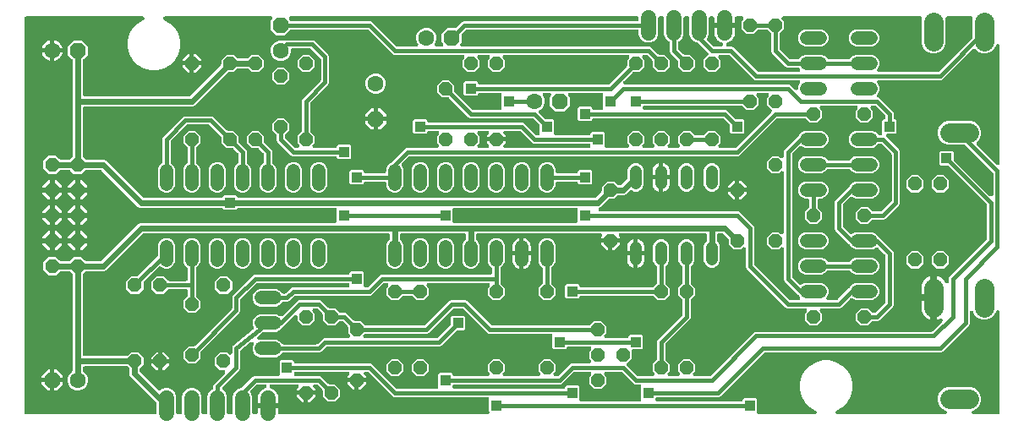
<source format=gbl>
G04 EAGLE Gerber RS-274X export*
G75*
%MOMM*%
%FSLAX34Y34*%
%LPD*%
%INBottom Copper*%
%IPPOS*%
%AMOC8*
5,1,8,0,0,1.08239X$1,22.5*%
G01*
%ADD10C,1.320800*%
%ADD11P,1.429621X8X22.500000*%
%ADD12P,1.732040X8X22.500000*%
%ADD13C,1.600200*%
%ADD14P,1.429621X8X112.500000*%
%ADD15P,1.429621X8X292.500000*%
%ADD16P,1.732040X8X292.500000*%
%ADD17C,1.208000*%
%ADD18P,1.732040X8X112.500000*%
%ADD19P,1.732040X8X202.500000*%
%ADD20P,1.539592X8X112.500000*%
%ADD21C,1.524000*%
%ADD22C,1.981200*%
%ADD23C,0.609600*%
%ADD24C,0.406400*%
%ADD25R,1.006400X1.006400*%

G36*
X140734Y10163D02*
X140734Y10163D01*
X140752Y10161D01*
X140934Y10182D01*
X141117Y10201D01*
X141134Y10206D01*
X141151Y10208D01*
X141326Y10265D01*
X141502Y10319D01*
X141517Y10327D01*
X141534Y10333D01*
X141694Y10423D01*
X141856Y10511D01*
X141869Y10522D01*
X141885Y10531D01*
X142024Y10651D01*
X142165Y10768D01*
X142176Y10782D01*
X142190Y10794D01*
X142302Y10939D01*
X142417Y11082D01*
X142425Y11098D01*
X142436Y11112D01*
X142518Y11277D01*
X142603Y11439D01*
X142608Y11456D01*
X142616Y11472D01*
X142663Y11651D01*
X142714Y11826D01*
X142716Y11844D01*
X142720Y11861D01*
X142747Y12192D01*
X142747Y20676D01*
X142745Y20703D01*
X142747Y20729D01*
X142725Y20903D01*
X142707Y21077D01*
X142700Y21102D01*
X142696Y21129D01*
X142641Y21295D01*
X142589Y21462D01*
X142576Y21485D01*
X142568Y21511D01*
X142481Y21662D01*
X142397Y21816D01*
X142380Y21836D01*
X142367Y21859D01*
X142152Y22112D01*
X116343Y47922D01*
X115569Y49789D01*
X115569Y55525D01*
X115567Y55552D01*
X115569Y55579D01*
X115547Y55752D01*
X115529Y55926D01*
X115522Y55951D01*
X115518Y55978D01*
X115463Y56144D01*
X115411Y56311D01*
X115398Y56334D01*
X115390Y56360D01*
X115303Y56511D01*
X115219Y56665D01*
X115202Y56685D01*
X115189Y56709D01*
X114974Y56962D01*
X114112Y57824D01*
X114091Y57841D01*
X114073Y57862D01*
X113935Y57969D01*
X113800Y58079D01*
X113776Y58092D01*
X113755Y58108D01*
X113598Y58186D01*
X113444Y58268D01*
X113419Y58276D01*
X113395Y58288D01*
X113225Y58333D01*
X113058Y58383D01*
X113032Y58385D01*
X113006Y58392D01*
X112675Y58419D01*
X70612Y58419D01*
X70594Y58417D01*
X70576Y58419D01*
X70394Y58398D01*
X70211Y58379D01*
X70194Y58374D01*
X70177Y58372D01*
X70002Y58315D01*
X69826Y58261D01*
X69811Y58253D01*
X69794Y58247D01*
X69634Y58157D01*
X69472Y58069D01*
X69459Y58058D01*
X69443Y58049D01*
X69304Y57929D01*
X69163Y57812D01*
X69152Y57798D01*
X69138Y57786D01*
X69026Y57641D01*
X68911Y57498D01*
X68903Y57482D01*
X68892Y57468D01*
X68809Y57302D01*
X68725Y57141D01*
X68720Y57124D01*
X68712Y57108D01*
X68665Y56929D01*
X68614Y56754D01*
X68612Y56736D01*
X68608Y56719D01*
X68581Y56388D01*
X68581Y54400D01*
X68583Y54374D01*
X68581Y54347D01*
X68603Y54173D01*
X68621Y54000D01*
X68628Y53974D01*
X68632Y53948D01*
X68688Y53782D01*
X68739Y53615D01*
X68752Y53591D01*
X68760Y53566D01*
X68847Y53414D01*
X68931Y53261D01*
X68948Y53240D01*
X68961Y53217D01*
X69176Y52964D01*
X72006Y50134D01*
X73534Y46446D01*
X73534Y42454D01*
X72006Y38766D01*
X69184Y35944D01*
X65496Y34416D01*
X61504Y34416D01*
X57816Y35944D01*
X54994Y38766D01*
X53466Y42454D01*
X53466Y46446D01*
X54994Y50134D01*
X57824Y52964D01*
X57841Y52985D01*
X57862Y53002D01*
X57969Y53140D01*
X58079Y53276D01*
X58092Y53299D01*
X58108Y53320D01*
X58186Y53477D01*
X58268Y53631D01*
X58276Y53657D01*
X58288Y53681D01*
X58333Y53850D01*
X58383Y54017D01*
X58385Y54044D01*
X58392Y54070D01*
X58419Y54400D01*
X58419Y150057D01*
X58417Y150083D01*
X58419Y150110D01*
X58397Y150284D01*
X58379Y150457D01*
X58372Y150483D01*
X58368Y150510D01*
X58313Y150675D01*
X58261Y150842D01*
X58248Y150866D01*
X58240Y150891D01*
X58153Y151043D01*
X58069Y151196D01*
X58052Y151217D01*
X58039Y151240D01*
X57824Y151493D01*
X56243Y153074D01*
X56222Y153091D01*
X56205Y153112D01*
X56067Y153219D01*
X55932Y153329D01*
X55908Y153342D01*
X55887Y153358D01*
X55730Y153436D01*
X55576Y153518D01*
X55550Y153526D01*
X55526Y153538D01*
X55357Y153583D01*
X55190Y153633D01*
X55163Y153635D01*
X55138Y153642D01*
X54807Y153669D01*
X46793Y153669D01*
X46767Y153667D01*
X46740Y153669D01*
X46566Y153647D01*
X46393Y153629D01*
X46367Y153622D01*
X46340Y153618D01*
X46175Y153562D01*
X46008Y153511D01*
X45984Y153498D01*
X45959Y153490D01*
X45807Y153403D01*
X45654Y153319D01*
X45633Y153302D01*
X45610Y153289D01*
X45357Y153074D01*
X41888Y149605D01*
X34312Y149605D01*
X28955Y154962D01*
X28955Y162538D01*
X34312Y167895D01*
X41888Y167895D01*
X45357Y164426D01*
X45378Y164409D01*
X45395Y164388D01*
X45533Y164281D01*
X45668Y164171D01*
X45692Y164158D01*
X45713Y164142D01*
X45870Y164064D01*
X46024Y163982D01*
X46050Y163974D01*
X46074Y163962D01*
X46243Y163917D01*
X46410Y163867D01*
X46437Y163865D01*
X46462Y163858D01*
X46793Y163831D01*
X54807Y163831D01*
X54833Y163833D01*
X54860Y163831D01*
X55034Y163853D01*
X55207Y163871D01*
X55233Y163878D01*
X55260Y163882D01*
X55425Y163938D01*
X55592Y163989D01*
X55616Y164002D01*
X55641Y164010D01*
X55793Y164097D01*
X55946Y164181D01*
X55967Y164198D01*
X55990Y164211D01*
X56243Y164426D01*
X59712Y167895D01*
X67288Y167895D01*
X70757Y164426D01*
X70778Y164409D01*
X70795Y164388D01*
X70933Y164281D01*
X71068Y164171D01*
X71092Y164158D01*
X71113Y164142D01*
X71270Y164064D01*
X71424Y163982D01*
X71450Y163974D01*
X71474Y163962D01*
X71643Y163917D01*
X71810Y163867D01*
X71837Y163865D01*
X71862Y163858D01*
X72193Y163831D01*
X85954Y163831D01*
X85981Y163833D01*
X86007Y163831D01*
X86181Y163853D01*
X86355Y163871D01*
X86380Y163878D01*
X86407Y163882D01*
X86573Y163937D01*
X86740Y163989D01*
X86763Y164002D01*
X86789Y164010D01*
X86940Y164097D01*
X87094Y164181D01*
X87114Y164198D01*
X87137Y164211D01*
X87390Y164426D01*
X124122Y201157D01*
X125989Y201931D01*
X321104Y201931D01*
X321122Y201933D01*
X321140Y201931D01*
X321322Y201952D01*
X321505Y201971D01*
X321522Y201976D01*
X321539Y201978D01*
X321714Y202035D01*
X321890Y202089D01*
X321905Y202097D01*
X321922Y202103D01*
X322082Y202193D01*
X322244Y202281D01*
X322257Y202292D01*
X322273Y202301D01*
X322412Y202421D01*
X322553Y202538D01*
X322564Y202552D01*
X322578Y202564D01*
X322690Y202709D01*
X322805Y202852D01*
X322813Y202868D01*
X322824Y202882D01*
X322906Y203047D01*
X322991Y203209D01*
X322996Y203226D01*
X323004Y203242D01*
X323051Y203421D01*
X323102Y203596D01*
X323104Y203614D01*
X323108Y203631D01*
X323135Y203962D01*
X323135Y215138D01*
X323133Y215156D01*
X323135Y215174D01*
X323114Y215356D01*
X323095Y215539D01*
X323090Y215556D01*
X323088Y215573D01*
X323031Y215748D01*
X322977Y215924D01*
X322969Y215939D01*
X322963Y215956D01*
X322873Y216116D01*
X322785Y216278D01*
X322774Y216291D01*
X322765Y216307D01*
X322645Y216446D01*
X322528Y216587D01*
X322514Y216598D01*
X322502Y216612D01*
X322357Y216724D01*
X322214Y216839D01*
X322198Y216847D01*
X322184Y216858D01*
X322019Y216940D01*
X321857Y217025D01*
X321840Y217030D01*
X321824Y217038D01*
X321645Y217085D01*
X321470Y217136D01*
X321452Y217138D01*
X321435Y217142D01*
X321104Y217169D01*
X224599Y217169D01*
X224573Y217167D01*
X224546Y217169D01*
X224372Y217147D01*
X224199Y217129D01*
X224173Y217122D01*
X224147Y217118D01*
X223981Y217062D01*
X223814Y217011D01*
X223790Y216998D01*
X223765Y216990D01*
X223614Y216903D01*
X223460Y216819D01*
X223439Y216802D01*
X223416Y216789D01*
X223163Y216574D01*
X221774Y215185D01*
X210026Y215185D01*
X208637Y216574D01*
X208616Y216591D01*
X208599Y216612D01*
X208461Y216719D01*
X208325Y216829D01*
X208302Y216842D01*
X208281Y216858D01*
X208124Y216936D01*
X207970Y217018D01*
X207944Y217026D01*
X207920Y217038D01*
X207751Y217083D01*
X207584Y217133D01*
X207557Y217135D01*
X207531Y217142D01*
X207201Y217169D01*
X125989Y217169D01*
X124122Y217943D01*
X87390Y254674D01*
X87370Y254691D01*
X87352Y254712D01*
X87214Y254819D01*
X87079Y254929D01*
X87055Y254942D01*
X87034Y254958D01*
X86877Y255036D01*
X86723Y255118D01*
X86698Y255126D01*
X86674Y255138D01*
X86504Y255183D01*
X86337Y255233D01*
X86311Y255235D01*
X86285Y255242D01*
X85954Y255269D01*
X72193Y255269D01*
X72167Y255267D01*
X72140Y255269D01*
X71966Y255247D01*
X71793Y255229D01*
X71767Y255222D01*
X71740Y255218D01*
X71575Y255162D01*
X71408Y255111D01*
X71384Y255098D01*
X71359Y255090D01*
X71207Y255003D01*
X71054Y254919D01*
X71033Y254902D01*
X71010Y254889D01*
X70757Y254674D01*
X67288Y251205D01*
X59712Y251205D01*
X56243Y254674D01*
X56222Y254691D01*
X56205Y254712D01*
X56067Y254819D01*
X55932Y254929D01*
X55908Y254942D01*
X55887Y254958D01*
X55730Y255036D01*
X55576Y255118D01*
X55550Y255126D01*
X55526Y255138D01*
X55357Y255183D01*
X55190Y255233D01*
X55163Y255235D01*
X55138Y255242D01*
X54807Y255269D01*
X46793Y255269D01*
X46767Y255267D01*
X46740Y255269D01*
X46566Y255247D01*
X46393Y255229D01*
X46367Y255222D01*
X46340Y255218D01*
X46175Y255162D01*
X46008Y255111D01*
X45984Y255098D01*
X45959Y255090D01*
X45807Y255003D01*
X45654Y254919D01*
X45633Y254902D01*
X45610Y254889D01*
X45357Y254674D01*
X41888Y251205D01*
X34312Y251205D01*
X28955Y256562D01*
X28955Y264138D01*
X34312Y269495D01*
X41888Y269495D01*
X45357Y266026D01*
X45378Y266009D01*
X45395Y265988D01*
X45533Y265881D01*
X45668Y265771D01*
X45692Y265758D01*
X45713Y265742D01*
X45870Y265664D01*
X46024Y265582D01*
X46050Y265574D01*
X46074Y265562D01*
X46243Y265517D01*
X46410Y265467D01*
X46437Y265465D01*
X46462Y265458D01*
X46793Y265431D01*
X54807Y265431D01*
X54833Y265433D01*
X54860Y265431D01*
X55034Y265453D01*
X55207Y265471D01*
X55233Y265478D01*
X55260Y265482D01*
X55425Y265538D01*
X55592Y265589D01*
X55616Y265602D01*
X55641Y265610D01*
X55792Y265697D01*
X55946Y265781D01*
X55967Y265798D01*
X55990Y265811D01*
X56243Y266026D01*
X57824Y267607D01*
X57841Y267628D01*
X57862Y267645D01*
X57969Y267783D01*
X58079Y267918D01*
X58092Y267942D01*
X58108Y267963D01*
X58186Y268119D01*
X58268Y268274D01*
X58276Y268300D01*
X58288Y268324D01*
X58333Y268493D01*
X58383Y268660D01*
X58385Y268687D01*
X58392Y268713D01*
X58419Y269043D01*
X58419Y364700D01*
X58417Y364726D01*
X58419Y364753D01*
X58397Y364927D01*
X58379Y365100D01*
X58372Y365126D01*
X58368Y365152D01*
X58313Y365318D01*
X58261Y365485D01*
X58248Y365509D01*
X58240Y365534D01*
X58153Y365686D01*
X58069Y365839D01*
X58052Y365860D01*
X58039Y365883D01*
X57824Y366136D01*
X53466Y370494D01*
X53466Y378806D01*
X59344Y384684D01*
X67656Y384684D01*
X73534Y378806D01*
X73534Y370494D01*
X69176Y366136D01*
X69159Y366115D01*
X69138Y366098D01*
X69031Y365960D01*
X68921Y365824D01*
X68908Y365801D01*
X68892Y365780D01*
X68814Y365623D01*
X68732Y365469D01*
X68724Y365443D01*
X68712Y365419D01*
X68667Y365250D01*
X68617Y365083D01*
X68615Y365056D01*
X68608Y365030D01*
X68581Y364700D01*
X68581Y330962D01*
X68583Y330944D01*
X68581Y330926D01*
X68602Y330744D01*
X68621Y330561D01*
X68626Y330544D01*
X68628Y330527D01*
X68685Y330352D01*
X68739Y330176D01*
X68747Y330161D01*
X68753Y330144D01*
X68843Y329984D01*
X68931Y329822D01*
X68942Y329809D01*
X68951Y329793D01*
X69071Y329654D01*
X69188Y329513D01*
X69202Y329502D01*
X69214Y329488D01*
X69359Y329376D01*
X69502Y329261D01*
X69518Y329253D01*
X69532Y329242D01*
X69697Y329160D01*
X69859Y329075D01*
X69876Y329070D01*
X69892Y329062D01*
X70071Y329015D01*
X70246Y328964D01*
X70264Y328962D01*
X70281Y328958D01*
X70612Y328931D01*
X174854Y328931D01*
X174881Y328933D01*
X174907Y328931D01*
X175081Y328953D01*
X175255Y328971D01*
X175280Y328978D01*
X175307Y328982D01*
X175473Y329037D01*
X175640Y329089D01*
X175663Y329102D01*
X175689Y329110D01*
X175840Y329197D01*
X175994Y329281D01*
X176014Y329298D01*
X176037Y329311D01*
X176290Y329526D01*
X206668Y359904D01*
X206685Y359924D01*
X206706Y359942D01*
X206813Y360080D01*
X206923Y360215D01*
X206936Y360239D01*
X206952Y360260D01*
X207030Y360417D01*
X207112Y360571D01*
X207120Y360596D01*
X207132Y360620D01*
X207177Y360790D01*
X207227Y360957D01*
X207229Y360983D01*
X207236Y361009D01*
X207263Y361340D01*
X207263Y365527D01*
X212323Y370587D01*
X219477Y370587D01*
X222439Y367626D01*
X222459Y367609D01*
X222477Y367588D01*
X222615Y367481D01*
X222750Y367371D01*
X222774Y367358D01*
X222795Y367342D01*
X222952Y367264D01*
X223106Y367182D01*
X223131Y367174D01*
X223155Y367162D01*
X223325Y367117D01*
X223492Y367067D01*
X223518Y367065D01*
X223544Y367058D01*
X223875Y367031D01*
X233325Y367031D01*
X233352Y367033D01*
X233378Y367031D01*
X233552Y367053D01*
X233726Y367071D01*
X233751Y367078D01*
X233778Y367082D01*
X233944Y367137D01*
X234111Y367189D01*
X234134Y367202D01*
X234160Y367210D01*
X234311Y367297D01*
X234465Y367381D01*
X234485Y367398D01*
X234508Y367411D01*
X234761Y367626D01*
X237723Y370587D01*
X244877Y370587D01*
X249937Y365527D01*
X249937Y358373D01*
X244877Y353313D01*
X237723Y353313D01*
X234761Y356274D01*
X234741Y356291D01*
X234723Y356312D01*
X234585Y356419D01*
X234450Y356529D01*
X234426Y356542D01*
X234405Y356558D01*
X234248Y356636D01*
X234094Y356718D01*
X234069Y356726D01*
X234045Y356738D01*
X233875Y356783D01*
X233708Y356833D01*
X233682Y356835D01*
X233656Y356842D01*
X233325Y356869D01*
X223875Y356869D01*
X223848Y356867D01*
X223822Y356869D01*
X223648Y356847D01*
X223474Y356829D01*
X223449Y356822D01*
X223422Y356818D01*
X223256Y356763D01*
X223089Y356711D01*
X223066Y356698D01*
X223040Y356690D01*
X222889Y356603D01*
X222735Y356519D01*
X222715Y356502D01*
X222692Y356489D01*
X222439Y356274D01*
X219477Y353313D01*
X215290Y353313D01*
X215263Y353311D01*
X215237Y353313D01*
X215063Y353291D01*
X214889Y353273D01*
X214864Y353266D01*
X214837Y353262D01*
X214671Y353207D01*
X214504Y353155D01*
X214481Y353142D01*
X214455Y353134D01*
X214304Y353047D01*
X214150Y352963D01*
X214130Y352946D01*
X214107Y352933D01*
X213854Y352718D01*
X180678Y319543D01*
X178811Y318769D01*
X70612Y318769D01*
X70594Y318767D01*
X70576Y318769D01*
X70394Y318748D01*
X70211Y318729D01*
X70194Y318724D01*
X70177Y318722D01*
X70002Y318665D01*
X69826Y318611D01*
X69811Y318603D01*
X69794Y318597D01*
X69634Y318507D01*
X69472Y318419D01*
X69459Y318408D01*
X69443Y318399D01*
X69304Y318279D01*
X69163Y318162D01*
X69152Y318148D01*
X69138Y318136D01*
X69025Y317990D01*
X68911Y317848D01*
X68903Y317832D01*
X68892Y317818D01*
X68810Y317653D01*
X68725Y317491D01*
X68720Y317474D01*
X68712Y317458D01*
X68665Y317279D01*
X68614Y317104D01*
X68612Y317086D01*
X68608Y317069D01*
X68581Y316738D01*
X68581Y269043D01*
X68583Y269017D01*
X68581Y268990D01*
X68603Y268816D01*
X68621Y268643D01*
X68628Y268617D01*
X68632Y268590D01*
X68688Y268425D01*
X68739Y268258D01*
X68751Y268234D01*
X68760Y268209D01*
X68847Y268057D01*
X68931Y267904D01*
X68948Y267883D01*
X68961Y267860D01*
X69176Y267607D01*
X70757Y266026D01*
X70778Y266009D01*
X70795Y265988D01*
X70934Y265881D01*
X71068Y265771D01*
X71092Y265758D01*
X71113Y265742D01*
X71270Y265664D01*
X71424Y265582D01*
X71450Y265574D01*
X71474Y265562D01*
X71643Y265517D01*
X71810Y265467D01*
X71837Y265465D01*
X71862Y265458D01*
X72193Y265431D01*
X89911Y265431D01*
X91778Y264657D01*
X128510Y227926D01*
X128530Y227909D01*
X128548Y227888D01*
X128686Y227781D01*
X128821Y227671D01*
X128845Y227658D01*
X128866Y227642D01*
X129023Y227564D01*
X129177Y227482D01*
X129202Y227474D01*
X129226Y227462D01*
X129396Y227417D01*
X129563Y227367D01*
X129589Y227365D01*
X129615Y227358D01*
X129946Y227331D01*
X207201Y227331D01*
X207227Y227333D01*
X207254Y227331D01*
X207428Y227353D01*
X207601Y227371D01*
X207627Y227378D01*
X207653Y227382D01*
X207819Y227438D01*
X207986Y227489D01*
X208010Y227502D01*
X208035Y227510D01*
X208186Y227597D01*
X208340Y227681D01*
X208361Y227698D01*
X208384Y227711D01*
X208637Y227926D01*
X210026Y229315D01*
X221774Y229315D01*
X223163Y227926D01*
X223184Y227909D01*
X223201Y227888D01*
X223339Y227781D01*
X223475Y227671D01*
X223498Y227658D01*
X223519Y227642D01*
X223676Y227564D01*
X223830Y227482D01*
X223856Y227474D01*
X223880Y227462D01*
X224049Y227417D01*
X224216Y227367D01*
X224243Y227365D01*
X224269Y227358D01*
X224599Y227331D01*
X581254Y227331D01*
X581281Y227333D01*
X581307Y227331D01*
X581481Y227353D01*
X581655Y227371D01*
X581680Y227378D01*
X581707Y227382D01*
X581873Y227437D01*
X582040Y227489D01*
X582063Y227502D01*
X582089Y227510D01*
X582240Y227597D01*
X582394Y227681D01*
X582414Y227698D01*
X582437Y227711D01*
X582690Y227926D01*
X587668Y232904D01*
X587685Y232924D01*
X587706Y232942D01*
X587813Y233080D01*
X587923Y233215D01*
X587936Y233239D01*
X587952Y233260D01*
X588030Y233417D01*
X588112Y233571D01*
X588120Y233596D01*
X588132Y233620D01*
X588177Y233790D01*
X588227Y233957D01*
X588229Y233983D01*
X588236Y234009D01*
X588263Y234340D01*
X588263Y238527D01*
X593323Y243587D01*
X600477Y243587D01*
X603438Y240626D01*
X603459Y240609D01*
X603477Y240588D01*
X603615Y240481D01*
X603750Y240371D01*
X603774Y240358D01*
X603795Y240342D01*
X603951Y240264D01*
X604106Y240182D01*
X604131Y240174D01*
X604155Y240162D01*
X604324Y240117D01*
X604492Y240067D01*
X604518Y240065D01*
X604544Y240058D01*
X604875Y240031D01*
X606654Y240031D01*
X606681Y240033D01*
X606707Y240031D01*
X606881Y240053D01*
X607055Y240071D01*
X607080Y240078D01*
X607107Y240082D01*
X607273Y240137D01*
X607440Y240189D01*
X607463Y240202D01*
X607489Y240210D01*
X607640Y240297D01*
X607794Y240381D01*
X607814Y240398D01*
X607837Y240411D01*
X608090Y240626D01*
X613632Y246168D01*
X613649Y246188D01*
X613670Y246206D01*
X613776Y246343D01*
X613887Y246479D01*
X613900Y246503D01*
X613916Y246524D01*
X613994Y246681D01*
X614076Y246835D01*
X614084Y246860D01*
X614096Y246884D01*
X614141Y247054D01*
X614191Y247221D01*
X614193Y247247D01*
X614200Y247273D01*
X614227Y247604D01*
X614227Y255296D01*
X615456Y258263D01*
X617727Y260534D01*
X620694Y261763D01*
X623906Y261763D01*
X626873Y260534D01*
X629144Y258263D01*
X630373Y255296D01*
X630373Y240004D01*
X629144Y237037D01*
X626873Y234766D01*
X623906Y233537D01*
X620694Y233537D01*
X618185Y234577D01*
X618164Y234583D01*
X618144Y234593D01*
X617971Y234641D01*
X617800Y234693D01*
X617778Y234695D01*
X617756Y234701D01*
X617577Y234714D01*
X617399Y234731D01*
X617377Y234729D01*
X617355Y234731D01*
X617176Y234708D01*
X616999Y234690D01*
X616977Y234683D01*
X616955Y234680D01*
X616785Y234623D01*
X616614Y234570D01*
X616595Y234559D01*
X616573Y234552D01*
X616418Y234462D01*
X616261Y234376D01*
X616244Y234362D01*
X616225Y234351D01*
X615972Y234136D01*
X612478Y230643D01*
X610611Y229869D01*
X604875Y229869D01*
X604848Y229867D01*
X604821Y229869D01*
X604648Y229847D01*
X604474Y229829D01*
X604449Y229822D01*
X604422Y229818D01*
X604256Y229762D01*
X604089Y229711D01*
X604066Y229698D01*
X604040Y229690D01*
X603889Y229603D01*
X603735Y229519D01*
X603715Y229502D01*
X603691Y229489D01*
X603438Y229274D01*
X600477Y226313D01*
X596290Y226313D01*
X596263Y226311D01*
X596237Y226313D01*
X596063Y226291D01*
X595889Y226273D01*
X595864Y226266D01*
X595837Y226262D01*
X595671Y226207D01*
X595504Y226155D01*
X595481Y226142D01*
X595455Y226134D01*
X595304Y226047D01*
X595150Y225963D01*
X595130Y225946D01*
X595107Y225933D01*
X594854Y225718D01*
X587078Y217943D01*
X586064Y217523D01*
X586060Y217520D01*
X586055Y217519D01*
X585884Y217426D01*
X585709Y217332D01*
X585705Y217330D01*
X585701Y217327D01*
X585551Y217202D01*
X585398Y217076D01*
X585396Y217073D01*
X585392Y217070D01*
X585269Y216917D01*
X585145Y216763D01*
X585143Y216759D01*
X585140Y216756D01*
X585050Y216583D01*
X584958Y216407D01*
X584956Y216403D01*
X584954Y216399D01*
X584900Y216211D01*
X584845Y216020D01*
X584844Y216016D01*
X584843Y216012D01*
X584827Y215813D01*
X584810Y215619D01*
X584810Y215615D01*
X584810Y215610D01*
X584833Y215416D01*
X584855Y215219D01*
X584856Y215215D01*
X584857Y215211D01*
X584917Y215025D01*
X584978Y214836D01*
X584980Y214832D01*
X584982Y214828D01*
X585079Y214656D01*
X585175Y214484D01*
X585178Y214481D01*
X585180Y214477D01*
X585309Y214328D01*
X585436Y214179D01*
X585440Y214176D01*
X585443Y214172D01*
X585598Y214052D01*
X585753Y213930D01*
X585757Y213928D01*
X585761Y213926D01*
X585939Y213837D01*
X586113Y213750D01*
X586117Y213748D01*
X586121Y213746D01*
X586313Y213695D01*
X586501Y213643D01*
X586506Y213643D01*
X586510Y213642D01*
X586841Y213615D01*
X724709Y213615D01*
X726202Y212996D01*
X740046Y199152D01*
X740665Y197659D01*
X740665Y161275D01*
X740667Y161248D01*
X740665Y161222D01*
X740687Y161048D01*
X740705Y160874D01*
X740712Y160849D01*
X740716Y160822D01*
X740771Y160657D01*
X740823Y160489D01*
X740836Y160466D01*
X740844Y160441D01*
X740931Y160289D01*
X741015Y160135D01*
X741032Y160115D01*
X741045Y160092D01*
X741260Y159839D01*
X775789Y125310D01*
X775809Y125293D01*
X775827Y125272D01*
X775965Y125165D01*
X776100Y125055D01*
X776124Y125042D01*
X776145Y125026D01*
X776302Y124948D01*
X776456Y124866D01*
X776481Y124858D01*
X776506Y124846D01*
X776675Y124801D01*
X776842Y124751D01*
X776868Y124749D01*
X776894Y124742D01*
X777225Y124715D01*
X785013Y124715D01*
X785022Y124716D01*
X785031Y124715D01*
X785222Y124735D01*
X785414Y124755D01*
X785422Y124757D01*
X785431Y124758D01*
X785615Y124816D01*
X785799Y124873D01*
X785807Y124877D01*
X785815Y124880D01*
X785984Y124973D01*
X786153Y125065D01*
X786160Y125070D01*
X786168Y125075D01*
X786313Y125198D01*
X786462Y125322D01*
X786468Y125329D01*
X786474Y125335D01*
X786594Y125486D01*
X786714Y125636D01*
X786718Y125644D01*
X786724Y125651D01*
X786812Y125824D01*
X786900Y125993D01*
X786902Y126002D01*
X786906Y126010D01*
X786958Y126195D01*
X787011Y126380D01*
X787012Y126389D01*
X787014Y126398D01*
X787028Y126589D01*
X787044Y126782D01*
X787043Y126790D01*
X787044Y126799D01*
X787020Y126991D01*
X786997Y127181D01*
X786994Y127190D01*
X786993Y127199D01*
X786932Y127380D01*
X786872Y127564D01*
X786868Y127572D01*
X786865Y127580D01*
X786769Y127748D01*
X786675Y127915D01*
X786669Y127922D01*
X786664Y127929D01*
X786450Y128182D01*
X786174Y128458D01*
X785996Y128888D01*
X785983Y128912D01*
X785975Y128937D01*
X785889Y129088D01*
X785806Y129243D01*
X785789Y129264D01*
X785775Y129287D01*
X785661Y129418D01*
X785549Y129553D01*
X785528Y129570D01*
X785511Y129590D01*
X785372Y129697D01*
X785237Y129807D01*
X785213Y129819D01*
X785192Y129836D01*
X785138Y129863D01*
X771254Y143748D01*
X770635Y145241D01*
X770635Y175667D01*
X770634Y175676D01*
X770635Y175685D01*
X770614Y175877D01*
X770595Y176068D01*
X770593Y176076D01*
X770592Y176085D01*
X770534Y176268D01*
X770477Y176453D01*
X770473Y176461D01*
X770470Y176469D01*
X770377Y176638D01*
X770285Y176807D01*
X770280Y176814D01*
X770275Y176821D01*
X770150Y176969D01*
X770028Y177116D01*
X770021Y177122D01*
X770015Y177128D01*
X769863Y177248D01*
X769714Y177368D01*
X769706Y177372D01*
X769699Y177378D01*
X769527Y177465D01*
X769357Y177554D01*
X769348Y177556D01*
X769340Y177560D01*
X769154Y177612D01*
X768970Y177665D01*
X768961Y177666D01*
X768952Y177668D01*
X768760Y177683D01*
X768568Y177698D01*
X768560Y177697D01*
X768551Y177698D01*
X768358Y177673D01*
X768169Y177651D01*
X768160Y177649D01*
X768151Y177647D01*
X767968Y177586D01*
X767786Y177526D01*
X767778Y177522D01*
X767770Y177519D01*
X767604Y177424D01*
X767435Y177329D01*
X767428Y177323D01*
X767421Y177318D01*
X767168Y177104D01*
X765577Y175513D01*
X758423Y175513D01*
X753363Y180573D01*
X753363Y187727D01*
X758423Y192787D01*
X765577Y192787D01*
X767168Y191196D01*
X767175Y191191D01*
X767180Y191184D01*
X767330Y191064D01*
X767479Y190941D01*
X767487Y190937D01*
X767494Y190932D01*
X767664Y190843D01*
X767835Y190753D01*
X767844Y190750D01*
X767851Y190746D01*
X768036Y190693D01*
X768221Y190638D01*
X768230Y190637D01*
X768238Y190635D01*
X768429Y190619D01*
X768622Y190602D01*
X768631Y190603D01*
X768640Y190602D01*
X768829Y190624D01*
X769022Y190645D01*
X769031Y190648D01*
X769039Y190649D01*
X769221Y190708D01*
X769406Y190766D01*
X769414Y190771D01*
X769422Y190774D01*
X769591Y190869D01*
X769758Y190961D01*
X769765Y190967D01*
X769773Y190971D01*
X769919Y191097D01*
X770065Y191222D01*
X770071Y191229D01*
X770078Y191235D01*
X770195Y191386D01*
X770315Y191538D01*
X770319Y191546D01*
X770324Y191553D01*
X770410Y191725D01*
X770497Y191897D01*
X770500Y191905D01*
X770504Y191913D01*
X770554Y192099D01*
X770605Y192285D01*
X770606Y192293D01*
X770608Y192302D01*
X770635Y192633D01*
X770635Y251867D01*
X770634Y251876D01*
X770635Y251885D01*
X770614Y252077D01*
X770595Y252268D01*
X770593Y252276D01*
X770592Y252285D01*
X770534Y252468D01*
X770477Y252653D01*
X770473Y252661D01*
X770470Y252669D01*
X770377Y252838D01*
X770285Y253007D01*
X770280Y253014D01*
X770275Y253021D01*
X770150Y253169D01*
X770028Y253316D01*
X770021Y253322D01*
X770015Y253328D01*
X769863Y253448D01*
X769714Y253568D01*
X769706Y253572D01*
X769699Y253578D01*
X769527Y253665D01*
X769357Y253754D01*
X769348Y253756D01*
X769340Y253760D01*
X769154Y253812D01*
X768970Y253865D01*
X768961Y253866D01*
X768952Y253868D01*
X768760Y253883D01*
X768568Y253898D01*
X768560Y253897D01*
X768551Y253898D01*
X768358Y253873D01*
X768169Y253851D01*
X768160Y253849D01*
X768151Y253847D01*
X767968Y253786D01*
X767786Y253726D01*
X767778Y253722D01*
X767770Y253719D01*
X767604Y253624D01*
X767435Y253529D01*
X767428Y253523D01*
X767421Y253518D01*
X767168Y253304D01*
X765577Y251713D01*
X758423Y251713D01*
X753363Y256773D01*
X753363Y263927D01*
X758423Y268987D01*
X765577Y268987D01*
X767168Y267396D01*
X767175Y267391D01*
X767180Y267384D01*
X767330Y267264D01*
X767479Y267141D01*
X767487Y267137D01*
X767494Y267132D01*
X767664Y267043D01*
X767835Y266953D01*
X767844Y266950D01*
X767851Y266946D01*
X768036Y266893D01*
X768221Y266838D01*
X768230Y266837D01*
X768238Y266835D01*
X768429Y266819D01*
X768622Y266802D01*
X768631Y266803D01*
X768640Y266802D01*
X768829Y266824D01*
X769022Y266845D01*
X769031Y266848D01*
X769039Y266849D01*
X769221Y266908D01*
X769406Y266966D01*
X769414Y266971D01*
X769422Y266974D01*
X769591Y267069D01*
X769758Y267161D01*
X769765Y267167D01*
X769773Y267171D01*
X769919Y267297D01*
X770065Y267422D01*
X770071Y267429D01*
X770078Y267435D01*
X770195Y267586D01*
X770315Y267738D01*
X770319Y267746D01*
X770324Y267753D01*
X770410Y267925D01*
X770497Y268097D01*
X770500Y268105D01*
X770504Y268113D01*
X770554Y268299D01*
X770605Y268485D01*
X770606Y268493D01*
X770608Y268502D01*
X770635Y268833D01*
X770635Y273859D01*
X771254Y275352D01*
X785150Y289249D01*
X785251Y289303D01*
X785272Y289320D01*
X785295Y289333D01*
X785427Y289448D01*
X785562Y289559D01*
X785579Y289580D01*
X785599Y289598D01*
X785706Y289736D01*
X785815Y289872D01*
X785828Y289896D01*
X785844Y289917D01*
X785996Y290212D01*
X786174Y290642D01*
X788604Y293072D01*
X791778Y294387D01*
X808422Y294387D01*
X811596Y293072D01*
X814026Y290642D01*
X815341Y287468D01*
X815341Y284032D01*
X814026Y280858D01*
X811596Y278428D01*
X810871Y278128D01*
X808422Y277113D01*
X791778Y277113D01*
X788590Y278434D01*
X788482Y278519D01*
X788340Y278635D01*
X788324Y278644D01*
X788310Y278655D01*
X788146Y278738D01*
X787984Y278824D01*
X787967Y278829D01*
X787951Y278837D01*
X787774Y278887D01*
X787598Y278939D01*
X787581Y278940D01*
X787563Y278945D01*
X787380Y278959D01*
X787197Y278975D01*
X787180Y278973D01*
X787162Y278975D01*
X786979Y278952D01*
X786797Y278932D01*
X786780Y278927D01*
X786762Y278924D01*
X786588Y278866D01*
X786413Y278810D01*
X786398Y278802D01*
X786381Y278796D01*
X786222Y278705D01*
X786061Y278616D01*
X786047Y278604D01*
X786032Y278595D01*
X785779Y278380D01*
X779360Y271961D01*
X779343Y271941D01*
X779322Y271923D01*
X779215Y271785D01*
X779105Y271650D01*
X779092Y271626D01*
X779076Y271605D01*
X778998Y271448D01*
X778916Y271294D01*
X778908Y271269D01*
X778896Y271244D01*
X778851Y271074D01*
X778801Y270908D01*
X778799Y270882D01*
X778792Y270856D01*
X778765Y270525D01*
X778765Y148575D01*
X778767Y148548D01*
X778765Y148522D01*
X778787Y148348D01*
X778805Y148174D01*
X778812Y148149D01*
X778816Y148122D01*
X778871Y147957D01*
X778923Y147790D01*
X778936Y147766D01*
X778944Y147741D01*
X779031Y147589D01*
X779115Y147435D01*
X779132Y147415D01*
X779145Y147392D01*
X779360Y147139D01*
X785779Y140720D01*
X785793Y140708D01*
X785804Y140695D01*
X785948Y140581D01*
X786090Y140465D01*
X786106Y140456D01*
X786120Y140445D01*
X786283Y140362D01*
X786446Y140276D01*
X786463Y140271D01*
X786479Y140263D01*
X786655Y140214D01*
X786832Y140161D01*
X786850Y140159D01*
X786867Y140155D01*
X787049Y140141D01*
X787233Y140125D01*
X787251Y140127D01*
X787269Y140125D01*
X787450Y140148D01*
X787633Y140168D01*
X787650Y140174D01*
X787668Y140176D01*
X787842Y140234D01*
X788017Y140290D01*
X788033Y140298D01*
X788050Y140304D01*
X788209Y140396D01*
X788369Y140484D01*
X788383Y140496D01*
X788399Y140505D01*
X788587Y140665D01*
X791778Y141987D01*
X808422Y141987D01*
X811596Y140672D01*
X814026Y138242D01*
X815341Y135068D01*
X815341Y131632D01*
X814026Y128458D01*
X813750Y128182D01*
X813745Y128175D01*
X813738Y128170D01*
X813617Y128020D01*
X813495Y127871D01*
X813491Y127863D01*
X813486Y127856D01*
X813397Y127686D01*
X813307Y127515D01*
X813304Y127506D01*
X813300Y127499D01*
X813247Y127315D01*
X813192Y127129D01*
X813191Y127120D01*
X813189Y127112D01*
X813173Y126921D01*
X813156Y126728D01*
X813157Y126719D01*
X813156Y126710D01*
X813178Y126521D01*
X813199Y126328D01*
X813202Y126319D01*
X813203Y126311D01*
X813262Y126128D01*
X813320Y125944D01*
X813325Y125936D01*
X813328Y125928D01*
X813423Y125759D01*
X813515Y125592D01*
X813521Y125585D01*
X813525Y125577D01*
X813652Y125431D01*
X813776Y125285D01*
X813783Y125279D01*
X813789Y125272D01*
X813940Y125155D01*
X814092Y125035D01*
X814100Y125031D01*
X814107Y125026D01*
X814279Y124940D01*
X814451Y124853D01*
X814459Y124850D01*
X814467Y124846D01*
X814655Y124796D01*
X814838Y124745D01*
X814847Y124744D01*
X814856Y124742D01*
X815187Y124715D01*
X822975Y124715D01*
X823002Y124717D01*
X823028Y124715D01*
X823202Y124737D01*
X823376Y124755D01*
X823401Y124762D01*
X823428Y124766D01*
X823593Y124821D01*
X823760Y124873D01*
X823784Y124886D01*
X823809Y124894D01*
X823961Y124981D01*
X824115Y125065D01*
X824135Y125082D01*
X824158Y125095D01*
X824411Y125310D01*
X834468Y135367D01*
X834469Y135367D01*
X835950Y136849D01*
X836051Y136903D01*
X836072Y136920D01*
X836095Y136933D01*
X836227Y137048D01*
X836362Y137159D01*
X836379Y137180D01*
X836399Y137198D01*
X836505Y137336D01*
X836615Y137472D01*
X836628Y137496D01*
X836644Y137517D01*
X836796Y137812D01*
X836974Y138242D01*
X839404Y140672D01*
X842578Y141987D01*
X859222Y141987D01*
X862396Y140672D01*
X864826Y138242D01*
X866141Y135068D01*
X866141Y131632D01*
X864826Y128458D01*
X862396Y126028D01*
X859222Y124713D01*
X842578Y124713D01*
X839390Y126034D01*
X839282Y126119D01*
X839140Y126235D01*
X839124Y126244D01*
X839110Y126255D01*
X838946Y126338D01*
X838784Y126424D01*
X838767Y126429D01*
X838751Y126437D01*
X838574Y126487D01*
X838398Y126539D01*
X838381Y126540D01*
X838363Y126545D01*
X838180Y126559D01*
X837997Y126575D01*
X837980Y126573D01*
X837962Y126575D01*
X837779Y126552D01*
X837597Y126532D01*
X837580Y126527D01*
X837562Y126524D01*
X837388Y126466D01*
X837213Y126410D01*
X837198Y126402D01*
X837181Y126396D01*
X837022Y126305D01*
X836861Y126216D01*
X836847Y126204D01*
X836832Y126195D01*
X836579Y125980D01*
X827802Y117204D01*
X826309Y116585D01*
X808583Y116585D01*
X808574Y116584D01*
X808565Y116585D01*
X808373Y116564D01*
X808182Y116545D01*
X808174Y116543D01*
X808165Y116542D01*
X807982Y116484D01*
X807797Y116427D01*
X807789Y116423D01*
X807781Y116420D01*
X807612Y116327D01*
X807443Y116235D01*
X807436Y116230D01*
X807429Y116225D01*
X807281Y116100D01*
X807134Y115978D01*
X807128Y115971D01*
X807122Y115965D01*
X807001Y115813D01*
X806882Y115664D01*
X806878Y115656D01*
X806872Y115649D01*
X806785Y115477D01*
X806696Y115307D01*
X806694Y115298D01*
X806690Y115290D01*
X806638Y115104D01*
X806585Y114920D01*
X806584Y114911D01*
X806582Y114902D01*
X806567Y114710D01*
X806552Y114518D01*
X806553Y114510D01*
X806552Y114501D01*
X806577Y114306D01*
X806599Y114119D01*
X806601Y114110D01*
X806603Y114101D01*
X806664Y113918D01*
X806724Y113736D01*
X806728Y113728D01*
X806731Y113720D01*
X806827Y113552D01*
X806921Y113385D01*
X806927Y113378D01*
X806932Y113371D01*
X807146Y113118D01*
X808737Y111527D01*
X808737Y104373D01*
X803677Y99313D01*
X796523Y99313D01*
X791463Y104373D01*
X791463Y111527D01*
X793054Y113118D01*
X793059Y113125D01*
X793066Y113130D01*
X793186Y113280D01*
X793309Y113429D01*
X793313Y113437D01*
X793318Y113444D01*
X793407Y113614D01*
X793497Y113785D01*
X793500Y113794D01*
X793504Y113801D01*
X793557Y113986D01*
X793612Y114171D01*
X793613Y114180D01*
X793615Y114188D01*
X793631Y114379D01*
X793648Y114572D01*
X793647Y114581D01*
X793648Y114590D01*
X793626Y114779D01*
X793605Y114972D01*
X793602Y114981D01*
X793601Y114989D01*
X793542Y115170D01*
X793484Y115356D01*
X793479Y115364D01*
X793476Y115372D01*
X793381Y115541D01*
X793289Y115708D01*
X793283Y115715D01*
X793279Y115723D01*
X793153Y115869D01*
X793028Y116015D01*
X793021Y116021D01*
X793015Y116028D01*
X792864Y116145D01*
X792712Y116265D01*
X792704Y116269D01*
X792697Y116274D01*
X792525Y116360D01*
X792353Y116447D01*
X792345Y116450D01*
X792337Y116454D01*
X792151Y116504D01*
X791965Y116555D01*
X791957Y116556D01*
X791948Y116558D01*
X791617Y116585D01*
X773891Y116585D01*
X772398Y117204D01*
X770969Y118633D01*
X770968Y118633D01*
X734583Y155018D01*
X734583Y155019D01*
X733154Y156448D01*
X732535Y157941D01*
X732535Y175667D01*
X732534Y175676D01*
X732535Y175685D01*
X732514Y175877D01*
X732495Y176068D01*
X732493Y176076D01*
X732492Y176085D01*
X732434Y176268D01*
X732377Y176453D01*
X732373Y176461D01*
X732370Y176469D01*
X732277Y176638D01*
X732185Y176807D01*
X732180Y176814D01*
X732175Y176821D01*
X732050Y176969D01*
X731928Y177116D01*
X731921Y177122D01*
X731915Y177128D01*
X731763Y177248D01*
X731614Y177368D01*
X731606Y177372D01*
X731599Y177378D01*
X731427Y177465D01*
X731257Y177554D01*
X731248Y177556D01*
X731240Y177560D01*
X731054Y177612D01*
X730870Y177665D01*
X730861Y177666D01*
X730852Y177668D01*
X730660Y177683D01*
X730468Y177698D01*
X730460Y177697D01*
X730451Y177698D01*
X730258Y177673D01*
X730069Y177651D01*
X730060Y177649D01*
X730051Y177647D01*
X729868Y177586D01*
X729686Y177526D01*
X729678Y177522D01*
X729670Y177519D01*
X729504Y177424D01*
X729335Y177329D01*
X729328Y177323D01*
X729321Y177318D01*
X729068Y177104D01*
X727477Y175513D01*
X720323Y175513D01*
X715263Y180573D01*
X715263Y184760D01*
X715261Y184787D01*
X715263Y184813D01*
X715241Y184986D01*
X715223Y185161D01*
X715216Y185186D01*
X715212Y185213D01*
X715157Y185379D01*
X715105Y185546D01*
X715092Y185569D01*
X715084Y185595D01*
X714997Y185746D01*
X714913Y185900D01*
X714896Y185920D01*
X714883Y185943D01*
X714668Y186196D01*
X709690Y191174D01*
X709670Y191191D01*
X709652Y191212D01*
X709514Y191319D01*
X709379Y191429D01*
X709355Y191442D01*
X709334Y191458D01*
X709177Y191536D01*
X709023Y191618D01*
X708998Y191626D01*
X708974Y191638D01*
X708804Y191683D01*
X708637Y191733D01*
X708611Y191735D01*
X708585Y191742D01*
X708254Y191769D01*
X705612Y191769D01*
X705594Y191767D01*
X705576Y191769D01*
X705394Y191748D01*
X705211Y191729D01*
X705194Y191724D01*
X705177Y191722D01*
X705002Y191665D01*
X704826Y191611D01*
X704811Y191603D01*
X704794Y191597D01*
X704634Y191507D01*
X704472Y191419D01*
X704459Y191408D01*
X704443Y191399D01*
X704304Y191279D01*
X704163Y191162D01*
X704152Y191148D01*
X704138Y191136D01*
X704026Y190991D01*
X703911Y190848D01*
X703903Y190832D01*
X703892Y190818D01*
X703810Y190653D01*
X703725Y190491D01*
X703720Y190474D01*
X703712Y190458D01*
X703665Y190279D01*
X703614Y190104D01*
X703612Y190086D01*
X703608Y190069D01*
X703581Y189738D01*
X703581Y184667D01*
X703583Y184641D01*
X703581Y184614D01*
X703603Y184440D01*
X703621Y184267D01*
X703628Y184241D01*
X703632Y184214D01*
X703688Y184048D01*
X703739Y183882D01*
X703752Y183858D01*
X703760Y183833D01*
X703847Y183681D01*
X703931Y183528D01*
X703948Y183507D01*
X703961Y183484D01*
X704176Y183231D01*
X705344Y182063D01*
X706573Y179096D01*
X706573Y163804D01*
X705344Y160837D01*
X703073Y158566D01*
X700106Y157337D01*
X696894Y157337D01*
X693927Y158566D01*
X691656Y160837D01*
X690427Y163804D01*
X690427Y179096D01*
X691656Y182063D01*
X692824Y183231D01*
X692841Y183252D01*
X692862Y183269D01*
X692969Y183407D01*
X693079Y183542D01*
X693092Y183566D01*
X693108Y183587D01*
X693186Y183744D01*
X693268Y183898D01*
X693276Y183924D01*
X693288Y183948D01*
X693333Y184117D01*
X693383Y184284D01*
X693385Y184311D01*
X693392Y184336D01*
X693419Y184667D01*
X693419Y189738D01*
X693417Y189756D01*
X693419Y189774D01*
X693398Y189956D01*
X693379Y190139D01*
X693374Y190156D01*
X693372Y190173D01*
X693315Y190348D01*
X693261Y190524D01*
X693253Y190539D01*
X693247Y190556D01*
X693157Y190716D01*
X693069Y190878D01*
X693058Y190891D01*
X693049Y190907D01*
X692929Y191046D01*
X692812Y191187D01*
X692798Y191198D01*
X692786Y191212D01*
X692641Y191324D01*
X692498Y191439D01*
X692482Y191447D01*
X692468Y191458D01*
X692303Y191540D01*
X692141Y191625D01*
X692124Y191630D01*
X692108Y191638D01*
X691929Y191685D01*
X691754Y191736D01*
X691736Y191738D01*
X691719Y191742D01*
X691388Y191769D01*
X607117Y191769D01*
X607108Y191768D01*
X607099Y191769D01*
X606907Y191748D01*
X606717Y191729D01*
X606708Y191727D01*
X606699Y191726D01*
X606517Y191668D01*
X606332Y191611D01*
X606324Y191607D01*
X606315Y191604D01*
X606147Y191511D01*
X605978Y191419D01*
X605971Y191414D01*
X605963Y191409D01*
X605815Y191284D01*
X605668Y191162D01*
X605663Y191155D01*
X605656Y191149D01*
X605536Y190997D01*
X605416Y190848D01*
X605412Y190840D01*
X605406Y190833D01*
X605319Y190660D01*
X605231Y190491D01*
X605228Y190482D01*
X605224Y190474D01*
X605172Y190289D01*
X605119Y190104D01*
X605118Y190095D01*
X605116Y190086D01*
X605102Y189894D01*
X605086Y189702D01*
X605087Y189694D01*
X605087Y189685D01*
X605111Y189494D01*
X605133Y189303D01*
X605136Y189294D01*
X605137Y189285D01*
X605198Y189104D01*
X605258Y188920D01*
X605262Y188912D01*
X605265Y188904D01*
X605362Y188735D01*
X605456Y188569D01*
X605462Y188562D01*
X605466Y188555D01*
X605681Y188302D01*
X606045Y187938D01*
X606045Y186181D01*
X596900Y186181D01*
X587755Y186181D01*
X587755Y187938D01*
X588119Y188302D01*
X588125Y188309D01*
X588132Y188314D01*
X588251Y188463D01*
X588374Y188613D01*
X588378Y188621D01*
X588384Y188628D01*
X588472Y188798D01*
X588563Y188969D01*
X588565Y188978D01*
X588569Y188985D01*
X588623Y189170D01*
X588678Y189355D01*
X588678Y189364D01*
X588681Y189372D01*
X588697Y189563D01*
X588714Y189756D01*
X588713Y189765D01*
X588714Y189774D01*
X588692Y189963D01*
X588671Y190156D01*
X588668Y190165D01*
X588667Y190173D01*
X588607Y190356D01*
X588549Y190540D01*
X588545Y190548D01*
X588542Y190556D01*
X588447Y190724D01*
X588354Y190892D01*
X588348Y190899D01*
X588344Y190907D01*
X588218Y191053D01*
X588094Y191199D01*
X588087Y191205D01*
X588081Y191212D01*
X587928Y191330D01*
X587778Y191449D01*
X587770Y191453D01*
X587763Y191458D01*
X587591Y191544D01*
X587419Y191631D01*
X587410Y191634D01*
X587402Y191638D01*
X587217Y191687D01*
X587031Y191739D01*
X587022Y191740D01*
X587014Y191742D01*
X586683Y191769D01*
X464312Y191769D01*
X464294Y191767D01*
X464276Y191769D01*
X464094Y191748D01*
X463911Y191729D01*
X463894Y191724D01*
X463877Y191722D01*
X463702Y191665D01*
X463526Y191611D01*
X463511Y191603D01*
X463494Y191597D01*
X463334Y191507D01*
X463172Y191419D01*
X463159Y191408D01*
X463143Y191399D01*
X463004Y191279D01*
X462863Y191162D01*
X462852Y191148D01*
X462838Y191136D01*
X462726Y190991D01*
X462611Y190848D01*
X462603Y190832D01*
X462592Y190818D01*
X462510Y190653D01*
X462425Y190491D01*
X462420Y190474D01*
X462412Y190458D01*
X462365Y190279D01*
X462314Y190104D01*
X462312Y190086D01*
X462308Y190069D01*
X462281Y189738D01*
X462281Y186029D01*
X462283Y186002D01*
X462281Y185976D01*
X462303Y185802D01*
X462321Y185628D01*
X462328Y185603D01*
X462332Y185576D01*
X462387Y185410D01*
X462439Y185243D01*
X462452Y185220D01*
X462460Y185194D01*
X462547Y185043D01*
X462631Y184889D01*
X462648Y184869D01*
X462661Y184846D01*
X462876Y184593D01*
X464522Y182946D01*
X465837Y179772D01*
X465837Y163128D01*
X464522Y159954D01*
X462092Y157524D01*
X458918Y156209D01*
X455482Y156209D01*
X452308Y157524D01*
X449878Y159954D01*
X448563Y163128D01*
X448563Y179772D01*
X449878Y182946D01*
X451524Y184593D01*
X451541Y184613D01*
X451562Y184631D01*
X451669Y184769D01*
X451779Y184904D01*
X451792Y184928D01*
X451808Y184949D01*
X451886Y185105D01*
X451968Y185260D01*
X451976Y185285D01*
X451988Y185309D01*
X452033Y185479D01*
X452083Y185646D01*
X452085Y185672D01*
X452092Y185698D01*
X452119Y186029D01*
X452119Y189738D01*
X452117Y189756D01*
X452119Y189774D01*
X452098Y189956D01*
X452079Y190139D01*
X452074Y190156D01*
X452072Y190173D01*
X452015Y190348D01*
X451961Y190524D01*
X451953Y190539D01*
X451947Y190556D01*
X451857Y190716D01*
X451769Y190878D01*
X451758Y190891D01*
X451749Y190907D01*
X451629Y191046D01*
X451512Y191187D01*
X451498Y191198D01*
X451486Y191212D01*
X451341Y191324D01*
X451198Y191439D01*
X451182Y191447D01*
X451168Y191458D01*
X451003Y191540D01*
X450841Y191625D01*
X450824Y191630D01*
X450808Y191638D01*
X450629Y191685D01*
X450454Y191736D01*
X450436Y191738D01*
X450419Y191742D01*
X450088Y191769D01*
X388112Y191769D01*
X388094Y191767D01*
X388076Y191769D01*
X387894Y191748D01*
X387711Y191729D01*
X387694Y191724D01*
X387677Y191722D01*
X387502Y191665D01*
X387326Y191611D01*
X387311Y191603D01*
X387294Y191597D01*
X387134Y191507D01*
X386972Y191419D01*
X386959Y191408D01*
X386943Y191399D01*
X386804Y191279D01*
X386663Y191162D01*
X386652Y191148D01*
X386638Y191136D01*
X386526Y190991D01*
X386411Y190848D01*
X386403Y190832D01*
X386392Y190818D01*
X386310Y190653D01*
X386225Y190491D01*
X386220Y190474D01*
X386212Y190458D01*
X386165Y190279D01*
X386114Y190104D01*
X386112Y190086D01*
X386108Y190069D01*
X386081Y189738D01*
X386081Y186029D01*
X386083Y186002D01*
X386081Y185976D01*
X386103Y185802D01*
X386121Y185628D01*
X386128Y185603D01*
X386132Y185576D01*
X386187Y185410D01*
X386239Y185243D01*
X386252Y185220D01*
X386260Y185194D01*
X386347Y185043D01*
X386431Y184889D01*
X386448Y184869D01*
X386461Y184846D01*
X386676Y184593D01*
X388322Y182946D01*
X389637Y179772D01*
X389637Y163128D01*
X388322Y159954D01*
X385892Y157524D01*
X382718Y156209D01*
X379282Y156209D01*
X376108Y157524D01*
X373678Y159954D01*
X372363Y163128D01*
X372363Y179772D01*
X373678Y182946D01*
X375324Y184593D01*
X375341Y184613D01*
X375362Y184631D01*
X375469Y184769D01*
X375579Y184904D01*
X375592Y184928D01*
X375608Y184949D01*
X375686Y185105D01*
X375768Y185260D01*
X375776Y185285D01*
X375788Y185309D01*
X375833Y185479D01*
X375883Y185646D01*
X375885Y185672D01*
X375892Y185698D01*
X375919Y186029D01*
X375919Y189738D01*
X375917Y189756D01*
X375919Y189774D01*
X375898Y189956D01*
X375879Y190139D01*
X375874Y190156D01*
X375872Y190173D01*
X375815Y190348D01*
X375761Y190524D01*
X375753Y190539D01*
X375747Y190556D01*
X375657Y190716D01*
X375569Y190878D01*
X375558Y190891D01*
X375549Y190907D01*
X375429Y191046D01*
X375312Y191187D01*
X375298Y191198D01*
X375286Y191212D01*
X375141Y191324D01*
X374998Y191439D01*
X374982Y191447D01*
X374968Y191458D01*
X374803Y191540D01*
X374641Y191625D01*
X374624Y191630D01*
X374608Y191638D01*
X374429Y191685D01*
X374254Y191736D01*
X374236Y191738D01*
X374219Y191742D01*
X373888Y191769D01*
X129946Y191769D01*
X129919Y191767D01*
X129893Y191769D01*
X129719Y191747D01*
X129545Y191729D01*
X129520Y191722D01*
X129493Y191718D01*
X129327Y191663D01*
X129160Y191611D01*
X129137Y191598D01*
X129111Y191590D01*
X128960Y191503D01*
X128806Y191419D01*
X128786Y191402D01*
X128763Y191389D01*
X128510Y191174D01*
X91778Y154443D01*
X89911Y153669D01*
X72193Y153669D01*
X72167Y153667D01*
X72140Y153669D01*
X71966Y153647D01*
X71793Y153629D01*
X71767Y153622D01*
X71740Y153618D01*
X71575Y153563D01*
X71408Y153511D01*
X71384Y153498D01*
X71359Y153490D01*
X71207Y153403D01*
X71054Y153319D01*
X71033Y153302D01*
X71010Y153289D01*
X70757Y153074D01*
X69176Y151493D01*
X69159Y151472D01*
X69138Y151455D01*
X69031Y151317D01*
X68921Y151182D01*
X68908Y151158D01*
X68892Y151137D01*
X68814Y150980D01*
X68732Y150826D01*
X68724Y150800D01*
X68712Y150776D01*
X68667Y150607D01*
X68617Y150440D01*
X68615Y150413D01*
X68608Y150388D01*
X68581Y150057D01*
X68581Y70612D01*
X68583Y70594D01*
X68581Y70576D01*
X68602Y70394D01*
X68621Y70211D01*
X68626Y70194D01*
X68628Y70177D01*
X68685Y70002D01*
X68739Y69826D01*
X68747Y69811D01*
X68753Y69794D01*
X68843Y69634D01*
X68931Y69472D01*
X68942Y69459D01*
X68951Y69443D01*
X69071Y69304D01*
X69188Y69163D01*
X69202Y69152D01*
X69214Y69138D01*
X69359Y69026D01*
X69502Y68911D01*
X69518Y68903D01*
X69532Y68892D01*
X69697Y68810D01*
X69859Y68725D01*
X69876Y68720D01*
X69892Y68712D01*
X70071Y68665D01*
X70246Y68614D01*
X70264Y68612D01*
X70281Y68608D01*
X70612Y68581D01*
X112675Y68581D01*
X112702Y68583D01*
X112729Y68581D01*
X112902Y68603D01*
X113076Y68621D01*
X113101Y68628D01*
X113128Y68632D01*
X113294Y68688D01*
X113461Y68739D01*
X113484Y68752D01*
X113510Y68760D01*
X113661Y68847D01*
X113815Y68931D01*
X113835Y68948D01*
X113859Y68961D01*
X114112Y69176D01*
X117073Y72137D01*
X124227Y72137D01*
X129287Y67077D01*
X129287Y59923D01*
X126326Y56962D01*
X126309Y56941D01*
X126288Y56923D01*
X126181Y56785D01*
X126071Y56650D01*
X126058Y56626D01*
X126042Y56605D01*
X125964Y56449D01*
X125882Y56294D01*
X125874Y56269D01*
X125862Y56245D01*
X125817Y56076D01*
X125767Y55908D01*
X125765Y55882D01*
X125758Y55856D01*
X125731Y55525D01*
X125731Y53746D01*
X125733Y53719D01*
X125731Y53693D01*
X125753Y53519D01*
X125771Y53345D01*
X125778Y53320D01*
X125782Y53293D01*
X125837Y53127D01*
X125889Y52960D01*
X125902Y52937D01*
X125910Y52911D01*
X125998Y52759D01*
X126081Y52606D01*
X126098Y52586D01*
X126111Y52563D01*
X126326Y52310D01*
X143921Y34714D01*
X143935Y34703D01*
X143946Y34689D01*
X144090Y34576D01*
X144232Y34459D01*
X144248Y34451D01*
X144262Y34440D01*
X144426Y34357D01*
X144588Y34271D01*
X144605Y34266D01*
X144621Y34258D01*
X144798Y34208D01*
X144974Y34156D01*
X144992Y34154D01*
X145009Y34150D01*
X145192Y34136D01*
X145375Y34120D01*
X145393Y34121D01*
X145410Y34120D01*
X145592Y34143D01*
X145775Y34163D01*
X145792Y34168D01*
X145810Y34171D01*
X145983Y34229D01*
X146159Y34284D01*
X146175Y34293D01*
X146192Y34299D01*
X146351Y34390D01*
X146511Y34479D01*
X146525Y34491D01*
X146540Y34500D01*
X146793Y34714D01*
X146932Y34853D01*
X150480Y36323D01*
X154320Y36323D01*
X157868Y34853D01*
X160583Y32138D01*
X162053Y28590D01*
X162053Y12192D01*
X162055Y12174D01*
X162053Y12156D01*
X162074Y11974D01*
X162093Y11791D01*
X162098Y11774D01*
X162100Y11757D01*
X162157Y11582D01*
X162211Y11406D01*
X162219Y11391D01*
X162225Y11374D01*
X162315Y11214D01*
X162403Y11052D01*
X162414Y11039D01*
X162423Y11023D01*
X162543Y10884D01*
X162660Y10743D01*
X162674Y10732D01*
X162686Y10718D01*
X162831Y10606D01*
X162974Y10491D01*
X162990Y10483D01*
X163004Y10472D01*
X163169Y10390D01*
X163331Y10305D01*
X163348Y10300D01*
X163364Y10292D01*
X163543Y10245D01*
X163718Y10194D01*
X163736Y10192D01*
X163753Y10188D01*
X164084Y10161D01*
X166116Y10161D01*
X166134Y10163D01*
X166152Y10161D01*
X166334Y10182D01*
X166517Y10201D01*
X166534Y10206D01*
X166551Y10208D01*
X166726Y10265D01*
X166902Y10319D01*
X166917Y10327D01*
X166934Y10333D01*
X167094Y10423D01*
X167256Y10511D01*
X167269Y10522D01*
X167285Y10531D01*
X167424Y10651D01*
X167565Y10768D01*
X167576Y10782D01*
X167590Y10794D01*
X167702Y10939D01*
X167817Y11082D01*
X167825Y11098D01*
X167836Y11112D01*
X167918Y11277D01*
X168003Y11439D01*
X168008Y11456D01*
X168016Y11472D01*
X168063Y11651D01*
X168114Y11826D01*
X168116Y11844D01*
X168120Y11861D01*
X168147Y12192D01*
X168147Y28590D01*
X169617Y32138D01*
X172332Y34853D01*
X175880Y36323D01*
X179720Y36323D01*
X183268Y34853D01*
X185983Y32138D01*
X187453Y28590D01*
X187453Y12192D01*
X187455Y12174D01*
X187453Y12156D01*
X187474Y11974D01*
X187493Y11791D01*
X187498Y11774D01*
X187500Y11757D01*
X187557Y11582D01*
X187611Y11406D01*
X187619Y11391D01*
X187625Y11374D01*
X187715Y11214D01*
X187803Y11052D01*
X187814Y11039D01*
X187823Y11023D01*
X187943Y10884D01*
X188060Y10743D01*
X188074Y10732D01*
X188086Y10718D01*
X188231Y10606D01*
X188374Y10491D01*
X188390Y10483D01*
X188404Y10472D01*
X188569Y10390D01*
X188731Y10305D01*
X188748Y10300D01*
X188764Y10292D01*
X188943Y10245D01*
X189118Y10194D01*
X189136Y10192D01*
X189153Y10188D01*
X189484Y10161D01*
X191516Y10161D01*
X191534Y10163D01*
X191552Y10161D01*
X191734Y10182D01*
X191917Y10201D01*
X191934Y10206D01*
X191951Y10208D01*
X192126Y10265D01*
X192302Y10319D01*
X192317Y10327D01*
X192334Y10333D01*
X192494Y10423D01*
X192656Y10511D01*
X192669Y10522D01*
X192685Y10531D01*
X192824Y10651D01*
X192965Y10768D01*
X192976Y10782D01*
X192990Y10794D01*
X193102Y10939D01*
X193217Y11082D01*
X193225Y11098D01*
X193236Y11112D01*
X193318Y11277D01*
X193403Y11439D01*
X193408Y11456D01*
X193416Y11472D01*
X193463Y11651D01*
X193514Y11826D01*
X193516Y11844D01*
X193520Y11861D01*
X193547Y12192D01*
X193547Y28590D01*
X195017Y32138D01*
X197732Y34853D01*
X197881Y34915D01*
X197901Y34925D01*
X197922Y34932D01*
X198078Y35021D01*
X198236Y35105D01*
X198253Y35119D01*
X198273Y35130D01*
X198408Y35247D01*
X198547Y35362D01*
X198561Y35379D01*
X198578Y35393D01*
X198687Y35534D01*
X198800Y35674D01*
X198811Y35694D01*
X198824Y35712D01*
X198904Y35872D01*
X198987Y36031D01*
X198994Y36052D01*
X199004Y36072D01*
X199050Y36245D01*
X199100Y36417D01*
X199102Y36439D01*
X199108Y36461D01*
X199135Y36792D01*
X199135Y38909D01*
X199754Y40402D01*
X210747Y51396D01*
X210753Y51403D01*
X210760Y51408D01*
X210880Y51558D01*
X211002Y51707D01*
X211007Y51715D01*
X211012Y51722D01*
X211101Y51892D01*
X211191Y52063D01*
X211194Y52072D01*
X211198Y52079D01*
X211251Y52264D01*
X211306Y52449D01*
X211307Y52458D01*
X211309Y52466D01*
X211325Y52658D01*
X211342Y52850D01*
X211341Y52859D01*
X211342Y52868D01*
X211320Y53057D01*
X211299Y53250D01*
X211296Y53259D01*
X211295Y53267D01*
X211236Y53449D01*
X211177Y53634D01*
X211173Y53642D01*
X211170Y53650D01*
X211075Y53819D01*
X210982Y53986D01*
X210977Y53993D01*
X210972Y54001D01*
X210846Y54147D01*
X210722Y54293D01*
X210715Y54299D01*
X210709Y54306D01*
X210558Y54423D01*
X210406Y54543D01*
X210398Y54547D01*
X210391Y54552D01*
X210219Y54638D01*
X210047Y54725D01*
X210039Y54728D01*
X210031Y54732D01*
X209844Y54782D01*
X209659Y54833D01*
X209650Y54834D01*
X209642Y54836D01*
X209311Y54863D01*
X205973Y54863D01*
X200913Y59923D01*
X200913Y67077D01*
X205973Y72137D01*
X213127Y72137D01*
X214718Y70546D01*
X214725Y70541D01*
X214730Y70534D01*
X214880Y70414D01*
X215029Y70291D01*
X215037Y70287D01*
X215044Y70282D01*
X215214Y70193D01*
X215385Y70103D01*
X215394Y70100D01*
X215401Y70096D01*
X215586Y70043D01*
X215771Y69988D01*
X215780Y69987D01*
X215788Y69985D01*
X215979Y69969D01*
X216172Y69952D01*
X216181Y69953D01*
X216190Y69952D01*
X216379Y69974D01*
X216572Y69995D01*
X216581Y69998D01*
X216589Y69999D01*
X216771Y70058D01*
X216956Y70116D01*
X216964Y70121D01*
X216972Y70124D01*
X217141Y70219D01*
X217308Y70311D01*
X217315Y70317D01*
X217323Y70321D01*
X217469Y70447D01*
X217615Y70572D01*
X217621Y70579D01*
X217628Y70585D01*
X217745Y70736D01*
X217865Y70888D01*
X217869Y70896D01*
X217874Y70903D01*
X217960Y71075D01*
X218047Y71247D01*
X218050Y71255D01*
X218054Y71263D01*
X218104Y71449D01*
X218155Y71635D01*
X218156Y71643D01*
X218158Y71652D01*
X218185Y71983D01*
X218185Y75335D01*
X218173Y75454D01*
X218171Y75575D01*
X218152Y75668D01*
X218145Y75735D01*
X218125Y75802D01*
X218119Y75830D01*
X218173Y76313D01*
X218174Y76398D01*
X218185Y76538D01*
X218185Y77028D01*
X218198Y77071D01*
X218242Y77183D01*
X218260Y77277D01*
X218280Y77341D01*
X218287Y77411D01*
X218292Y77439D01*
X218527Y77865D01*
X218560Y77942D01*
X218624Y78067D01*
X218812Y78521D01*
X218840Y78555D01*
X218924Y78642D01*
X218976Y78722D01*
X219019Y78774D01*
X219052Y78835D01*
X219068Y78859D01*
X219447Y79163D01*
X219507Y79222D01*
X219615Y79313D01*
X219961Y79660D01*
X220001Y79681D01*
X220111Y79729D01*
X220190Y79782D01*
X220250Y79814D01*
X220304Y79859D01*
X220387Y79915D01*
X239207Y94971D01*
X239303Y95065D01*
X239405Y95152D01*
X239447Y95205D01*
X239495Y95252D01*
X239571Y95364D01*
X239654Y95469D01*
X239684Y95529D01*
X239722Y95585D01*
X239774Y95709D01*
X239834Y95829D01*
X239852Y95894D01*
X239878Y95956D01*
X239905Y96088D01*
X239941Y96218D01*
X239945Y96285D01*
X239959Y96350D01*
X239959Y96485D01*
X239968Y96619D01*
X239960Y96686D01*
X239960Y96753D01*
X239934Y96885D01*
X239916Y97018D01*
X239892Y97092D01*
X239881Y97148D01*
X239851Y97220D01*
X239815Y97334D01*
X238759Y99882D01*
X238759Y103318D01*
X240074Y106492D01*
X242504Y108922D01*
X245678Y110237D01*
X262322Y110237D01*
X265510Y108916D01*
X265618Y108831D01*
X265760Y108715D01*
X265776Y108706D01*
X265790Y108695D01*
X265954Y108612D01*
X266116Y108526D01*
X266133Y108521D01*
X266149Y108513D01*
X266326Y108463D01*
X266502Y108411D01*
X266519Y108410D01*
X266537Y108405D01*
X266720Y108391D01*
X266903Y108375D01*
X266920Y108377D01*
X266938Y108375D01*
X267121Y108398D01*
X267303Y108418D01*
X267320Y108423D01*
X267338Y108426D01*
X267512Y108484D01*
X267687Y108540D01*
X267702Y108548D01*
X267719Y108554D01*
X267878Y108645D01*
X268039Y108734D01*
X268053Y108746D01*
X268068Y108755D01*
X268321Y108970D01*
X283448Y124096D01*
X284941Y124715D01*
X305609Y124715D01*
X307102Y124096D01*
X314017Y117182D01*
X314037Y117165D01*
X314055Y117144D01*
X314193Y117037D01*
X314328Y116927D01*
X314352Y116914D01*
X314373Y116898D01*
X314530Y116820D01*
X314684Y116738D01*
X314709Y116730D01*
X314734Y116718D01*
X314903Y116673D01*
X315070Y116623D01*
X315096Y116621D01*
X315122Y116614D01*
X315453Y116587D01*
X321077Y116587D01*
X325055Y112610D01*
X325075Y112593D01*
X325093Y112572D01*
X325231Y112465D01*
X325366Y112355D01*
X325390Y112342D01*
X325411Y112326D01*
X325568Y112248D01*
X325722Y112166D01*
X325747Y112158D01*
X325771Y112146D01*
X325941Y112101D01*
X326108Y112051D01*
X326134Y112049D01*
X326160Y112042D01*
X326491Y112015D01*
X331009Y112015D01*
X332502Y111396D01*
X339417Y104482D01*
X339437Y104465D01*
X339455Y104444D01*
X339593Y104337D01*
X339728Y104227D01*
X339752Y104214D01*
X339773Y104198D01*
X339930Y104120D01*
X340084Y104038D01*
X340109Y104030D01*
X340134Y104018D01*
X340303Y103973D01*
X340470Y103923D01*
X340496Y103921D01*
X340522Y103914D01*
X340853Y103887D01*
X346477Y103887D01*
X350454Y99910D01*
X350475Y99893D01*
X350493Y99872D01*
X350631Y99765D01*
X350766Y99655D01*
X350790Y99642D01*
X350811Y99626D01*
X350967Y99548D01*
X351122Y99466D01*
X351147Y99458D01*
X351171Y99446D01*
X351341Y99401D01*
X351508Y99351D01*
X351534Y99349D01*
X351560Y99342D01*
X351891Y99315D01*
X410225Y99315D01*
X410252Y99317D01*
X410278Y99315D01*
X410452Y99337D01*
X410626Y99355D01*
X410651Y99362D01*
X410678Y99366D01*
X410843Y99421D01*
X411010Y99473D01*
X411034Y99486D01*
X411059Y99494D01*
X411211Y99581D01*
X411365Y99665D01*
X411385Y99682D01*
X411408Y99695D01*
X411661Y99910D01*
X435848Y124096D01*
X437341Y124715D01*
X451659Y124715D01*
X453152Y124096D01*
X477339Y99910D01*
X477359Y99893D01*
X477377Y99872D01*
X477515Y99765D01*
X477650Y99655D01*
X477674Y99642D01*
X477695Y99626D01*
X477852Y99548D01*
X478006Y99466D01*
X478031Y99458D01*
X478056Y99446D01*
X478225Y99401D01*
X478392Y99351D01*
X478418Y99349D01*
X478444Y99342D01*
X478775Y99315D01*
X575209Y99315D01*
X575236Y99317D01*
X575262Y99315D01*
X575436Y99337D01*
X575610Y99355D01*
X575635Y99362D01*
X575662Y99366D01*
X575828Y99421D01*
X575995Y99473D01*
X576018Y99486D01*
X576044Y99494D01*
X576195Y99581D01*
X576349Y99665D01*
X576369Y99682D01*
X576392Y99695D01*
X576645Y99910D01*
X580623Y103887D01*
X587777Y103887D01*
X592837Y98827D01*
X592837Y91673D01*
X591246Y90082D01*
X591241Y90075D01*
X591234Y90070D01*
X591114Y89920D01*
X590991Y89771D01*
X590987Y89763D01*
X590982Y89756D01*
X590893Y89586D01*
X590803Y89415D01*
X590800Y89406D01*
X590796Y89399D01*
X590743Y89214D01*
X590688Y89029D01*
X590687Y89020D01*
X590685Y89012D01*
X590669Y88821D01*
X590652Y88628D01*
X590653Y88619D01*
X590652Y88610D01*
X590674Y88421D01*
X590695Y88228D01*
X590698Y88219D01*
X590699Y88211D01*
X590758Y88029D01*
X590816Y87844D01*
X590821Y87836D01*
X590824Y87828D01*
X590919Y87659D01*
X591011Y87492D01*
X591017Y87485D01*
X591021Y87477D01*
X591147Y87331D01*
X591272Y87185D01*
X591279Y87179D01*
X591285Y87172D01*
X591436Y87055D01*
X591588Y86935D01*
X591596Y86931D01*
X591603Y86926D01*
X591775Y86840D01*
X591947Y86753D01*
X591955Y86750D01*
X591963Y86746D01*
X592149Y86696D01*
X592335Y86645D01*
X592343Y86644D01*
X592352Y86642D01*
X592683Y86615D01*
X613204Y86615D01*
X613222Y86617D01*
X613240Y86615D01*
X613422Y86636D01*
X613605Y86655D01*
X613622Y86660D01*
X613639Y86662D01*
X613814Y86719D01*
X613990Y86773D01*
X614005Y86781D01*
X614022Y86787D01*
X614182Y86877D01*
X614344Y86965D01*
X614357Y86976D01*
X614373Y86985D01*
X614512Y87105D01*
X614653Y87222D01*
X614664Y87236D01*
X614678Y87248D01*
X614790Y87393D01*
X614905Y87536D01*
X614913Y87552D01*
X614924Y87566D01*
X615006Y87730D01*
X615091Y87893D01*
X615096Y87910D01*
X615104Y87926D01*
X615151Y88105D01*
X615202Y88280D01*
X615204Y88298D01*
X615208Y88315D01*
X615215Y88404D01*
X616426Y89615D01*
X628174Y89615D01*
X629365Y88424D01*
X629365Y76676D01*
X628174Y75485D01*
X620268Y75485D01*
X620250Y75483D01*
X620232Y75485D01*
X620050Y75464D01*
X619867Y75445D01*
X619850Y75440D01*
X619833Y75438D01*
X619658Y75381D01*
X619482Y75327D01*
X619467Y75319D01*
X619450Y75313D01*
X619290Y75223D01*
X619128Y75135D01*
X619115Y75124D01*
X619099Y75115D01*
X618960Y74995D01*
X618819Y74878D01*
X618808Y74864D01*
X618794Y74852D01*
X618682Y74707D01*
X618567Y74564D01*
X618559Y74548D01*
X618548Y74534D01*
X618466Y74369D01*
X618381Y74207D01*
X618376Y74190D01*
X618368Y74174D01*
X618321Y73995D01*
X618270Y73820D01*
X618268Y73802D01*
X618264Y73785D01*
X618237Y73454D01*
X618237Y66273D01*
X613668Y61703D01*
X613656Y61690D01*
X613643Y61678D01*
X613529Y61534D01*
X613413Y61392D01*
X613404Y61376D01*
X613393Y61362D01*
X613310Y61198D01*
X613224Y61036D01*
X613219Y61019D01*
X613211Y61003D01*
X613161Y60826D01*
X613109Y60650D01*
X613107Y60633D01*
X613103Y60615D01*
X613089Y60432D01*
X613073Y60249D01*
X613075Y60232D01*
X613073Y60214D01*
X613096Y60032D01*
X613116Y59849D01*
X613122Y59832D01*
X613124Y59814D01*
X613182Y59641D01*
X613238Y59465D01*
X613246Y59450D01*
X613252Y59433D01*
X613344Y59273D01*
X613432Y59113D01*
X613444Y59099D01*
X613453Y59084D01*
X613668Y58831D01*
X623389Y49110D01*
X623409Y49093D01*
X623427Y49072D01*
X623565Y48965D01*
X623700Y48855D01*
X623724Y48842D01*
X623745Y48826D01*
X623902Y48748D01*
X624056Y48666D01*
X624081Y48658D01*
X624106Y48646D01*
X624275Y48601D01*
X624442Y48551D01*
X624468Y48549D01*
X624494Y48542D01*
X624825Y48515D01*
X639217Y48515D01*
X639226Y48516D01*
X639235Y48515D01*
X639427Y48536D01*
X639618Y48555D01*
X639626Y48557D01*
X639635Y48558D01*
X639818Y48616D01*
X640003Y48673D01*
X640011Y48677D01*
X640019Y48680D01*
X640188Y48773D01*
X640357Y48865D01*
X640364Y48870D01*
X640371Y48875D01*
X640519Y49000D01*
X640666Y49122D01*
X640672Y49129D01*
X640678Y49135D01*
X640798Y49287D01*
X640918Y49436D01*
X640922Y49444D01*
X640928Y49451D01*
X641015Y49623D01*
X641104Y49793D01*
X641106Y49802D01*
X641110Y49810D01*
X641162Y49996D01*
X641215Y50180D01*
X641216Y50189D01*
X641218Y50198D01*
X641233Y50390D01*
X641248Y50582D01*
X641247Y50590D01*
X641248Y50599D01*
X641224Y50790D01*
X641201Y50981D01*
X641199Y50990D01*
X641197Y50999D01*
X641136Y51180D01*
X641076Y51364D01*
X641072Y51372D01*
X641069Y51380D01*
X640974Y51546D01*
X640879Y51715D01*
X640873Y51722D01*
X640868Y51729D01*
X640654Y51982D01*
X639063Y53573D01*
X639063Y60727D01*
X643040Y64705D01*
X643057Y64725D01*
X643078Y64743D01*
X643185Y64881D01*
X643295Y65016D01*
X643308Y65040D01*
X643324Y65061D01*
X643402Y65218D01*
X643484Y65372D01*
X643492Y65397D01*
X643504Y65421D01*
X643549Y65591D01*
X643599Y65758D01*
X643601Y65784D01*
X643608Y65810D01*
X643635Y66141D01*
X643635Y83359D01*
X644254Y84852D01*
X668440Y109039D01*
X668457Y109059D01*
X668478Y109077D01*
X668585Y109215D01*
X668695Y109350D01*
X668708Y109374D01*
X668724Y109395D01*
X668802Y109552D01*
X668884Y109706D01*
X668892Y109731D01*
X668904Y109756D01*
X668949Y109925D01*
X668999Y110092D01*
X669001Y110118D01*
X669008Y110144D01*
X669035Y110475D01*
X669035Y124359D01*
X669033Y124386D01*
X669035Y124412D01*
X669013Y124586D01*
X668995Y124760D01*
X668988Y124785D01*
X668984Y124812D01*
X668929Y124977D01*
X668877Y125145D01*
X668864Y125168D01*
X668856Y125194D01*
X668769Y125345D01*
X668685Y125499D01*
X668668Y125519D01*
X668655Y125542D01*
X668440Y125795D01*
X664463Y129773D01*
X664463Y136927D01*
X668440Y140905D01*
X668457Y140925D01*
X668478Y140943D01*
X668585Y141081D01*
X668695Y141216D01*
X668708Y141240D01*
X668724Y141261D01*
X668802Y141418D01*
X668884Y141572D01*
X668892Y141597D01*
X668904Y141621D01*
X668949Y141791D01*
X668999Y141958D01*
X669001Y141984D01*
X669008Y142010D01*
X669035Y142341D01*
X669035Y157217D01*
X669033Y157243D01*
X669035Y157270D01*
X669013Y157444D01*
X668995Y157617D01*
X668988Y157643D01*
X668984Y157670D01*
X668929Y157835D01*
X668877Y158002D01*
X668864Y158026D01*
X668856Y158051D01*
X668769Y158203D01*
X668685Y158356D01*
X668668Y158377D01*
X668655Y158400D01*
X668440Y158653D01*
X666256Y160837D01*
X665027Y163804D01*
X665027Y179096D01*
X666256Y182063D01*
X668527Y184334D01*
X671494Y185563D01*
X674706Y185563D01*
X677673Y184334D01*
X679944Y182063D01*
X681173Y179096D01*
X681173Y163804D01*
X679944Y160837D01*
X677760Y158653D01*
X677743Y158632D01*
X677722Y158615D01*
X677615Y158477D01*
X677505Y158342D01*
X677492Y158318D01*
X677476Y158297D01*
X677398Y158140D01*
X677316Y157986D01*
X677308Y157960D01*
X677296Y157936D01*
X677251Y157767D01*
X677201Y157600D01*
X677199Y157573D01*
X677192Y157548D01*
X677165Y157217D01*
X677165Y142341D01*
X677167Y142314D01*
X677165Y142288D01*
X677187Y142114D01*
X677205Y141940D01*
X677212Y141915D01*
X677216Y141888D01*
X677271Y141722D01*
X677323Y141555D01*
X677336Y141532D01*
X677344Y141506D01*
X677431Y141355D01*
X677515Y141201D01*
X677532Y141181D01*
X677545Y141158D01*
X677760Y140905D01*
X681737Y136927D01*
X681737Y129773D01*
X677760Y125795D01*
X677743Y125775D01*
X677722Y125757D01*
X677615Y125619D01*
X677505Y125484D01*
X677492Y125460D01*
X677476Y125439D01*
X677398Y125282D01*
X677316Y125128D01*
X677308Y125103D01*
X677296Y125079D01*
X677251Y124909D01*
X677201Y124742D01*
X677199Y124716D01*
X677192Y124690D01*
X677165Y124359D01*
X677165Y107141D01*
X676546Y105648D01*
X652360Y81461D01*
X652343Y81441D01*
X652322Y81423D01*
X652215Y81285D01*
X652105Y81150D01*
X652092Y81126D01*
X652076Y81105D01*
X651998Y80948D01*
X651916Y80794D01*
X651908Y80769D01*
X651896Y80744D01*
X651851Y80575D01*
X651801Y80408D01*
X651799Y80382D01*
X651792Y80356D01*
X651765Y80025D01*
X651765Y66141D01*
X651767Y66114D01*
X651765Y66088D01*
X651787Y65914D01*
X651805Y65740D01*
X651812Y65715D01*
X651816Y65688D01*
X651871Y65522D01*
X651923Y65355D01*
X651936Y65332D01*
X651944Y65306D01*
X652031Y65155D01*
X652115Y65001D01*
X652132Y64981D01*
X652145Y64958D01*
X652360Y64705D01*
X656337Y60727D01*
X656337Y53573D01*
X654746Y51982D01*
X654741Y51975D01*
X654734Y51970D01*
X654614Y51820D01*
X654491Y51671D01*
X654487Y51663D01*
X654482Y51656D01*
X654392Y51484D01*
X654303Y51315D01*
X654300Y51306D01*
X654296Y51299D01*
X654243Y51114D01*
X654188Y50929D01*
X654187Y50920D01*
X654185Y50912D01*
X654169Y50721D01*
X654152Y50528D01*
X654153Y50519D01*
X654152Y50510D01*
X654174Y50320D01*
X654195Y50128D01*
X654198Y50119D01*
X654199Y50111D01*
X654258Y49929D01*
X654316Y49744D01*
X654321Y49736D01*
X654324Y49728D01*
X654419Y49559D01*
X654511Y49392D01*
X654517Y49385D01*
X654521Y49377D01*
X654647Y49231D01*
X654772Y49085D01*
X654779Y49079D01*
X654785Y49072D01*
X654936Y48955D01*
X655088Y48835D01*
X655096Y48831D01*
X655103Y48826D01*
X655275Y48740D01*
X655447Y48653D01*
X655455Y48650D01*
X655463Y48646D01*
X655649Y48596D01*
X655835Y48545D01*
X655843Y48544D01*
X655852Y48542D01*
X656183Y48515D01*
X664617Y48515D01*
X664626Y48516D01*
X664635Y48515D01*
X664827Y48536D01*
X665018Y48555D01*
X665026Y48557D01*
X665035Y48558D01*
X665218Y48616D01*
X665403Y48673D01*
X665411Y48677D01*
X665419Y48680D01*
X665588Y48773D01*
X665757Y48865D01*
X665764Y48870D01*
X665771Y48875D01*
X665919Y49000D01*
X666066Y49122D01*
X666072Y49129D01*
X666078Y49135D01*
X666198Y49287D01*
X666318Y49436D01*
X666322Y49444D01*
X666328Y49451D01*
X666415Y49623D01*
X666504Y49793D01*
X666506Y49802D01*
X666510Y49810D01*
X666562Y49996D01*
X666615Y50180D01*
X666616Y50189D01*
X666618Y50198D01*
X666633Y50390D01*
X666648Y50582D01*
X666647Y50590D01*
X666648Y50599D01*
X666624Y50790D01*
X666601Y50981D01*
X666599Y50990D01*
X666597Y50999D01*
X666536Y51180D01*
X666476Y51364D01*
X666472Y51372D01*
X666469Y51380D01*
X666374Y51546D01*
X666279Y51715D01*
X666273Y51722D01*
X666268Y51729D01*
X666054Y51982D01*
X664463Y53573D01*
X664463Y60727D01*
X669523Y65787D01*
X676677Y65787D01*
X681737Y60727D01*
X681737Y53573D01*
X680146Y51982D01*
X680141Y51975D01*
X680134Y51970D01*
X680014Y51820D01*
X679891Y51671D01*
X679887Y51663D01*
X679882Y51656D01*
X679792Y51484D01*
X679703Y51315D01*
X679700Y51306D01*
X679696Y51299D01*
X679643Y51114D01*
X679588Y50929D01*
X679587Y50920D01*
X679585Y50912D01*
X679569Y50721D01*
X679552Y50528D01*
X679553Y50519D01*
X679552Y50510D01*
X679574Y50320D01*
X679595Y50128D01*
X679598Y50119D01*
X679599Y50111D01*
X679658Y49929D01*
X679716Y49744D01*
X679721Y49736D01*
X679724Y49728D01*
X679819Y49559D01*
X679911Y49392D01*
X679917Y49385D01*
X679921Y49377D01*
X680047Y49231D01*
X680172Y49085D01*
X680179Y49079D01*
X680185Y49072D01*
X680336Y48955D01*
X680488Y48835D01*
X680496Y48831D01*
X680503Y48826D01*
X680675Y48740D01*
X680847Y48653D01*
X680855Y48650D01*
X680863Y48646D01*
X681049Y48596D01*
X681235Y48545D01*
X681243Y48544D01*
X681252Y48542D01*
X681583Y48515D01*
X695975Y48515D01*
X696002Y48517D01*
X696028Y48515D01*
X696202Y48537D01*
X696376Y48555D01*
X696401Y48562D01*
X696428Y48566D01*
X696593Y48621D01*
X696760Y48673D01*
X696784Y48686D01*
X696809Y48694D01*
X696961Y48781D01*
X697115Y48865D01*
X697135Y48882D01*
X697158Y48895D01*
X697411Y49110D01*
X740648Y92346D01*
X742141Y92965D01*
X918225Y92965D01*
X918252Y92967D01*
X918278Y92965D01*
X918452Y92987D01*
X918626Y93005D01*
X918651Y93012D01*
X918678Y93016D01*
X918843Y93071D01*
X919010Y93123D01*
X919034Y93136D01*
X919059Y93144D01*
X919211Y93231D01*
X919365Y93315D01*
X919385Y93332D01*
X919408Y93345D01*
X919661Y93560D01*
X928963Y102862D01*
X929017Y102927D01*
X929077Y102986D01*
X929144Y103082D01*
X929218Y103173D01*
X929258Y103248D01*
X929306Y103317D01*
X929352Y103425D01*
X929407Y103529D01*
X929431Y103610D01*
X929464Y103687D01*
X929488Y103802D01*
X929522Y103915D01*
X929529Y103999D01*
X929547Y104081D01*
X929548Y104199D01*
X929558Y104316D01*
X929549Y104400D01*
X929550Y104484D01*
X929528Y104599D01*
X929515Y104716D01*
X929489Y104797D01*
X929473Y104879D01*
X929429Y104988D01*
X929393Y105100D01*
X929353Y105174D01*
X929321Y105252D01*
X929255Y105350D01*
X929199Y105452D01*
X929144Y105517D01*
X929097Y105587D01*
X929014Y105670D01*
X928938Y105759D01*
X928872Y105812D01*
X928812Y105871D01*
X928714Y105936D01*
X928622Y106009D01*
X928547Y106047D01*
X928477Y106094D01*
X928368Y106138D01*
X928263Y106191D01*
X928182Y106214D01*
X928104Y106246D01*
X927988Y106268D01*
X927875Y106299D01*
X927791Y106305D01*
X927708Y106321D01*
X927591Y106320D01*
X927474Y106329D01*
X927390Y106318D01*
X927306Y106317D01*
X927191Y106293D01*
X927074Y106278D01*
X926994Y106251D01*
X926912Y106234D01*
X926774Y106177D01*
X926693Y106150D01*
X926656Y106129D01*
X926605Y106108D01*
X925528Y105559D01*
X924051Y105079D01*
X924051Y125730D01*
X924049Y125748D01*
X924051Y125765D01*
X924030Y125948D01*
X924011Y126130D01*
X924006Y126147D01*
X924004Y126165D01*
X923947Y126340D01*
X923893Y126515D01*
X923885Y126531D01*
X923879Y126548D01*
X923789Y126708D01*
X923701Y126869D01*
X923690Y126883D01*
X923681Y126899D01*
X923593Y127001D01*
X923606Y127017D01*
X923721Y127160D01*
X923729Y127176D01*
X923740Y127190D01*
X923822Y127355D01*
X923907Y127518D01*
X923912Y127535D01*
X923920Y127551D01*
X923967Y127728D01*
X924018Y127904D01*
X924020Y127922D01*
X924024Y127939D01*
X924051Y128270D01*
X924051Y148921D01*
X925528Y148441D01*
X927273Y147551D01*
X928858Y146400D01*
X930244Y145014D01*
X931395Y143430D01*
X931894Y142451D01*
X931962Y142344D01*
X932023Y142233D01*
X932071Y142175D01*
X932112Y142112D01*
X932199Y142021D01*
X932280Y141924D01*
X932339Y141877D01*
X932392Y141822D01*
X932496Y141751D01*
X932594Y141672D01*
X932661Y141637D01*
X932723Y141594D01*
X932840Y141544D01*
X932951Y141486D01*
X933024Y141465D01*
X933093Y141436D01*
X933217Y141410D01*
X933338Y141375D01*
X933413Y141369D01*
X933487Y141353D01*
X933614Y141352D01*
X933740Y141342D01*
X933815Y141351D01*
X933890Y141350D01*
X934014Y141374D01*
X934139Y141389D01*
X934211Y141412D01*
X934285Y141426D01*
X934402Y141474D01*
X934522Y141514D01*
X934588Y141551D01*
X934658Y141579D01*
X934763Y141649D01*
X934873Y141711D01*
X934930Y141761D01*
X934993Y141803D01*
X935082Y141892D01*
X935178Y141975D01*
X935224Y142034D01*
X935277Y142088D01*
X935347Y142193D01*
X935424Y142293D01*
X935458Y142360D01*
X935500Y142423D01*
X935547Y142540D01*
X935604Y142653D01*
X935623Y142726D01*
X935652Y142796D01*
X935675Y142920D01*
X935708Y143042D01*
X935715Y143130D01*
X935727Y143191D01*
X935726Y143265D01*
X935735Y143373D01*
X935735Y146859D01*
X936354Y148352D01*
X973240Y185239D01*
X973257Y185259D01*
X973278Y185277D01*
X973385Y185415D01*
X973495Y185550D01*
X973508Y185574D01*
X973524Y185595D01*
X973602Y185752D01*
X973684Y185906D01*
X973692Y185931D01*
X973704Y185956D01*
X973749Y186125D01*
X973799Y186292D01*
X973801Y186318D01*
X973808Y186344D01*
X973835Y186675D01*
X973835Y219725D01*
X973833Y219752D01*
X973835Y219778D01*
X973813Y219952D01*
X973795Y220126D01*
X973788Y220151D01*
X973784Y220178D01*
X973729Y220343D01*
X973677Y220510D01*
X973664Y220534D01*
X973656Y220559D01*
X973569Y220711D01*
X973485Y220865D01*
X973468Y220885D01*
X973455Y220908D01*
X973240Y221161D01*
X935361Y259040D01*
X935341Y259057D01*
X935323Y259078D01*
X935185Y259185D01*
X935050Y259295D01*
X935026Y259308D01*
X935005Y259324D01*
X934848Y259402D01*
X934694Y259484D01*
X934669Y259492D01*
X934644Y259504D01*
X934475Y259549D01*
X934308Y259599D01*
X934282Y259601D01*
X934256Y259608D01*
X933925Y259635D01*
X927576Y259635D01*
X926385Y260826D01*
X926385Y272574D01*
X927576Y273765D01*
X939324Y273765D01*
X940515Y272574D01*
X940515Y266225D01*
X940517Y266198D01*
X940515Y266172D01*
X940537Y265998D01*
X940555Y265824D01*
X940562Y265799D01*
X940566Y265772D01*
X940621Y265607D01*
X940673Y265440D01*
X940686Y265416D01*
X940694Y265391D01*
X940781Y265239D01*
X940865Y265085D01*
X940882Y265065D01*
X940895Y265042D01*
X941110Y264789D01*
X976718Y229181D01*
X976725Y229175D01*
X976730Y229168D01*
X976880Y229048D01*
X977029Y228926D01*
X977037Y228921D01*
X977044Y228916D01*
X977215Y228827D01*
X977385Y228737D01*
X977393Y228734D01*
X977401Y228730D01*
X977587Y228677D01*
X977771Y228622D01*
X977780Y228621D01*
X977788Y228619D01*
X977980Y228603D01*
X978172Y228586D01*
X978181Y228587D01*
X978190Y228586D01*
X978379Y228608D01*
X978572Y228629D01*
X978581Y228632D01*
X978589Y228633D01*
X978771Y228692D01*
X978956Y228751D01*
X978964Y228755D01*
X978972Y228758D01*
X979141Y228853D01*
X979308Y228946D01*
X979315Y228951D01*
X979323Y228956D01*
X979469Y229082D01*
X979615Y229206D01*
X979621Y229213D01*
X979628Y229219D01*
X979745Y229370D01*
X979865Y229522D01*
X979869Y229530D01*
X979874Y229537D01*
X979960Y229709D01*
X980047Y229881D01*
X980050Y229889D01*
X980054Y229897D01*
X980103Y230082D01*
X980155Y230269D01*
X980156Y230278D01*
X980158Y230286D01*
X980185Y230617D01*
X980185Y251475D01*
X980183Y251502D01*
X980185Y251528D01*
X980163Y251702D01*
X980145Y251876D01*
X980138Y251901D01*
X980134Y251928D01*
X980079Y252093D01*
X980027Y252260D01*
X980014Y252284D01*
X980006Y252309D01*
X979919Y252461D01*
X979835Y252615D01*
X979818Y252635D01*
X979805Y252658D01*
X979590Y252911D01*
X952935Y279566D01*
X952915Y279583D01*
X952897Y279604D01*
X952759Y279711D01*
X952624Y279821D01*
X952600Y279834D01*
X952579Y279850D01*
X952422Y279928D01*
X952268Y280010D01*
X952243Y280018D01*
X952218Y280030D01*
X952049Y280075D01*
X951882Y280125D01*
X951856Y280127D01*
X951830Y280134D01*
X951499Y280161D01*
X933869Y280161D01*
X929481Y281979D01*
X926123Y285337D01*
X924305Y289725D01*
X924305Y294475D01*
X926123Y298863D01*
X929481Y302221D01*
X933869Y304039D01*
X958431Y304039D01*
X962819Y302221D01*
X966177Y298863D01*
X967995Y294475D01*
X967995Y289725D01*
X966177Y285337D01*
X963855Y283016D01*
X963844Y283002D01*
X963831Y282990D01*
X963717Y282846D01*
X963600Y282704D01*
X963592Y282688D01*
X963581Y282674D01*
X963498Y282510D01*
X963412Y282348D01*
X963407Y282331D01*
X963399Y282315D01*
X963349Y282138D01*
X963297Y281962D01*
X963295Y281945D01*
X963291Y281927D01*
X963277Y281744D01*
X963261Y281562D01*
X963263Y281544D01*
X963261Y281526D01*
X963284Y281344D01*
X963304Y281161D01*
X963309Y281144D01*
X963312Y281127D01*
X963370Y280953D01*
X963425Y280777D01*
X963434Y280762D01*
X963440Y280745D01*
X963532Y280585D01*
X963620Y280425D01*
X963632Y280412D01*
X963641Y280396D01*
X963855Y280143D01*
X983322Y260677D01*
X983329Y260671D01*
X983334Y260664D01*
X983484Y260544D01*
X983633Y260422D01*
X983641Y260417D01*
X983648Y260412D01*
X983818Y260323D01*
X983989Y260233D01*
X983998Y260230D01*
X984005Y260226D01*
X984190Y260173D01*
X984375Y260118D01*
X984384Y260117D01*
X984392Y260115D01*
X984584Y260099D01*
X984776Y260082D01*
X984785Y260083D01*
X984794Y260082D01*
X984983Y260104D01*
X985176Y260125D01*
X985185Y260128D01*
X985193Y260129D01*
X985375Y260188D01*
X985560Y260247D01*
X985568Y260251D01*
X985576Y260254D01*
X985745Y260349D01*
X985912Y260442D01*
X985919Y260447D01*
X985927Y260452D01*
X986073Y260578D01*
X986219Y260702D01*
X986225Y260709D01*
X986232Y260715D01*
X986349Y260866D01*
X986469Y261018D01*
X986473Y261026D01*
X986478Y261033D01*
X986564Y261205D01*
X986651Y261377D01*
X986654Y261385D01*
X986658Y261393D01*
X986708Y261580D01*
X986759Y261765D01*
X986760Y261774D01*
X986762Y261782D01*
X986789Y262113D01*
X986789Y379176D01*
X986789Y379180D01*
X986789Y379185D01*
X986769Y379378D01*
X986749Y379576D01*
X986748Y379581D01*
X986748Y379585D01*
X986690Y379771D01*
X986631Y379961D01*
X986629Y379965D01*
X986628Y379969D01*
X986534Y380141D01*
X986439Y380315D01*
X986437Y380319D01*
X986434Y380323D01*
X986308Y380473D01*
X986182Y380625D01*
X986178Y380627D01*
X986175Y380631D01*
X986024Y380751D01*
X985868Y380877D01*
X985864Y380879D01*
X985861Y380882D01*
X985686Y380971D01*
X985511Y381062D01*
X985506Y381064D01*
X985502Y381066D01*
X985315Y381119D01*
X985124Y381174D01*
X985119Y381174D01*
X985115Y381175D01*
X984922Y381190D01*
X984722Y381207D01*
X984718Y381206D01*
X984714Y381206D01*
X984521Y381183D01*
X984323Y381160D01*
X984318Y381158D01*
X984314Y381158D01*
X984131Y381097D01*
X983940Y381035D01*
X983936Y381033D01*
X983932Y381031D01*
X983763Y380935D01*
X983589Y380837D01*
X983586Y380834D01*
X983582Y380832D01*
X983432Y380702D01*
X983285Y380574D01*
X983282Y380570D01*
X983278Y380567D01*
X983157Y380410D01*
X983038Y380256D01*
X983036Y380252D01*
X983033Y380248D01*
X982881Y379953D01*
X981671Y377031D01*
X978313Y373673D01*
X973925Y371855D01*
X969175Y371855D01*
X964787Y373673D01*
X962466Y375995D01*
X962452Y376006D01*
X962440Y376019D01*
X962296Y376133D01*
X962154Y376250D01*
X962138Y376258D01*
X962124Y376269D01*
X961960Y376353D01*
X961798Y376438D01*
X961781Y376443D01*
X961765Y376451D01*
X961588Y376501D01*
X961412Y376553D01*
X961395Y376555D01*
X961377Y376559D01*
X961194Y376573D01*
X961011Y376589D01*
X960994Y376587D01*
X960976Y376589D01*
X960794Y376566D01*
X960611Y376546D01*
X960594Y376541D01*
X960576Y376538D01*
X960403Y376480D01*
X960227Y376425D01*
X960212Y376416D01*
X960195Y376410D01*
X960035Y376318D01*
X959875Y376230D01*
X959862Y376218D01*
X959846Y376209D01*
X959593Y375995D01*
X929402Y345804D01*
X927909Y345185D01*
X865987Y345185D01*
X865978Y345184D01*
X865969Y345185D01*
X865778Y345165D01*
X865586Y345145D01*
X865578Y345143D01*
X865569Y345142D01*
X865385Y345084D01*
X865201Y345027D01*
X865193Y345023D01*
X865185Y345020D01*
X865016Y344927D01*
X864847Y344835D01*
X864840Y344830D01*
X864832Y344825D01*
X864686Y344701D01*
X864538Y344578D01*
X864532Y344571D01*
X864526Y344565D01*
X864406Y344414D01*
X864286Y344264D01*
X864282Y344256D01*
X864276Y344249D01*
X864188Y344076D01*
X864100Y343907D01*
X864098Y343898D01*
X864094Y343890D01*
X864042Y343703D01*
X863989Y343520D01*
X863988Y343511D01*
X863986Y343502D01*
X863972Y343310D01*
X863956Y343118D01*
X863957Y343110D01*
X863956Y343101D01*
X863981Y342906D01*
X864003Y342719D01*
X864006Y342710D01*
X864007Y342701D01*
X864068Y342519D01*
X864128Y342336D01*
X864132Y342328D01*
X864135Y342320D01*
X864231Y342152D01*
X864325Y341985D01*
X864331Y341978D01*
X864336Y341971D01*
X864550Y341718D01*
X864826Y341442D01*
X866141Y338268D01*
X866141Y334832D01*
X864826Y331658D01*
X864207Y331038D01*
X864198Y331028D01*
X864188Y331019D01*
X864070Y330872D01*
X863951Y330727D01*
X863945Y330715D01*
X863937Y330705D01*
X863850Y330535D01*
X863763Y330371D01*
X863759Y330358D01*
X863753Y330346D01*
X863701Y330165D01*
X863648Y329985D01*
X863647Y329972D01*
X863643Y329959D01*
X863629Y329773D01*
X863612Y329584D01*
X863613Y329571D01*
X863612Y329558D01*
X863635Y329373D01*
X863655Y329184D01*
X863659Y329171D01*
X863661Y329158D01*
X863719Y328981D01*
X863777Y328800D01*
X863783Y328788D01*
X863787Y328776D01*
X863880Y328613D01*
X863971Y328448D01*
X863980Y328438D01*
X863987Y328426D01*
X864110Y328285D01*
X864232Y328141D01*
X864242Y328132D01*
X864251Y328122D01*
X864400Y328008D01*
X864548Y327891D01*
X864560Y327885D01*
X864570Y327877D01*
X864866Y327725D01*
X865902Y327296D01*
X879746Y313452D01*
X880365Y311959D01*
X880365Y307546D01*
X880367Y307528D01*
X880365Y307510D01*
X880386Y307328D01*
X880405Y307145D01*
X880410Y307128D01*
X880412Y307111D01*
X880469Y306936D01*
X880523Y306760D01*
X880531Y306745D01*
X880537Y306728D01*
X880627Y306568D01*
X880715Y306406D01*
X880726Y306393D01*
X880735Y306377D01*
X880855Y306238D01*
X880972Y306097D01*
X880986Y306086D01*
X880998Y306072D01*
X881143Y305960D01*
X881286Y305845D01*
X881302Y305837D01*
X881316Y305826D01*
X881481Y305744D01*
X881643Y305659D01*
X881660Y305654D01*
X881676Y305646D01*
X881855Y305599D01*
X882030Y305548D01*
X882048Y305546D01*
X882065Y305542D01*
X882154Y305535D01*
X883365Y304324D01*
X883365Y292576D01*
X882174Y291385D01*
X874967Y291385D01*
X874958Y291384D01*
X874949Y291385D01*
X874756Y291364D01*
X874566Y291345D01*
X874558Y291343D01*
X874549Y291342D01*
X874365Y291284D01*
X874181Y291227D01*
X874174Y291223D01*
X874165Y291220D01*
X873997Y291128D01*
X873827Y291035D01*
X873821Y291030D01*
X873813Y291025D01*
X873665Y290900D01*
X873518Y290778D01*
X873513Y290771D01*
X873506Y290765D01*
X873386Y290613D01*
X873266Y290464D01*
X873262Y290456D01*
X873256Y290449D01*
X873168Y290276D01*
X873080Y290107D01*
X873078Y290098D01*
X873074Y290090D01*
X873022Y289903D01*
X872969Y289720D01*
X872968Y289711D01*
X872966Y289702D01*
X872952Y289509D01*
X872936Y289318D01*
X872937Y289310D01*
X872936Y289301D01*
X872961Y289108D01*
X872983Y288919D01*
X872986Y288910D01*
X872987Y288901D01*
X873048Y288718D01*
X873108Y288536D01*
X873112Y288528D01*
X873115Y288520D01*
X873211Y288353D01*
X873306Y288185D01*
X873311Y288178D01*
X873316Y288171D01*
X873531Y287918D01*
X884667Y276782D01*
X886096Y275352D01*
X886715Y273859D01*
X886715Y221441D01*
X886096Y219948D01*
X884667Y218519D01*
X884667Y218518D01*
X873682Y207533D01*
X873681Y207533D01*
X872252Y206104D01*
X870759Y205485D01*
X859891Y205485D01*
X859864Y205483D01*
X859838Y205485D01*
X859664Y205463D01*
X859490Y205445D01*
X859465Y205438D01*
X859438Y205434D01*
X859272Y205379D01*
X859105Y205327D01*
X859082Y205314D01*
X859056Y205306D01*
X858905Y205219D01*
X858751Y205135D01*
X858731Y205118D01*
X858708Y205105D01*
X858455Y204890D01*
X854477Y200913D01*
X847323Y200913D01*
X842263Y205973D01*
X842263Y213127D01*
X847323Y218187D01*
X854477Y218187D01*
X858455Y214210D01*
X858475Y214193D01*
X858493Y214172D01*
X858631Y214065D01*
X858766Y213955D01*
X858790Y213942D01*
X858811Y213926D01*
X858968Y213848D01*
X859122Y213766D01*
X859147Y213758D01*
X859171Y213746D01*
X859341Y213701D01*
X859508Y213651D01*
X859534Y213649D01*
X859560Y213642D01*
X859891Y213615D01*
X867425Y213615D01*
X867452Y213617D01*
X867478Y213615D01*
X867652Y213637D01*
X867826Y213655D01*
X867851Y213662D01*
X867878Y213666D01*
X868043Y213721D01*
X868211Y213773D01*
X868234Y213786D01*
X868259Y213794D01*
X868411Y213881D01*
X868565Y213965D01*
X868585Y213982D01*
X868608Y213995D01*
X868861Y214210D01*
X877990Y223339D01*
X878007Y223359D01*
X878028Y223377D01*
X878135Y223515D01*
X878245Y223650D01*
X878258Y223674D01*
X878274Y223695D01*
X878352Y223852D01*
X878434Y224006D01*
X878442Y224031D01*
X878454Y224056D01*
X878499Y224225D01*
X878549Y224392D01*
X878551Y224418D01*
X878558Y224444D01*
X878585Y224775D01*
X878585Y270525D01*
X878583Y270552D01*
X878585Y270578D01*
X878563Y270752D01*
X878545Y270926D01*
X878538Y270951D01*
X878534Y270978D01*
X878479Y271143D01*
X878427Y271310D01*
X878414Y271334D01*
X878406Y271359D01*
X878319Y271511D01*
X878235Y271665D01*
X878218Y271685D01*
X878205Y271708D01*
X877990Y271961D01*
X868861Y281090D01*
X868841Y281107D01*
X868823Y281128D01*
X868685Y281235D01*
X868550Y281345D01*
X868526Y281358D01*
X868505Y281374D01*
X868348Y281452D01*
X868194Y281534D01*
X868169Y281542D01*
X868144Y281554D01*
X867975Y281599D01*
X867808Y281649D01*
X867782Y281651D01*
X867756Y281658D01*
X867425Y281685D01*
X866495Y281685D01*
X866468Y281683D01*
X866442Y281685D01*
X866268Y281663D01*
X866094Y281645D01*
X866069Y281638D01*
X866042Y281634D01*
X865876Y281579D01*
X865709Y281527D01*
X865686Y281514D01*
X865660Y281506D01*
X865509Y281419D01*
X865355Y281335D01*
X865335Y281318D01*
X865312Y281305D01*
X865059Y281090D01*
X862396Y278428D01*
X861671Y278128D01*
X859222Y277113D01*
X842578Y277113D01*
X839404Y278428D01*
X836974Y280858D01*
X835659Y284032D01*
X835659Y287468D01*
X836974Y290642D01*
X839404Y293072D01*
X842578Y294387D01*
X859222Y294387D01*
X862396Y293072D01*
X865059Y290410D01*
X865079Y290393D01*
X865097Y290372D01*
X865235Y290265D01*
X865370Y290155D01*
X865394Y290142D01*
X865415Y290126D01*
X865572Y290048D01*
X865726Y289966D01*
X865751Y289958D01*
X865775Y289946D01*
X865945Y289901D01*
X866112Y289851D01*
X866138Y289849D01*
X866164Y289842D01*
X866495Y289815D01*
X867204Y289815D01*
X867222Y289817D01*
X867240Y289815D01*
X867422Y289836D01*
X867605Y289855D01*
X867622Y289860D01*
X867639Y289862D01*
X867814Y289919D01*
X867990Y289973D01*
X868005Y289981D01*
X868022Y289987D01*
X868182Y290077D01*
X868344Y290165D01*
X868357Y290176D01*
X868373Y290185D01*
X868512Y290305D01*
X868653Y290422D01*
X868664Y290436D01*
X868678Y290448D01*
X868790Y290593D01*
X868905Y290736D01*
X868913Y290752D01*
X868924Y290766D01*
X869006Y290930D01*
X869091Y291093D01*
X869096Y291110D01*
X869104Y291126D01*
X869151Y291305D01*
X869202Y291480D01*
X869204Y291498D01*
X869208Y291515D01*
X869235Y291846D01*
X869235Y304324D01*
X870451Y305539D01*
X870605Y305555D01*
X870622Y305560D01*
X870639Y305562D01*
X870814Y305619D01*
X870990Y305673D01*
X871005Y305681D01*
X871022Y305687D01*
X871182Y305777D01*
X871344Y305865D01*
X871357Y305876D01*
X871373Y305885D01*
X871512Y306005D01*
X871653Y306122D01*
X871664Y306136D01*
X871678Y306148D01*
X871790Y306293D01*
X871905Y306436D01*
X871913Y306452D01*
X871924Y306466D01*
X872006Y306631D01*
X872091Y306793D01*
X872096Y306810D01*
X872104Y306826D01*
X872151Y307005D01*
X872202Y307180D01*
X872204Y307198D01*
X872208Y307215D01*
X872235Y307546D01*
X872235Y308625D01*
X872233Y308652D01*
X872235Y308678D01*
X872213Y308852D01*
X872195Y309026D01*
X872188Y309051D01*
X872184Y309078D01*
X872129Y309243D01*
X872077Y309410D01*
X872064Y309434D01*
X872056Y309459D01*
X871969Y309611D01*
X871885Y309765D01*
X871868Y309785D01*
X871855Y309808D01*
X871640Y310061D01*
X862511Y319190D01*
X862491Y319207D01*
X862473Y319228D01*
X862335Y319335D01*
X862200Y319445D01*
X862176Y319458D01*
X862155Y319474D01*
X861998Y319552D01*
X861844Y319634D01*
X861819Y319642D01*
X861794Y319654D01*
X861625Y319699D01*
X861458Y319749D01*
X861432Y319751D01*
X861406Y319758D01*
X861075Y319785D01*
X859383Y319785D01*
X859374Y319784D01*
X859365Y319785D01*
X859173Y319764D01*
X858982Y319745D01*
X858974Y319743D01*
X858965Y319742D01*
X858782Y319684D01*
X858597Y319627D01*
X858589Y319623D01*
X858581Y319620D01*
X858412Y319527D01*
X858243Y319435D01*
X858236Y319430D01*
X858229Y319425D01*
X858081Y319300D01*
X857934Y319178D01*
X857928Y319171D01*
X857922Y319165D01*
X857802Y319013D01*
X857682Y318864D01*
X857678Y318856D01*
X857672Y318849D01*
X857585Y318677D01*
X857496Y318507D01*
X857494Y318498D01*
X857490Y318490D01*
X857438Y318304D01*
X857385Y318120D01*
X857384Y318111D01*
X857382Y318102D01*
X857367Y317910D01*
X857352Y317718D01*
X857353Y317710D01*
X857352Y317701D01*
X857377Y317508D01*
X857399Y317319D01*
X857401Y317310D01*
X857403Y317301D01*
X857464Y317118D01*
X857524Y316936D01*
X857528Y316928D01*
X857531Y316920D01*
X857627Y316752D01*
X857721Y316585D01*
X857727Y316578D01*
X857732Y316571D01*
X857946Y316318D01*
X859537Y314727D01*
X859537Y307573D01*
X854477Y302513D01*
X847323Y302513D01*
X842263Y307573D01*
X842263Y314727D01*
X843854Y316318D01*
X843859Y316325D01*
X843866Y316330D01*
X843986Y316480D01*
X844109Y316629D01*
X844113Y316637D01*
X844118Y316644D01*
X844207Y316814D01*
X844297Y316985D01*
X844300Y316994D01*
X844304Y317001D01*
X844357Y317186D01*
X844412Y317371D01*
X844413Y317380D01*
X844415Y317388D01*
X844431Y317579D01*
X844448Y317772D01*
X844447Y317781D01*
X844448Y317790D01*
X844426Y317979D01*
X844405Y318172D01*
X844402Y318181D01*
X844401Y318189D01*
X844342Y318371D01*
X844284Y318556D01*
X844279Y318564D01*
X844276Y318572D01*
X844181Y318741D01*
X844089Y318908D01*
X844083Y318915D01*
X844079Y318923D01*
X843953Y319069D01*
X843828Y319215D01*
X843821Y319221D01*
X843815Y319228D01*
X843664Y319345D01*
X843512Y319465D01*
X843504Y319469D01*
X843497Y319474D01*
X843325Y319560D01*
X843153Y319647D01*
X843145Y319650D01*
X843137Y319654D01*
X842951Y319704D01*
X842765Y319755D01*
X842757Y319756D01*
X842748Y319758D01*
X842417Y319785D01*
X808583Y319785D01*
X808574Y319784D01*
X808565Y319785D01*
X808373Y319764D01*
X808182Y319745D01*
X808174Y319743D01*
X808165Y319742D01*
X807982Y319684D01*
X807797Y319627D01*
X807789Y319623D01*
X807781Y319620D01*
X807612Y319527D01*
X807443Y319435D01*
X807436Y319430D01*
X807429Y319425D01*
X807281Y319300D01*
X807134Y319178D01*
X807128Y319171D01*
X807122Y319165D01*
X807002Y319013D01*
X806882Y318864D01*
X806878Y318856D01*
X806872Y318849D01*
X806785Y318677D01*
X806696Y318507D01*
X806694Y318498D01*
X806690Y318490D01*
X806638Y318304D01*
X806585Y318120D01*
X806584Y318111D01*
X806582Y318102D01*
X806567Y317910D01*
X806552Y317718D01*
X806553Y317710D01*
X806552Y317701D01*
X806577Y317508D01*
X806599Y317319D01*
X806601Y317310D01*
X806603Y317301D01*
X806664Y317118D01*
X806724Y316936D01*
X806728Y316928D01*
X806731Y316920D01*
X806827Y316752D01*
X806921Y316585D01*
X806927Y316578D01*
X806932Y316571D01*
X807146Y316318D01*
X808737Y314727D01*
X808737Y307573D01*
X803677Y302513D01*
X796523Y302513D01*
X792545Y306490D01*
X792525Y306507D01*
X792507Y306528D01*
X792369Y306635D01*
X792234Y306745D01*
X792210Y306758D01*
X792189Y306774D01*
X792032Y306852D01*
X791878Y306934D01*
X791853Y306942D01*
X791829Y306954D01*
X791659Y306999D01*
X791492Y307049D01*
X791466Y307051D01*
X791440Y307058D01*
X791109Y307085D01*
X764525Y307085D01*
X764498Y307083D01*
X764472Y307085D01*
X764298Y307063D01*
X764124Y307045D01*
X764099Y307038D01*
X764072Y307034D01*
X763907Y306979D01*
X763740Y306927D01*
X763716Y306914D01*
X763691Y306906D01*
X763539Y306819D01*
X763385Y306735D01*
X763365Y306718D01*
X763342Y306705D01*
X763089Y306490D01*
X727632Y271033D01*
X727631Y271033D01*
X726202Y269604D01*
X724709Y268985D01*
X396225Y268985D01*
X396198Y268983D01*
X396172Y268985D01*
X395998Y268963D01*
X395824Y268945D01*
X395799Y268938D01*
X395772Y268934D01*
X395607Y268879D01*
X395440Y268827D01*
X395416Y268814D01*
X395391Y268806D01*
X395239Y268719D01*
X395085Y268635D01*
X395065Y268618D01*
X395042Y268605D01*
X394789Y268390D01*
X388370Y261971D01*
X388358Y261957D01*
X388345Y261946D01*
X388231Y261802D01*
X388115Y261660D01*
X388106Y261644D01*
X388095Y261630D01*
X388012Y261467D01*
X387926Y261304D01*
X387921Y261287D01*
X387913Y261271D01*
X387863Y261094D01*
X387811Y260918D01*
X387809Y260900D01*
X387805Y260883D01*
X387791Y260701D01*
X387775Y260517D01*
X387777Y260499D01*
X387775Y260481D01*
X387798Y260300D01*
X387818Y260117D01*
X387824Y260100D01*
X387826Y260082D01*
X387884Y259908D01*
X387940Y259733D01*
X387948Y259717D01*
X387954Y259700D01*
X388046Y259541D01*
X388134Y259381D01*
X388146Y259367D01*
X388155Y259351D01*
X388315Y259163D01*
X389637Y255972D01*
X389637Y239328D01*
X388322Y236154D01*
X385892Y233724D01*
X382718Y232409D01*
X379282Y232409D01*
X376108Y233724D01*
X373678Y236154D01*
X372363Y239328D01*
X372363Y241554D01*
X372361Y241572D01*
X372363Y241590D01*
X372342Y241772D01*
X372323Y241955D01*
X372318Y241972D01*
X372316Y241989D01*
X372259Y242163D01*
X372205Y242340D01*
X372197Y242355D01*
X372191Y242372D01*
X372101Y242532D01*
X372013Y242694D01*
X372002Y242707D01*
X371993Y242723D01*
X371873Y242862D01*
X371756Y243003D01*
X371742Y243014D01*
X371730Y243028D01*
X371585Y243140D01*
X371442Y243255D01*
X371426Y243263D01*
X371412Y243274D01*
X371247Y243356D01*
X371085Y243441D01*
X371068Y243446D01*
X371052Y243454D01*
X370873Y243501D01*
X370698Y243552D01*
X370680Y243554D01*
X370663Y243558D01*
X370332Y243585D01*
X351996Y243585D01*
X351978Y243583D01*
X351960Y243585D01*
X351778Y243564D01*
X351595Y243545D01*
X351578Y243540D01*
X351561Y243538D01*
X351386Y243481D01*
X351210Y243427D01*
X351195Y243419D01*
X351178Y243413D01*
X351018Y243323D01*
X350856Y243235D01*
X350843Y243224D01*
X350827Y243215D01*
X350688Y243095D01*
X350547Y242978D01*
X350536Y242964D01*
X350522Y242952D01*
X350410Y242807D01*
X350295Y242664D01*
X350287Y242648D01*
X350276Y242634D01*
X350194Y242469D01*
X350109Y242307D01*
X350104Y242290D01*
X350096Y242274D01*
X350049Y242095D01*
X349998Y241920D01*
X349996Y241902D01*
X349992Y241885D01*
X349985Y241796D01*
X348774Y240585D01*
X337026Y240585D01*
X335835Y241776D01*
X335835Y253524D01*
X337026Y254715D01*
X348774Y254715D01*
X349989Y253499D01*
X350005Y253345D01*
X350010Y253328D01*
X350012Y253311D01*
X350069Y253136D01*
X350123Y252960D01*
X350131Y252945D01*
X350137Y252928D01*
X350227Y252768D01*
X350315Y252606D01*
X350326Y252593D01*
X350335Y252577D01*
X350455Y252438D01*
X350572Y252297D01*
X350586Y252286D01*
X350598Y252272D01*
X350743Y252160D01*
X350886Y252045D01*
X350902Y252037D01*
X350916Y252026D01*
X351081Y251944D01*
X351243Y251859D01*
X351260Y251854D01*
X351276Y251846D01*
X351455Y251799D01*
X351630Y251748D01*
X351648Y251746D01*
X351665Y251742D01*
X351996Y251715D01*
X370332Y251715D01*
X370350Y251717D01*
X370368Y251715D01*
X370550Y251736D01*
X370733Y251755D01*
X370750Y251760D01*
X370767Y251762D01*
X370942Y251819D01*
X371118Y251873D01*
X371133Y251881D01*
X371150Y251887D01*
X371310Y251977D01*
X371472Y252065D01*
X371485Y252076D01*
X371501Y252085D01*
X371640Y252205D01*
X371781Y252322D01*
X371792Y252336D01*
X371806Y252348D01*
X371918Y252493D01*
X372033Y252636D01*
X372041Y252652D01*
X372052Y252666D01*
X372134Y252830D01*
X372219Y252993D01*
X372224Y253010D01*
X372232Y253026D01*
X372279Y253205D01*
X372330Y253380D01*
X372332Y253398D01*
X372336Y253415D01*
X372363Y253746D01*
X372363Y255972D01*
X373678Y259146D01*
X376108Y261576D01*
X376538Y261754D01*
X376562Y261767D01*
X376587Y261775D01*
X376738Y261861D01*
X376893Y261944D01*
X376914Y261961D01*
X376937Y261975D01*
X377068Y262089D01*
X377203Y262201D01*
X377220Y262222D01*
X377240Y262239D01*
X377347Y262378D01*
X377457Y262513D01*
X377469Y262537D01*
X377486Y262558D01*
X377513Y262612D01*
X391398Y276496D01*
X392891Y277115D01*
X423317Y277115D01*
X423326Y277116D01*
X423335Y277115D01*
X423527Y277136D01*
X423718Y277155D01*
X423726Y277157D01*
X423735Y277158D01*
X423918Y277216D01*
X424103Y277273D01*
X424111Y277277D01*
X424119Y277280D01*
X424288Y277373D01*
X424457Y277465D01*
X424464Y277470D01*
X424471Y277475D01*
X424619Y277600D01*
X424766Y277722D01*
X424772Y277729D01*
X424778Y277735D01*
X424898Y277887D01*
X425018Y278036D01*
X425022Y278044D01*
X425028Y278051D01*
X425115Y278223D01*
X425204Y278393D01*
X425206Y278402D01*
X425210Y278410D01*
X425262Y278595D01*
X425315Y278780D01*
X425316Y278789D01*
X425318Y278798D01*
X425333Y278990D01*
X425348Y279182D01*
X425347Y279190D01*
X425348Y279199D01*
X425323Y279392D01*
X425301Y279581D01*
X425299Y279590D01*
X425297Y279599D01*
X425236Y279782D01*
X425176Y279964D01*
X425172Y279972D01*
X425169Y279980D01*
X425074Y280146D01*
X424979Y280315D01*
X424973Y280322D01*
X424968Y280329D01*
X424754Y280582D01*
X423163Y282173D01*
X423163Y289327D01*
X424754Y290918D01*
X424759Y290925D01*
X424766Y290930D01*
X424886Y291080D01*
X425009Y291229D01*
X425013Y291237D01*
X425018Y291244D01*
X425107Y291414D01*
X425197Y291585D01*
X425200Y291594D01*
X425204Y291601D01*
X425257Y291786D01*
X425312Y291971D01*
X425313Y291980D01*
X425315Y291988D01*
X425331Y292176D01*
X425348Y292372D01*
X425347Y292381D01*
X425348Y292390D01*
X425326Y292579D01*
X425305Y292772D01*
X425302Y292781D01*
X425301Y292789D01*
X425242Y292971D01*
X425184Y293156D01*
X425179Y293164D01*
X425176Y293172D01*
X425081Y293341D01*
X424989Y293508D01*
X424983Y293515D01*
X424979Y293523D01*
X424853Y293669D01*
X424728Y293815D01*
X424721Y293821D01*
X424715Y293828D01*
X424564Y293945D01*
X424412Y294065D01*
X424404Y294069D01*
X424397Y294074D01*
X424225Y294160D01*
X424053Y294247D01*
X424045Y294250D01*
X424037Y294254D01*
X423851Y294304D01*
X423665Y294355D01*
X423657Y294356D01*
X423648Y294358D01*
X423317Y294385D01*
X415496Y294385D01*
X415478Y294383D01*
X415460Y294385D01*
X415278Y294364D01*
X415095Y294345D01*
X415078Y294340D01*
X415061Y294338D01*
X414886Y294281D01*
X414710Y294227D01*
X414695Y294219D01*
X414678Y294213D01*
X414518Y294123D01*
X414356Y294035D01*
X414343Y294024D01*
X414327Y294015D01*
X414188Y293895D01*
X414047Y293778D01*
X414036Y293764D01*
X414022Y293752D01*
X413910Y293607D01*
X413795Y293464D01*
X413787Y293448D01*
X413776Y293434D01*
X413694Y293269D01*
X413609Y293107D01*
X413604Y293090D01*
X413596Y293074D01*
X413549Y292895D01*
X413498Y292720D01*
X413496Y292702D01*
X413492Y292685D01*
X413485Y292596D01*
X412274Y291385D01*
X400526Y291385D01*
X399335Y292576D01*
X399335Y304324D01*
X400526Y305515D01*
X412274Y305515D01*
X413489Y304299D01*
X413505Y304145D01*
X413510Y304128D01*
X413512Y304111D01*
X413569Y303936D01*
X413623Y303760D01*
X413631Y303745D01*
X413637Y303728D01*
X413727Y303568D01*
X413815Y303406D01*
X413826Y303393D01*
X413835Y303377D01*
X413955Y303238D01*
X414072Y303097D01*
X414086Y303086D01*
X414098Y303072D01*
X414243Y302960D01*
X414386Y302845D01*
X414402Y302837D01*
X414416Y302826D01*
X414581Y302744D01*
X414743Y302659D01*
X414760Y302654D01*
X414776Y302646D01*
X414955Y302599D01*
X415130Y302548D01*
X415148Y302546D01*
X415165Y302542D01*
X415496Y302515D01*
X508809Y302515D01*
X510302Y301896D01*
X521789Y290410D01*
X521809Y290393D01*
X521827Y290372D01*
X521965Y290265D01*
X522100Y290155D01*
X522124Y290142D01*
X522145Y290126D01*
X522302Y290048D01*
X522456Y289966D01*
X522481Y289958D01*
X522506Y289946D01*
X522675Y289901D01*
X522842Y289851D01*
X522868Y289849D01*
X522894Y289842D01*
X523225Y289815D01*
X524304Y289815D01*
X524322Y289817D01*
X524340Y289815D01*
X524522Y289836D01*
X524705Y289855D01*
X524722Y289860D01*
X524739Y289862D01*
X524914Y289919D01*
X525090Y289973D01*
X525105Y289981D01*
X525122Y289987D01*
X525282Y290077D01*
X525444Y290165D01*
X525457Y290176D01*
X525473Y290185D01*
X525612Y290305D01*
X525753Y290422D01*
X525764Y290436D01*
X525778Y290448D01*
X525890Y290593D01*
X526005Y290736D01*
X526013Y290752D01*
X526024Y290766D01*
X526106Y290930D01*
X526191Y291093D01*
X526196Y291110D01*
X526204Y291126D01*
X526251Y291305D01*
X526302Y291480D01*
X526304Y291498D01*
X526308Y291515D01*
X526335Y291846D01*
X526335Y298925D01*
X526333Y298952D01*
X526335Y298978D01*
X526313Y299152D01*
X526295Y299326D01*
X526288Y299351D01*
X526284Y299378D01*
X526229Y299543D01*
X526177Y299710D01*
X526164Y299734D01*
X526156Y299759D01*
X526069Y299911D01*
X525985Y300065D01*
X525968Y300085D01*
X525955Y300108D01*
X525740Y300361D01*
X519611Y306490D01*
X519591Y306507D01*
X519573Y306528D01*
X519435Y306635D01*
X519300Y306745D01*
X519276Y306758D01*
X519255Y306774D01*
X519098Y306852D01*
X518944Y306934D01*
X518919Y306942D01*
X518894Y306954D01*
X518725Y306999D01*
X518558Y307049D01*
X518532Y307051D01*
X518506Y307058D01*
X518175Y307085D01*
X456391Y307085D01*
X454898Y307704D01*
X435283Y327318D01*
X435263Y327335D01*
X435245Y327356D01*
X435107Y327463D01*
X434972Y327573D01*
X434948Y327586D01*
X434927Y327602D01*
X434770Y327680D01*
X434616Y327762D01*
X434591Y327770D01*
X434566Y327782D01*
X434397Y327827D01*
X434230Y327877D01*
X434204Y327879D01*
X434178Y327886D01*
X433847Y327913D01*
X428223Y327913D01*
X423163Y332973D01*
X423163Y340127D01*
X428223Y345187D01*
X435377Y345187D01*
X440437Y340127D01*
X440437Y334503D01*
X440439Y334476D01*
X440437Y334450D01*
X440459Y334276D01*
X440477Y334102D01*
X440484Y334077D01*
X440488Y334050D01*
X440543Y333885D01*
X440595Y333718D01*
X440608Y333694D01*
X440616Y333669D01*
X440703Y333517D01*
X440787Y333363D01*
X440804Y333343D01*
X440817Y333320D01*
X441032Y333067D01*
X458289Y315810D01*
X458309Y315793D01*
X458327Y315772D01*
X458465Y315665D01*
X458600Y315555D01*
X458624Y315542D01*
X458645Y315526D01*
X458802Y315448D01*
X458956Y315366D01*
X458981Y315358D01*
X459006Y315346D01*
X459175Y315301D01*
X459342Y315251D01*
X459368Y315249D01*
X459394Y315242D01*
X459725Y315215D01*
X486204Y315215D01*
X486222Y315217D01*
X486240Y315215D01*
X486422Y315236D01*
X486605Y315255D01*
X486622Y315260D01*
X486639Y315262D01*
X486814Y315319D01*
X486990Y315373D01*
X487005Y315381D01*
X487022Y315387D01*
X487182Y315477D01*
X487344Y315565D01*
X487357Y315576D01*
X487373Y315585D01*
X487512Y315705D01*
X487653Y315822D01*
X487664Y315836D01*
X487678Y315848D01*
X487790Y315993D01*
X487905Y316136D01*
X487913Y316152D01*
X487924Y316166D01*
X488006Y316330D01*
X488091Y316493D01*
X488096Y316510D01*
X488104Y316526D01*
X488151Y316703D01*
X488202Y316880D01*
X488204Y316898D01*
X488208Y316915D01*
X488235Y317246D01*
X488235Y330454D01*
X488233Y330472D01*
X488235Y330490D01*
X488214Y330672D01*
X488195Y330855D01*
X488190Y330872D01*
X488188Y330889D01*
X488131Y331064D01*
X488077Y331240D01*
X488069Y331255D01*
X488063Y331272D01*
X487973Y331432D01*
X487885Y331594D01*
X487874Y331607D01*
X487865Y331623D01*
X487745Y331762D01*
X487628Y331903D01*
X487614Y331914D01*
X487602Y331928D01*
X487457Y332040D01*
X487314Y332155D01*
X487298Y332163D01*
X487284Y332174D01*
X487119Y332256D01*
X486957Y332341D01*
X486940Y332346D01*
X486924Y332354D01*
X486745Y332401D01*
X486570Y332452D01*
X486552Y332454D01*
X486535Y332458D01*
X486204Y332485D01*
X466296Y332485D01*
X466278Y332483D01*
X466260Y332485D01*
X466078Y332464D01*
X465895Y332445D01*
X465878Y332440D01*
X465861Y332438D01*
X465686Y332381D01*
X465510Y332327D01*
X465495Y332319D01*
X465478Y332313D01*
X465318Y332223D01*
X465156Y332135D01*
X465143Y332124D01*
X465127Y332115D01*
X464988Y331995D01*
X464847Y331878D01*
X464836Y331864D01*
X464822Y331852D01*
X464710Y331707D01*
X464595Y331564D01*
X464587Y331548D01*
X464576Y331534D01*
X464494Y331369D01*
X464409Y331207D01*
X464404Y331190D01*
X464396Y331174D01*
X464348Y330995D01*
X464298Y330820D01*
X464296Y330802D01*
X464292Y330785D01*
X464285Y330696D01*
X463074Y329485D01*
X451326Y329485D01*
X450135Y330676D01*
X450135Y342424D01*
X451326Y343615D01*
X463074Y343615D01*
X464289Y342399D01*
X464305Y342245D01*
X464310Y342228D01*
X464312Y342211D01*
X464369Y342036D01*
X464423Y341860D01*
X464431Y341845D01*
X464437Y341828D01*
X464527Y341668D01*
X464615Y341506D01*
X464626Y341493D01*
X464635Y341477D01*
X464755Y341338D01*
X464872Y341197D01*
X464886Y341186D01*
X464898Y341172D01*
X465043Y341060D01*
X465186Y340945D01*
X465202Y340937D01*
X465216Y340926D01*
X465381Y340844D01*
X465543Y340759D01*
X465560Y340754D01*
X465576Y340746D01*
X465755Y340699D01*
X465930Y340648D01*
X465948Y340646D01*
X465965Y340642D01*
X466296Y340615D01*
X594375Y340615D01*
X594402Y340617D01*
X594428Y340615D01*
X594602Y340637D01*
X594776Y340655D01*
X594801Y340662D01*
X594828Y340666D01*
X594993Y340721D01*
X595160Y340773D01*
X595184Y340786D01*
X595209Y340794D01*
X595361Y340881D01*
X595515Y340965D01*
X595535Y340982D01*
X595558Y340995D01*
X595811Y341210D01*
X613068Y358467D01*
X613085Y358487D01*
X613106Y358505D01*
X613213Y358643D01*
X613323Y358778D01*
X613336Y358802D01*
X613352Y358823D01*
X613430Y358980D01*
X613512Y359134D01*
X613520Y359159D01*
X613532Y359184D01*
X613577Y359353D01*
X613627Y359520D01*
X613629Y359546D01*
X613636Y359572D01*
X613663Y359903D01*
X613663Y365527D01*
X615254Y367118D01*
X615259Y367125D01*
X615266Y367130D01*
X615386Y367280D01*
X615509Y367429D01*
X615513Y367437D01*
X615518Y367444D01*
X615606Y367613D01*
X615697Y367785D01*
X615700Y367794D01*
X615704Y367801D01*
X615757Y367986D01*
X615812Y368171D01*
X615813Y368180D01*
X615815Y368188D01*
X615831Y368379D01*
X615848Y368572D01*
X615847Y368581D01*
X615848Y368590D01*
X615826Y368779D01*
X615805Y368972D01*
X615802Y368981D01*
X615801Y368989D01*
X615742Y369171D01*
X615684Y369356D01*
X615679Y369364D01*
X615676Y369372D01*
X615581Y369541D01*
X615489Y369708D01*
X615483Y369715D01*
X615479Y369723D01*
X615353Y369868D01*
X615228Y370015D01*
X615221Y370021D01*
X615215Y370028D01*
X615064Y370145D01*
X614912Y370265D01*
X614904Y370269D01*
X614897Y370274D01*
X614725Y370360D01*
X614553Y370447D01*
X614545Y370450D01*
X614537Y370454D01*
X614351Y370504D01*
X614165Y370555D01*
X614157Y370556D01*
X614148Y370558D01*
X613817Y370585D01*
X491083Y370585D01*
X491074Y370584D01*
X491065Y370585D01*
X490873Y370564D01*
X490682Y370545D01*
X490674Y370543D01*
X490665Y370542D01*
X490482Y370484D01*
X490297Y370427D01*
X490289Y370423D01*
X490281Y370420D01*
X490112Y370327D01*
X489943Y370235D01*
X489936Y370230D01*
X489929Y370225D01*
X489781Y370100D01*
X489634Y369978D01*
X489628Y369971D01*
X489622Y369965D01*
X489502Y369813D01*
X489382Y369664D01*
X489378Y369656D01*
X489372Y369649D01*
X489285Y369477D01*
X489196Y369307D01*
X489194Y369298D01*
X489190Y369290D01*
X489138Y369104D01*
X489085Y368920D01*
X489084Y368911D01*
X489082Y368902D01*
X489067Y368710D01*
X489052Y368518D01*
X489053Y368510D01*
X489052Y368501D01*
X489077Y368306D01*
X489099Y368119D01*
X489101Y368110D01*
X489103Y368101D01*
X489164Y367918D01*
X489224Y367736D01*
X489228Y367728D01*
X489231Y367720D01*
X489327Y367552D01*
X489421Y367385D01*
X489427Y367378D01*
X489432Y367371D01*
X489646Y367118D01*
X491237Y365527D01*
X491237Y358373D01*
X486177Y353313D01*
X479023Y353313D01*
X473963Y358373D01*
X473963Y365527D01*
X475554Y367118D01*
X475559Y367125D01*
X475566Y367130D01*
X475686Y367280D01*
X475809Y367429D01*
X475813Y367437D01*
X475818Y367444D01*
X475906Y367613D01*
X475997Y367785D01*
X476000Y367794D01*
X476004Y367801D01*
X476057Y367986D01*
X476112Y368171D01*
X476113Y368180D01*
X476115Y368188D01*
X476131Y368379D01*
X476148Y368572D01*
X476147Y368581D01*
X476148Y368590D01*
X476126Y368779D01*
X476105Y368972D01*
X476102Y368981D01*
X476101Y368989D01*
X476042Y369171D01*
X475984Y369356D01*
X475979Y369364D01*
X475976Y369372D01*
X475881Y369541D01*
X475789Y369708D01*
X475783Y369715D01*
X475779Y369723D01*
X475653Y369868D01*
X475528Y370015D01*
X475521Y370021D01*
X475515Y370028D01*
X475364Y370145D01*
X475212Y370265D01*
X475204Y370269D01*
X475197Y370274D01*
X475025Y370360D01*
X474853Y370447D01*
X474845Y370450D01*
X474837Y370454D01*
X474651Y370504D01*
X474465Y370555D01*
X474457Y370556D01*
X474448Y370558D01*
X474117Y370585D01*
X465683Y370585D01*
X465674Y370584D01*
X465665Y370585D01*
X465473Y370564D01*
X465282Y370545D01*
X465274Y370543D01*
X465265Y370542D01*
X465082Y370484D01*
X464897Y370427D01*
X464889Y370423D01*
X464881Y370420D01*
X464712Y370327D01*
X464543Y370235D01*
X464536Y370230D01*
X464529Y370225D01*
X464381Y370100D01*
X464234Y369978D01*
X464228Y369971D01*
X464222Y369965D01*
X464102Y369813D01*
X463982Y369664D01*
X463978Y369656D01*
X463972Y369649D01*
X463885Y369477D01*
X463796Y369307D01*
X463794Y369298D01*
X463790Y369290D01*
X463738Y369104D01*
X463685Y368920D01*
X463684Y368911D01*
X463682Y368902D01*
X463667Y368710D01*
X463652Y368518D01*
X463653Y368510D01*
X463652Y368501D01*
X463677Y368306D01*
X463699Y368119D01*
X463701Y368110D01*
X463703Y368101D01*
X463764Y367918D01*
X463824Y367736D01*
X463828Y367728D01*
X463831Y367720D01*
X463927Y367552D01*
X464021Y367385D01*
X464027Y367378D01*
X464032Y367371D01*
X464246Y367118D01*
X465837Y365527D01*
X465837Y358373D01*
X460777Y353313D01*
X453623Y353313D01*
X448563Y358373D01*
X448563Y365527D01*
X450154Y367118D01*
X450159Y367125D01*
X450166Y367130D01*
X450286Y367280D01*
X450409Y367429D01*
X450413Y367437D01*
X450418Y367444D01*
X450506Y367613D01*
X450597Y367785D01*
X450600Y367794D01*
X450604Y367801D01*
X450657Y367986D01*
X450712Y368171D01*
X450713Y368180D01*
X450715Y368188D01*
X450731Y368379D01*
X450748Y368572D01*
X450747Y368581D01*
X450748Y368590D01*
X450726Y368779D01*
X450705Y368972D01*
X450702Y368981D01*
X450701Y368989D01*
X450642Y369171D01*
X450584Y369356D01*
X450579Y369364D01*
X450576Y369372D01*
X450481Y369541D01*
X450389Y369708D01*
X450383Y369715D01*
X450379Y369723D01*
X450253Y369868D01*
X450128Y370015D01*
X450121Y370021D01*
X450115Y370028D01*
X449964Y370145D01*
X449812Y370265D01*
X449804Y370269D01*
X449797Y370274D01*
X449625Y370360D01*
X449453Y370447D01*
X449445Y370450D01*
X449437Y370454D01*
X449251Y370504D01*
X449065Y370555D01*
X449057Y370556D01*
X449048Y370558D01*
X448717Y370585D01*
X380191Y370585D01*
X378698Y371204D01*
X354511Y395390D01*
X354491Y395407D01*
X354473Y395428D01*
X354335Y395535D01*
X354200Y395645D01*
X354176Y395658D01*
X354155Y395674D01*
X353998Y395752D01*
X353844Y395834D01*
X353819Y395842D01*
X353794Y395854D01*
X353625Y395899D01*
X353458Y395949D01*
X353432Y395951D01*
X353406Y395958D01*
X353075Y395985D01*
X277666Y395985D01*
X277640Y395983D01*
X277613Y395985D01*
X277439Y395963D01*
X277266Y395945D01*
X277240Y395938D01*
X277214Y395934D01*
X277048Y395879D01*
X276881Y395827D01*
X276857Y395814D01*
X276832Y395806D01*
X276680Y395719D01*
X276527Y395635D01*
X276506Y395618D01*
X276483Y395605D01*
X276230Y395390D01*
X270856Y390016D01*
X262544Y390016D01*
X256666Y395894D01*
X256666Y404206D01*
X257932Y405472D01*
X257938Y405479D01*
X257944Y405484D01*
X258065Y405634D01*
X258187Y405783D01*
X258191Y405791D01*
X258197Y405798D01*
X258285Y405968D01*
X258376Y406139D01*
X258378Y406148D01*
X258382Y406155D01*
X258435Y406340D01*
X258490Y406525D01*
X258491Y406534D01*
X258494Y406542D01*
X258509Y406733D01*
X258527Y406926D01*
X258526Y406935D01*
X258527Y406944D01*
X258504Y407133D01*
X258483Y407326D01*
X258481Y407335D01*
X258480Y407343D01*
X258421Y407523D01*
X258362Y407710D01*
X258358Y407718D01*
X258355Y407726D01*
X258261Y407893D01*
X258167Y408062D01*
X258161Y408069D01*
X258157Y408077D01*
X258032Y408222D01*
X257907Y408369D01*
X257900Y408375D01*
X257894Y408382D01*
X257743Y408498D01*
X257591Y408619D01*
X257583Y408623D01*
X257576Y408628D01*
X257404Y408714D01*
X257232Y408801D01*
X257223Y408804D01*
X257215Y408808D01*
X257029Y408858D01*
X256844Y408909D01*
X256835Y408910D01*
X256826Y408912D01*
X256496Y408939D01*
X151214Y408939D01*
X151141Y408932D01*
X151068Y408934D01*
X150941Y408912D01*
X150813Y408899D01*
X150743Y408878D01*
X150671Y408865D01*
X150551Y408819D01*
X150428Y408781D01*
X150364Y408746D01*
X150296Y408720D01*
X150187Y408651D01*
X150074Y408589D01*
X150018Y408543D01*
X149956Y408503D01*
X149864Y408414D01*
X149765Y408332D01*
X149719Y408275D01*
X149666Y408224D01*
X149593Y408118D01*
X149513Y408018D01*
X149479Y407953D01*
X149437Y407893D01*
X149386Y407774D01*
X149327Y407661D01*
X149307Y407590D01*
X149278Y407523D01*
X149251Y407397D01*
X149216Y407274D01*
X149210Y407201D01*
X149195Y407129D01*
X149193Y407001D01*
X149183Y406872D01*
X149192Y406800D01*
X149191Y406726D01*
X149215Y406600D01*
X149230Y406473D01*
X149253Y406403D01*
X149266Y406331D01*
X149315Y406212D01*
X149355Y406090D01*
X149391Y406026D01*
X149418Y405958D01*
X149490Y405851D01*
X149553Y405739D01*
X149601Y405684D01*
X149641Y405623D01*
X149732Y405532D01*
X149816Y405435D01*
X149874Y405390D01*
X149925Y405338D01*
X150065Y405241D01*
X150134Y405188D01*
X150163Y405173D01*
X150198Y405149D01*
X155764Y401935D01*
X160635Y397064D01*
X164080Y391098D01*
X165863Y384444D01*
X165863Y377556D01*
X164080Y370902D01*
X160635Y364936D01*
X155764Y360065D01*
X149798Y356620D01*
X143144Y354837D01*
X136256Y354837D01*
X129602Y356620D01*
X123636Y360065D01*
X118765Y364936D01*
X115320Y370902D01*
X113537Y377556D01*
X113537Y384444D01*
X115320Y391098D01*
X118765Y397064D01*
X123636Y401935D01*
X129202Y405149D01*
X129261Y405192D01*
X129326Y405227D01*
X129424Y405309D01*
X129529Y405384D01*
X129579Y405437D01*
X129635Y405484D01*
X129715Y405584D01*
X129803Y405679D01*
X129841Y405741D01*
X129887Y405798D01*
X129946Y405912D01*
X130014Y406022D01*
X130039Y406090D01*
X130073Y406155D01*
X130108Y406279D01*
X130153Y406399D01*
X130164Y406472D01*
X130184Y406542D01*
X130195Y406671D01*
X130214Y406797D01*
X130211Y406870D01*
X130217Y406944D01*
X130202Y407071D01*
X130196Y407200D01*
X130179Y407271D01*
X130170Y407343D01*
X130130Y407466D01*
X130099Y407590D01*
X130068Y407656D01*
X130045Y407726D01*
X129982Y407838D01*
X129927Y407954D01*
X129883Y408013D01*
X129847Y408077D01*
X129763Y408174D01*
X129687Y408277D01*
X129632Y408326D01*
X129584Y408382D01*
X129483Y408460D01*
X129387Y408546D01*
X129324Y408583D01*
X129266Y408628D01*
X129151Y408686D01*
X129040Y408751D01*
X128971Y408775D01*
X128906Y408808D01*
X128781Y408841D01*
X128660Y408883D01*
X128588Y408893D01*
X128517Y408912D01*
X128347Y408926D01*
X128261Y408938D01*
X128228Y408936D01*
X128186Y408939D01*
X12192Y408939D01*
X12174Y408937D01*
X12156Y408939D01*
X11974Y408918D01*
X11791Y408899D01*
X11774Y408894D01*
X11757Y408892D01*
X11582Y408835D01*
X11406Y408781D01*
X11391Y408773D01*
X11374Y408767D01*
X11214Y408677D01*
X11052Y408589D01*
X11039Y408578D01*
X11023Y408569D01*
X10884Y408449D01*
X10743Y408332D01*
X10732Y408318D01*
X10718Y408306D01*
X10606Y408161D01*
X10491Y408018D01*
X10483Y408002D01*
X10472Y407988D01*
X10389Y407822D01*
X10305Y407661D01*
X10300Y407644D01*
X10292Y407628D01*
X10245Y407449D01*
X10194Y407274D01*
X10192Y407256D01*
X10188Y407239D01*
X10161Y406908D01*
X10161Y12192D01*
X10163Y12174D01*
X10161Y12156D01*
X10182Y11974D01*
X10201Y11791D01*
X10206Y11774D01*
X10208Y11757D01*
X10265Y11582D01*
X10319Y11406D01*
X10327Y11391D01*
X10333Y11374D01*
X10423Y11214D01*
X10511Y11052D01*
X10522Y11039D01*
X10531Y11023D01*
X10651Y10884D01*
X10768Y10743D01*
X10782Y10732D01*
X10794Y10718D01*
X10939Y10606D01*
X11082Y10491D01*
X11098Y10483D01*
X11112Y10472D01*
X11277Y10390D01*
X11439Y10305D01*
X11456Y10300D01*
X11472Y10292D01*
X11651Y10245D01*
X11826Y10194D01*
X11844Y10192D01*
X11861Y10188D01*
X12192Y10161D01*
X140716Y10161D01*
X140734Y10163D01*
G37*
G36*
X801359Y10168D02*
X801359Y10168D01*
X801432Y10166D01*
X801559Y10188D01*
X801687Y10201D01*
X801757Y10222D01*
X801829Y10235D01*
X801949Y10281D01*
X802072Y10319D01*
X802136Y10354D01*
X802204Y10380D01*
X802313Y10449D01*
X802426Y10511D01*
X802482Y10557D01*
X802544Y10597D01*
X802636Y10686D01*
X802735Y10768D01*
X802781Y10825D01*
X802834Y10876D01*
X802907Y10982D01*
X802987Y11082D01*
X803021Y11147D01*
X803063Y11207D01*
X803114Y11326D01*
X803173Y11439D01*
X803193Y11510D01*
X803222Y11577D01*
X803249Y11703D01*
X803284Y11826D01*
X803290Y11899D01*
X803305Y11971D01*
X803307Y12099D01*
X803317Y12228D01*
X803308Y12300D01*
X803309Y12374D01*
X803285Y12500D01*
X803270Y12627D01*
X803247Y12697D01*
X803234Y12769D01*
X803185Y12888D01*
X803145Y13010D01*
X803109Y13074D01*
X803082Y13142D01*
X803010Y13249D01*
X802947Y13361D01*
X802899Y13416D01*
X802859Y13477D01*
X802768Y13568D01*
X802684Y13665D01*
X802626Y13710D01*
X802575Y13762D01*
X802435Y13859D01*
X802366Y13912D01*
X802337Y13927D01*
X802302Y13951D01*
X796736Y17165D01*
X791865Y22036D01*
X788420Y28002D01*
X786637Y34656D01*
X786637Y41544D01*
X788420Y48198D01*
X791865Y54164D01*
X796736Y59035D01*
X802702Y62480D01*
X809356Y64263D01*
X816244Y64263D01*
X822898Y62480D01*
X828864Y59035D01*
X833735Y54164D01*
X837180Y48198D01*
X838963Y41544D01*
X838963Y34656D01*
X837180Y28002D01*
X833735Y22036D01*
X828864Y17165D01*
X823298Y13951D01*
X823239Y13908D01*
X823174Y13873D01*
X823076Y13791D01*
X822971Y13716D01*
X822921Y13663D01*
X822865Y13616D01*
X822785Y13516D01*
X822697Y13421D01*
X822659Y13359D01*
X822613Y13302D01*
X822554Y13188D01*
X822486Y13078D01*
X822461Y13010D01*
X822427Y12945D01*
X822392Y12821D01*
X822347Y12701D01*
X822336Y12628D01*
X822316Y12558D01*
X822305Y12429D01*
X822286Y12303D01*
X822289Y12230D01*
X822283Y12156D01*
X822298Y12029D01*
X822304Y11900D01*
X822321Y11829D01*
X822330Y11757D01*
X822370Y11634D01*
X822401Y11510D01*
X822432Y11444D01*
X822455Y11374D01*
X822518Y11262D01*
X822573Y11146D01*
X822617Y11087D01*
X822653Y11023D01*
X822737Y10926D01*
X822813Y10823D01*
X822868Y10774D01*
X822916Y10718D01*
X823017Y10640D01*
X823113Y10554D01*
X823176Y10517D01*
X823234Y10472D01*
X823349Y10414D01*
X823460Y10349D01*
X823529Y10325D01*
X823594Y10292D01*
X823719Y10259D01*
X823840Y10217D01*
X823912Y10207D01*
X823983Y10188D01*
X824153Y10174D01*
X824239Y10162D01*
X824272Y10164D01*
X824314Y10161D01*
X931626Y10161D01*
X931630Y10161D01*
X931635Y10161D01*
X931828Y10181D01*
X932026Y10201D01*
X932031Y10202D01*
X932035Y10202D01*
X932221Y10260D01*
X932411Y10319D01*
X932415Y10321D01*
X932419Y10322D01*
X932591Y10416D01*
X932765Y10511D01*
X932769Y10513D01*
X932773Y10516D01*
X932924Y10643D01*
X933075Y10768D01*
X933077Y10772D01*
X933081Y10775D01*
X933204Y10929D01*
X933327Y11082D01*
X933329Y11086D01*
X933332Y11089D01*
X933421Y11264D01*
X933512Y11439D01*
X933514Y11444D01*
X933516Y11448D01*
X933569Y11635D01*
X933624Y11826D01*
X933624Y11831D01*
X933625Y11835D01*
X933640Y12028D01*
X933657Y12228D01*
X933656Y12232D01*
X933656Y12236D01*
X933633Y12429D01*
X933610Y12627D01*
X933608Y12632D01*
X933608Y12636D01*
X933547Y12819D01*
X933485Y13010D01*
X933483Y13014D01*
X933481Y13018D01*
X933385Y13187D01*
X933287Y13361D01*
X933284Y13364D01*
X933282Y13368D01*
X933152Y13517D01*
X933024Y13665D01*
X933020Y13668D01*
X933017Y13672D01*
X932861Y13792D01*
X932706Y13912D01*
X932702Y13914D01*
X932698Y13917D01*
X932403Y14069D01*
X929481Y15279D01*
X926123Y18637D01*
X924305Y23025D01*
X924305Y27775D01*
X926123Y32163D01*
X929481Y35521D01*
X933869Y37339D01*
X958431Y37339D01*
X962819Y35521D01*
X966177Y32163D01*
X967995Y27775D01*
X967995Y23025D01*
X966177Y18637D01*
X962819Y15279D01*
X959897Y14069D01*
X959893Y14067D01*
X959889Y14065D01*
X959716Y13972D01*
X959542Y13878D01*
X959539Y13876D01*
X959535Y13873D01*
X959386Y13749D01*
X959232Y13622D01*
X959229Y13619D01*
X959225Y13616D01*
X959103Y13463D01*
X958978Y13309D01*
X958976Y13305D01*
X958973Y13302D01*
X958882Y13127D01*
X958791Y12953D01*
X958790Y12949D01*
X958788Y12945D01*
X958732Y12750D01*
X958678Y12566D01*
X958677Y12562D01*
X958676Y12558D01*
X958660Y12360D01*
X958643Y12165D01*
X958644Y12161D01*
X958643Y12156D01*
X958667Y11959D01*
X958688Y11765D01*
X958690Y11761D01*
X958690Y11757D01*
X958753Y11565D01*
X958812Y11382D01*
X958814Y11378D01*
X958815Y11374D01*
X958913Y11201D01*
X959008Y11030D01*
X959011Y11027D01*
X959013Y11023D01*
X959141Y10874D01*
X959270Y10725D01*
X959273Y10722D01*
X959276Y10718D01*
X959430Y10599D01*
X959587Y10476D01*
X959591Y10474D01*
X959594Y10472D01*
X959771Y10384D01*
X959946Y10296D01*
X959951Y10294D01*
X959955Y10292D01*
X960148Y10241D01*
X960335Y10189D01*
X960339Y10189D01*
X960344Y10188D01*
X960674Y10161D01*
X984758Y10161D01*
X984776Y10163D01*
X984794Y10161D01*
X984976Y10182D01*
X985159Y10201D01*
X985176Y10206D01*
X985193Y10208D01*
X985368Y10265D01*
X985544Y10319D01*
X985559Y10327D01*
X985576Y10333D01*
X985736Y10423D01*
X985898Y10511D01*
X985911Y10522D01*
X985927Y10531D01*
X986066Y10651D01*
X986207Y10768D01*
X986218Y10782D01*
X986232Y10794D01*
X986344Y10939D01*
X986459Y11082D01*
X986467Y11098D01*
X986478Y11112D01*
X986560Y11277D01*
X986645Y11439D01*
X986650Y11456D01*
X986658Y11472D01*
X986705Y11651D01*
X986756Y11826D01*
X986758Y11844D01*
X986762Y11861D01*
X986789Y12192D01*
X986789Y112476D01*
X986789Y112480D01*
X986789Y112485D01*
X986769Y112676D01*
X986749Y112876D01*
X986748Y112881D01*
X986748Y112885D01*
X986690Y113071D01*
X986631Y113261D01*
X986629Y113265D01*
X986628Y113269D01*
X986534Y113441D01*
X986439Y113615D01*
X986437Y113619D01*
X986434Y113623D01*
X986309Y113771D01*
X986182Y113925D01*
X986178Y113927D01*
X986175Y113931D01*
X986021Y114054D01*
X985868Y114177D01*
X985864Y114179D01*
X985861Y114182D01*
X985687Y114271D01*
X985511Y114362D01*
X985506Y114364D01*
X985502Y114366D01*
X985315Y114419D01*
X985124Y114474D01*
X985119Y114474D01*
X985115Y114475D01*
X984922Y114490D01*
X984722Y114507D01*
X984718Y114506D01*
X984714Y114506D01*
X984521Y114483D01*
X984323Y114460D01*
X984318Y114458D01*
X984314Y114458D01*
X984131Y114397D01*
X983940Y114335D01*
X983936Y114333D01*
X983932Y114331D01*
X983762Y114234D01*
X983589Y114137D01*
X983586Y114134D01*
X983582Y114132D01*
X983432Y114002D01*
X983285Y113874D01*
X983282Y113870D01*
X983278Y113867D01*
X983158Y113711D01*
X983038Y113556D01*
X983036Y113552D01*
X983033Y113548D01*
X982881Y113253D01*
X981671Y110331D01*
X978313Y106973D01*
X973925Y105155D01*
X969175Y105155D01*
X964787Y106973D01*
X961429Y110331D01*
X960473Y112640D01*
X960471Y112644D01*
X960469Y112648D01*
X960376Y112821D01*
X960282Y112995D01*
X960280Y112998D01*
X960277Y113002D01*
X960153Y113151D01*
X960026Y113305D01*
X960023Y113308D01*
X960020Y113311D01*
X959867Y113434D01*
X959713Y113559D01*
X959709Y113561D01*
X959706Y113564D01*
X959531Y113654D01*
X959357Y113746D01*
X959353Y113747D01*
X959349Y113749D01*
X959159Y113804D01*
X958970Y113859D01*
X958966Y113859D01*
X958962Y113861D01*
X958764Y113877D01*
X958569Y113894D01*
X958565Y113893D01*
X958560Y113893D01*
X958363Y113870D01*
X958169Y113848D01*
X958165Y113847D01*
X958161Y113847D01*
X957972Y113785D01*
X957786Y113725D01*
X957782Y113723D01*
X957778Y113722D01*
X957603Y113623D01*
X957434Y113529D01*
X957431Y113526D01*
X957427Y113524D01*
X957278Y113395D01*
X957129Y113267D01*
X957126Y113264D01*
X957122Y113261D01*
X957003Y113106D01*
X956880Y112950D01*
X956878Y112946D01*
X956876Y112943D01*
X956788Y112766D01*
X956700Y112590D01*
X956698Y112586D01*
X956696Y112582D01*
X956644Y112387D01*
X956593Y112202D01*
X956593Y112198D01*
X956592Y112193D01*
X956565Y111862D01*
X956565Y100791D01*
X955946Y99298D01*
X929402Y72754D01*
X927909Y72135D01*
X751825Y72135D01*
X751798Y72133D01*
X751772Y72135D01*
X751598Y72113D01*
X751424Y72095D01*
X751399Y72088D01*
X751372Y72084D01*
X751207Y72029D01*
X751040Y71977D01*
X751016Y71964D01*
X750991Y71956D01*
X750839Y71869D01*
X750685Y71785D01*
X750665Y71768D01*
X750642Y71755D01*
X750389Y71540D01*
X707152Y28304D01*
X705659Y27685D01*
X644096Y27685D01*
X644078Y27683D01*
X644060Y27685D01*
X643878Y27664D01*
X643695Y27645D01*
X643678Y27640D01*
X643661Y27638D01*
X643486Y27581D01*
X643310Y27527D01*
X643295Y27519D01*
X643278Y27513D01*
X643118Y27423D01*
X642956Y27335D01*
X642943Y27324D01*
X642927Y27315D01*
X642788Y27195D01*
X642647Y27078D01*
X642636Y27064D01*
X642622Y27052D01*
X642510Y26907D01*
X642395Y26764D01*
X642387Y26748D01*
X642376Y26734D01*
X642293Y26569D01*
X642209Y26407D01*
X642204Y26390D01*
X642196Y26374D01*
X642149Y26195D01*
X642098Y26020D01*
X642096Y26002D01*
X642092Y25985D01*
X642065Y25654D01*
X642065Y25146D01*
X642067Y25128D01*
X642065Y25110D01*
X642086Y24928D01*
X642105Y24745D01*
X642110Y24728D01*
X642112Y24711D01*
X642169Y24536D01*
X642223Y24360D01*
X642231Y24345D01*
X642237Y24328D01*
X642327Y24168D01*
X642415Y24006D01*
X642426Y23993D01*
X642435Y23977D01*
X642555Y23838D01*
X642672Y23697D01*
X642686Y23686D01*
X642698Y23672D01*
X642843Y23560D01*
X642986Y23445D01*
X643002Y23437D01*
X643016Y23426D01*
X643181Y23344D01*
X643343Y23259D01*
X643360Y23254D01*
X643376Y23246D01*
X643555Y23199D01*
X643730Y23148D01*
X643748Y23146D01*
X643765Y23142D01*
X644096Y23115D01*
X727504Y23115D01*
X727522Y23117D01*
X727540Y23115D01*
X727722Y23136D01*
X727905Y23155D01*
X727922Y23160D01*
X727939Y23162D01*
X728114Y23219D01*
X728290Y23273D01*
X728305Y23281D01*
X728322Y23287D01*
X728482Y23377D01*
X728644Y23465D01*
X728657Y23476D01*
X728673Y23485D01*
X728812Y23605D01*
X728953Y23722D01*
X728964Y23736D01*
X728978Y23748D01*
X729090Y23893D01*
X729205Y24036D01*
X729213Y24052D01*
X729224Y24066D01*
X729306Y24230D01*
X729391Y24393D01*
X729396Y24410D01*
X729404Y24426D01*
X729451Y24605D01*
X729502Y24780D01*
X729504Y24798D01*
X729508Y24815D01*
X729515Y24904D01*
X730726Y26115D01*
X742474Y26115D01*
X743665Y24924D01*
X743665Y12938D01*
X743614Y12761D01*
X743559Y12575D01*
X743558Y12566D01*
X743555Y12558D01*
X743540Y12367D01*
X743522Y12174D01*
X743523Y12165D01*
X743522Y12156D01*
X743545Y11966D01*
X743565Y11774D01*
X743568Y11766D01*
X743569Y11757D01*
X743629Y11573D01*
X743687Y11390D01*
X743691Y11382D01*
X743694Y11374D01*
X743789Y11205D01*
X743882Y11038D01*
X743888Y11031D01*
X743892Y11023D01*
X744017Y10878D01*
X744142Y10731D01*
X744149Y10725D01*
X744155Y10718D01*
X744307Y10601D01*
X744458Y10481D01*
X744466Y10477D01*
X744473Y10472D01*
X744646Y10386D01*
X744817Y10299D01*
X744826Y10296D01*
X744834Y10292D01*
X745022Y10242D01*
X745205Y10191D01*
X745214Y10190D01*
X745223Y10188D01*
X745553Y10161D01*
X801286Y10161D01*
X801359Y10168D01*
G37*
G36*
X216934Y10163D02*
X216934Y10163D01*
X216952Y10161D01*
X217134Y10182D01*
X217317Y10201D01*
X217334Y10206D01*
X217351Y10208D01*
X217526Y10265D01*
X217702Y10319D01*
X217717Y10327D01*
X217734Y10333D01*
X217894Y10423D01*
X218056Y10511D01*
X218069Y10522D01*
X218085Y10531D01*
X218224Y10651D01*
X218365Y10768D01*
X218376Y10782D01*
X218390Y10794D01*
X218502Y10939D01*
X218617Y11082D01*
X218625Y11098D01*
X218636Y11112D01*
X218718Y11277D01*
X218803Y11439D01*
X218808Y11456D01*
X218816Y11472D01*
X218863Y11651D01*
X218914Y11826D01*
X218916Y11844D01*
X218920Y11861D01*
X218947Y12192D01*
X218947Y28590D01*
X220417Y32138D01*
X223132Y34853D01*
X226701Y36332D01*
X226810Y36345D01*
X226984Y36363D01*
X227009Y36370D01*
X227036Y36374D01*
X227202Y36430D01*
X227369Y36481D01*
X227392Y36494D01*
X227417Y36502D01*
X227569Y36589D01*
X227723Y36673D01*
X227743Y36690D01*
X227766Y36703D01*
X228019Y36918D01*
X237568Y46467D01*
X238998Y47896D01*
X240491Y48515D01*
X263954Y48515D01*
X263972Y48517D01*
X263990Y48515D01*
X264172Y48536D01*
X264355Y48555D01*
X264372Y48560D01*
X264389Y48562D01*
X264564Y48619D01*
X264740Y48673D01*
X264755Y48681D01*
X264772Y48687D01*
X264932Y48777D01*
X265094Y48865D01*
X265107Y48876D01*
X265123Y48885D01*
X265262Y49005D01*
X265403Y49122D01*
X265414Y49136D01*
X265428Y49148D01*
X265540Y49293D01*
X265655Y49436D01*
X265663Y49452D01*
X265674Y49466D01*
X265756Y49630D01*
X265841Y49793D01*
X265846Y49810D01*
X265854Y49826D01*
X265901Y50005D01*
X265952Y50180D01*
X265954Y50198D01*
X265958Y50215D01*
X265985Y50546D01*
X265985Y63024D01*
X267176Y64215D01*
X278924Y64215D01*
X280139Y62999D01*
X280155Y62845D01*
X280160Y62828D01*
X280162Y62811D01*
X280219Y62636D01*
X280273Y62460D01*
X280281Y62445D01*
X280287Y62428D01*
X280377Y62268D01*
X280465Y62106D01*
X280476Y62093D01*
X280485Y62077D01*
X280605Y61938D01*
X280722Y61797D01*
X280736Y61786D01*
X280748Y61772D01*
X280893Y61660D01*
X281036Y61545D01*
X281052Y61537D01*
X281066Y61526D01*
X281231Y61444D01*
X281393Y61359D01*
X281410Y61354D01*
X281426Y61346D01*
X281605Y61299D01*
X281780Y61248D01*
X281798Y61246D01*
X281815Y61242D01*
X282146Y61215D01*
X356409Y61215D01*
X357902Y60596D01*
X382089Y36410D01*
X382109Y36393D01*
X382127Y36372D01*
X382265Y36265D01*
X382400Y36155D01*
X382424Y36142D01*
X382445Y36126D01*
X382602Y36048D01*
X382756Y35966D01*
X382781Y35958D01*
X382806Y35946D01*
X382975Y35901D01*
X383142Y35851D01*
X383168Y35849D01*
X383194Y35842D01*
X383525Y35815D01*
X422704Y35815D01*
X422722Y35817D01*
X422740Y35815D01*
X422922Y35836D01*
X423105Y35855D01*
X423122Y35860D01*
X423139Y35862D01*
X423314Y35919D01*
X423490Y35973D01*
X423505Y35981D01*
X423522Y35987D01*
X423682Y36077D01*
X423844Y36165D01*
X423857Y36176D01*
X423873Y36185D01*
X424012Y36305D01*
X424153Y36422D01*
X424164Y36436D01*
X424178Y36448D01*
X424290Y36593D01*
X424405Y36736D01*
X424413Y36752D01*
X424424Y36766D01*
X424506Y36930D01*
X424591Y37093D01*
X424596Y37110D01*
X424604Y37126D01*
X424651Y37305D01*
X424702Y37480D01*
X424704Y37498D01*
X424708Y37515D01*
X424735Y37846D01*
X424735Y50324D01*
X425926Y51515D01*
X437674Y51515D01*
X438889Y50299D01*
X438905Y50145D01*
X438910Y50128D01*
X438912Y50111D01*
X438969Y49936D01*
X439023Y49760D01*
X439031Y49745D01*
X439037Y49728D01*
X439127Y49568D01*
X439215Y49406D01*
X439226Y49393D01*
X439235Y49377D01*
X439355Y49238D01*
X439472Y49097D01*
X439486Y49086D01*
X439498Y49072D01*
X439643Y48960D01*
X439786Y48845D01*
X439802Y48837D01*
X439816Y48826D01*
X439981Y48744D01*
X440143Y48659D01*
X440160Y48654D01*
X440176Y48646D01*
X440355Y48599D01*
X440530Y48548D01*
X440548Y48546D01*
X440565Y48542D01*
X440896Y48515D01*
X474117Y48515D01*
X474126Y48516D01*
X474135Y48515D01*
X474327Y48536D01*
X474518Y48555D01*
X474526Y48557D01*
X474535Y48558D01*
X474718Y48616D01*
X474903Y48673D01*
X474911Y48677D01*
X474919Y48680D01*
X475088Y48773D01*
X475257Y48865D01*
X475264Y48870D01*
X475271Y48875D01*
X475419Y49000D01*
X475566Y49122D01*
X475572Y49129D01*
X475578Y49135D01*
X475698Y49287D01*
X475818Y49436D01*
X475822Y49444D01*
X475828Y49451D01*
X475915Y49623D01*
X476004Y49793D01*
X476006Y49802D01*
X476010Y49810D01*
X476062Y49996D01*
X476115Y50180D01*
X476116Y50189D01*
X476118Y50198D01*
X476133Y50390D01*
X476148Y50582D01*
X476147Y50590D01*
X476148Y50599D01*
X476124Y50790D01*
X476101Y50981D01*
X476099Y50990D01*
X476097Y50999D01*
X476036Y51180D01*
X475976Y51364D01*
X475972Y51372D01*
X475969Y51380D01*
X475874Y51546D01*
X475779Y51715D01*
X475773Y51722D01*
X475768Y51729D01*
X475554Y51982D01*
X473963Y53573D01*
X473963Y60727D01*
X479023Y65787D01*
X486177Y65787D01*
X491237Y60727D01*
X491237Y53573D01*
X489646Y51982D01*
X489641Y51975D01*
X489634Y51970D01*
X489514Y51820D01*
X489391Y51671D01*
X489387Y51663D01*
X489382Y51656D01*
X489292Y51484D01*
X489203Y51315D01*
X489200Y51306D01*
X489196Y51299D01*
X489143Y51114D01*
X489088Y50929D01*
X489087Y50920D01*
X489085Y50912D01*
X489069Y50721D01*
X489052Y50528D01*
X489053Y50519D01*
X489052Y50510D01*
X489074Y50320D01*
X489095Y50128D01*
X489098Y50119D01*
X489099Y50111D01*
X489158Y49929D01*
X489216Y49744D01*
X489221Y49736D01*
X489224Y49728D01*
X489319Y49559D01*
X489411Y49392D01*
X489417Y49385D01*
X489421Y49377D01*
X489547Y49231D01*
X489672Y49085D01*
X489679Y49079D01*
X489685Y49072D01*
X489836Y48955D01*
X489988Y48835D01*
X489996Y48831D01*
X490003Y48826D01*
X490175Y48740D01*
X490347Y48653D01*
X490355Y48650D01*
X490363Y48646D01*
X490549Y48596D01*
X490735Y48545D01*
X490743Y48544D01*
X490752Y48542D01*
X491083Y48515D01*
X524917Y48515D01*
X524926Y48516D01*
X524935Y48515D01*
X525127Y48536D01*
X525318Y48555D01*
X525326Y48557D01*
X525335Y48558D01*
X525518Y48616D01*
X525703Y48673D01*
X525711Y48677D01*
X525719Y48680D01*
X525888Y48773D01*
X526057Y48865D01*
X526064Y48870D01*
X526071Y48875D01*
X526219Y49000D01*
X526366Y49122D01*
X526372Y49129D01*
X526378Y49135D01*
X526498Y49287D01*
X526618Y49436D01*
X526622Y49444D01*
X526628Y49451D01*
X526715Y49623D01*
X526804Y49793D01*
X526806Y49802D01*
X526810Y49810D01*
X526862Y49996D01*
X526915Y50180D01*
X526916Y50189D01*
X526918Y50198D01*
X526933Y50390D01*
X526948Y50582D01*
X526947Y50590D01*
X526948Y50599D01*
X526924Y50790D01*
X526901Y50981D01*
X526899Y50990D01*
X526897Y50999D01*
X526836Y51180D01*
X526776Y51364D01*
X526772Y51372D01*
X526769Y51380D01*
X526674Y51546D01*
X526579Y51715D01*
X526573Y51722D01*
X526568Y51729D01*
X526354Y51982D01*
X524763Y53573D01*
X524763Y60727D01*
X529823Y65787D01*
X536977Y65787D01*
X542037Y60727D01*
X542037Y53573D01*
X540446Y51982D01*
X540441Y51975D01*
X540434Y51970D01*
X540314Y51820D01*
X540191Y51671D01*
X540187Y51663D01*
X540182Y51656D01*
X540092Y51484D01*
X540003Y51315D01*
X540000Y51306D01*
X539996Y51299D01*
X539943Y51114D01*
X539888Y50929D01*
X539887Y50920D01*
X539885Y50912D01*
X539869Y50721D01*
X539852Y50528D01*
X539853Y50519D01*
X539852Y50510D01*
X539874Y50320D01*
X539895Y50128D01*
X539898Y50119D01*
X539899Y50111D01*
X539958Y49929D01*
X540016Y49744D01*
X540021Y49736D01*
X540024Y49728D01*
X540119Y49559D01*
X540211Y49392D01*
X540217Y49385D01*
X540221Y49377D01*
X540347Y49231D01*
X540472Y49085D01*
X540479Y49079D01*
X540485Y49072D01*
X540636Y48955D01*
X540788Y48835D01*
X540796Y48831D01*
X540803Y48826D01*
X540975Y48740D01*
X541147Y48653D01*
X541155Y48650D01*
X541163Y48646D01*
X541349Y48596D01*
X541535Y48545D01*
X541543Y48544D01*
X541552Y48542D01*
X541883Y48515D01*
X543575Y48515D01*
X543602Y48517D01*
X543628Y48515D01*
X543802Y48537D01*
X543976Y48555D01*
X544001Y48562D01*
X544028Y48566D01*
X544193Y48621D01*
X544360Y48673D01*
X544384Y48686D01*
X544409Y48694D01*
X544561Y48781D01*
X544715Y48865D01*
X544735Y48882D01*
X544758Y48895D01*
X545011Y49110D01*
X556498Y60596D01*
X557991Y61215D01*
X575717Y61215D01*
X575726Y61216D01*
X575735Y61215D01*
X575927Y61236D01*
X576118Y61255D01*
X576126Y61257D01*
X576135Y61258D01*
X576318Y61316D01*
X576503Y61373D01*
X576511Y61377D01*
X576519Y61380D01*
X576688Y61473D01*
X576857Y61565D01*
X576864Y61570D01*
X576871Y61575D01*
X577019Y61700D01*
X577166Y61822D01*
X577172Y61829D01*
X577178Y61835D01*
X577298Y61987D01*
X577418Y62136D01*
X577422Y62144D01*
X577428Y62151D01*
X577515Y62323D01*
X577604Y62493D01*
X577606Y62502D01*
X577610Y62510D01*
X577662Y62696D01*
X577715Y62880D01*
X577716Y62889D01*
X577718Y62898D01*
X577733Y63090D01*
X577748Y63282D01*
X577747Y63290D01*
X577748Y63299D01*
X577723Y63492D01*
X577701Y63681D01*
X577699Y63690D01*
X577697Y63699D01*
X577636Y63881D01*
X577576Y64064D01*
X577572Y64072D01*
X577569Y64080D01*
X577474Y64246D01*
X577379Y64415D01*
X577373Y64422D01*
X577368Y64429D01*
X577154Y64682D01*
X575563Y66273D01*
X575563Y73427D01*
X577154Y75018D01*
X577159Y75025D01*
X577166Y75030D01*
X577286Y75180D01*
X577409Y75329D01*
X577413Y75337D01*
X577418Y75344D01*
X577507Y75514D01*
X577597Y75685D01*
X577600Y75694D01*
X577604Y75701D01*
X577657Y75886D01*
X577712Y76071D01*
X577713Y76080D01*
X577715Y76088D01*
X577731Y76279D01*
X577748Y76472D01*
X577747Y76481D01*
X577748Y76490D01*
X577726Y76679D01*
X577705Y76872D01*
X577702Y76881D01*
X577701Y76889D01*
X577642Y77071D01*
X577584Y77256D01*
X577579Y77264D01*
X577576Y77272D01*
X577481Y77441D01*
X577389Y77608D01*
X577383Y77615D01*
X577379Y77623D01*
X577253Y77769D01*
X577128Y77915D01*
X577121Y77921D01*
X577115Y77928D01*
X576964Y78045D01*
X576812Y78165D01*
X576804Y78169D01*
X576797Y78174D01*
X576625Y78260D01*
X576453Y78347D01*
X576445Y78350D01*
X576437Y78354D01*
X576251Y78404D01*
X576065Y78455D01*
X576057Y78456D01*
X576048Y78458D01*
X575717Y78485D01*
X555196Y78485D01*
X555178Y78483D01*
X555160Y78485D01*
X554978Y78464D01*
X554795Y78445D01*
X554778Y78440D01*
X554761Y78438D01*
X554586Y78381D01*
X554410Y78327D01*
X554395Y78319D01*
X554378Y78313D01*
X554218Y78223D01*
X554056Y78135D01*
X554043Y78124D01*
X554027Y78115D01*
X553887Y77994D01*
X553747Y77878D01*
X553736Y77864D01*
X553722Y77852D01*
X553610Y77707D01*
X553495Y77564D01*
X553487Y77548D01*
X553476Y77534D01*
X553394Y77369D01*
X553309Y77207D01*
X553304Y77190D01*
X553296Y77174D01*
X553249Y76995D01*
X553198Y76820D01*
X553196Y76802D01*
X553192Y76785D01*
X553185Y76696D01*
X551974Y75485D01*
X540226Y75485D01*
X539035Y76676D01*
X539035Y89154D01*
X539033Y89172D01*
X539035Y89190D01*
X539014Y89372D01*
X538995Y89555D01*
X538990Y89572D01*
X538988Y89589D01*
X538931Y89763D01*
X538877Y89940D01*
X538869Y89955D01*
X538863Y89972D01*
X538773Y90132D01*
X538685Y90294D01*
X538674Y90307D01*
X538665Y90323D01*
X538545Y90462D01*
X538428Y90603D01*
X538414Y90614D01*
X538402Y90628D01*
X538257Y90740D01*
X538114Y90855D01*
X538098Y90863D01*
X538084Y90874D01*
X537919Y90956D01*
X537757Y91041D01*
X537740Y91046D01*
X537724Y91054D01*
X537545Y91101D01*
X537370Y91152D01*
X537352Y91154D01*
X537335Y91158D01*
X537004Y91185D01*
X475441Y91185D01*
X473948Y91804D01*
X449761Y115990D01*
X449741Y116007D01*
X449723Y116028D01*
X449585Y116135D01*
X449450Y116245D01*
X449426Y116258D01*
X449405Y116274D01*
X449248Y116352D01*
X449094Y116434D01*
X449069Y116442D01*
X449044Y116454D01*
X448875Y116499D01*
X448708Y116549D01*
X448682Y116551D01*
X448656Y116558D01*
X448325Y116585D01*
X440675Y116585D01*
X440648Y116583D01*
X440622Y116585D01*
X440448Y116563D01*
X440274Y116545D01*
X440249Y116538D01*
X440222Y116534D01*
X440057Y116479D01*
X439890Y116427D01*
X439866Y116414D01*
X439841Y116406D01*
X439689Y116319D01*
X439535Y116235D01*
X439515Y116218D01*
X439492Y116205D01*
X439239Y115990D01*
X415052Y91804D01*
X413559Y91185D01*
X351891Y91185D01*
X351864Y91183D01*
X351837Y91185D01*
X351664Y91163D01*
X351490Y91145D01*
X351465Y91138D01*
X351438Y91134D01*
X351272Y91079D01*
X351105Y91027D01*
X351082Y91014D01*
X351056Y91006D01*
X350905Y90919D01*
X350751Y90835D01*
X350731Y90818D01*
X350707Y90805D01*
X350454Y90590D01*
X349946Y90082D01*
X349941Y90075D01*
X349934Y90070D01*
X349814Y89920D01*
X349691Y89771D01*
X349687Y89763D01*
X349682Y89756D01*
X349593Y89585D01*
X349503Y89415D01*
X349500Y89407D01*
X349496Y89399D01*
X349443Y89213D01*
X349388Y89029D01*
X349387Y89020D01*
X349385Y89012D01*
X349369Y88820D01*
X349352Y88628D01*
X349353Y88619D01*
X349352Y88610D01*
X349374Y88421D01*
X349395Y88228D01*
X349398Y88219D01*
X349399Y88211D01*
X349458Y88029D01*
X349516Y87844D01*
X349521Y87836D01*
X349524Y87828D01*
X349619Y87659D01*
X349711Y87492D01*
X349717Y87485D01*
X349721Y87477D01*
X349847Y87331D01*
X349972Y87185D01*
X349979Y87179D01*
X349985Y87172D01*
X350136Y87055D01*
X350288Y86935D01*
X350296Y86931D01*
X350303Y86926D01*
X350475Y86840D01*
X350647Y86753D01*
X350655Y86750D01*
X350663Y86746D01*
X350850Y86696D01*
X351035Y86645D01*
X351043Y86644D01*
X351052Y86642D01*
X351383Y86615D01*
X422925Y86615D01*
X422952Y86617D01*
X422978Y86615D01*
X423152Y86637D01*
X423326Y86655D01*
X423351Y86662D01*
X423378Y86666D01*
X423543Y86721D01*
X423710Y86773D01*
X423734Y86786D01*
X423759Y86794D01*
X423911Y86881D01*
X424065Y86965D01*
X424085Y86982D01*
X424108Y86995D01*
X424361Y87210D01*
X436840Y99689D01*
X436857Y99709D01*
X436878Y99727D01*
X436985Y99865D01*
X437095Y100000D01*
X437108Y100024D01*
X437124Y100045D01*
X437202Y100202D01*
X437284Y100356D01*
X437292Y100381D01*
X437304Y100406D01*
X437349Y100575D01*
X437399Y100742D01*
X437401Y100768D01*
X437408Y100794D01*
X437435Y101125D01*
X437435Y107474D01*
X438626Y108665D01*
X450374Y108665D01*
X451565Y107474D01*
X451565Y95726D01*
X450374Y94535D01*
X444025Y94535D01*
X443998Y94533D01*
X443972Y94535D01*
X443798Y94513D01*
X443624Y94495D01*
X443599Y94488D01*
X443572Y94484D01*
X443407Y94429D01*
X443240Y94377D01*
X443216Y94364D01*
X443191Y94356D01*
X443039Y94269D01*
X442885Y94185D01*
X442865Y94168D01*
X442842Y94155D01*
X442589Y93940D01*
X427752Y79104D01*
X426259Y78485D01*
X313675Y78485D01*
X313648Y78483D01*
X313622Y78485D01*
X313448Y78463D01*
X313274Y78445D01*
X313249Y78438D01*
X313222Y78434D01*
X313057Y78379D01*
X312890Y78327D01*
X312866Y78314D01*
X312841Y78306D01*
X312689Y78219D01*
X312535Y78135D01*
X312515Y78118D01*
X312492Y78105D01*
X312239Y77890D01*
X307102Y72754D01*
X305609Y72135D01*
X269595Y72135D01*
X269568Y72133D01*
X269542Y72135D01*
X269368Y72113D01*
X269194Y72095D01*
X269169Y72088D01*
X269142Y72084D01*
X268976Y72029D01*
X268809Y71977D01*
X268786Y71964D01*
X268760Y71956D01*
X268609Y71869D01*
X268455Y71785D01*
X268435Y71768D01*
X268412Y71755D01*
X268159Y71540D01*
X265496Y68878D01*
X262322Y67563D01*
X245678Y67563D01*
X242504Y68878D01*
X240074Y71308D01*
X238759Y74482D01*
X238759Y77918D01*
X239629Y80018D01*
X239656Y80108D01*
X239693Y80194D01*
X239714Y80300D01*
X239746Y80403D01*
X239754Y80497D01*
X239773Y80589D01*
X239774Y80697D01*
X239784Y80804D01*
X239774Y80897D01*
X239774Y80991D01*
X239753Y81097D01*
X239742Y81205D01*
X239714Y81294D01*
X239696Y81386D01*
X239654Y81486D01*
X239622Y81589D01*
X239577Y81671D01*
X239541Y81758D01*
X239481Y81848D01*
X239429Y81942D01*
X239369Y82014D01*
X239316Y82092D01*
X239239Y82168D01*
X239170Y82250D01*
X239097Y82309D01*
X239030Y82375D01*
X238939Y82434D01*
X238855Y82501D01*
X238772Y82544D01*
X238693Y82596D01*
X238593Y82636D01*
X238497Y82685D01*
X238407Y82711D01*
X238320Y82746D01*
X238213Y82766D01*
X238110Y82795D01*
X238016Y82802D01*
X237924Y82819D01*
X237816Y82818D01*
X237708Y82826D01*
X237615Y82815D01*
X237521Y82813D01*
X237416Y82791D01*
X237308Y82777D01*
X237219Y82748D01*
X237128Y82728D01*
X237029Y82685D01*
X236926Y82651D01*
X236845Y82604D01*
X236759Y82567D01*
X236648Y82493D01*
X236576Y82452D01*
X236539Y82419D01*
X236484Y82381D01*
X227077Y74856D01*
X226978Y74759D01*
X226872Y74668D01*
X226834Y74619D01*
X226789Y74575D01*
X226711Y74460D01*
X226626Y74350D01*
X226598Y74294D01*
X226562Y74242D01*
X226508Y74114D01*
X226446Y73990D01*
X226430Y73929D01*
X226406Y73871D01*
X226378Y73735D01*
X226342Y73601D01*
X226336Y73529D01*
X226325Y73477D01*
X226325Y73396D01*
X226315Y73270D01*
X226315Y56341D01*
X225696Y54848D01*
X224267Y53418D01*
X208621Y37773D01*
X208610Y37759D01*
X208596Y37747D01*
X208482Y37603D01*
X208366Y37461D01*
X208358Y37445D01*
X208347Y37431D01*
X208263Y37267D01*
X208177Y37105D01*
X208172Y37088D01*
X208164Y37072D01*
X208115Y36895D01*
X208063Y36720D01*
X208061Y36702D01*
X208056Y36685D01*
X208043Y36501D01*
X208026Y36319D01*
X208028Y36301D01*
X208027Y36283D01*
X208050Y36101D01*
X208070Y35918D01*
X208075Y35901D01*
X208077Y35884D01*
X208135Y35710D01*
X208191Y35534D01*
X208200Y35519D01*
X208205Y35502D01*
X208297Y35342D01*
X208386Y35182D01*
X208397Y35169D01*
X208406Y35153D01*
X208621Y34900D01*
X211383Y32138D01*
X212853Y28590D01*
X212853Y12192D01*
X212855Y12174D01*
X212853Y12156D01*
X212874Y11974D01*
X212893Y11791D01*
X212898Y11774D01*
X212900Y11757D01*
X212957Y11582D01*
X213011Y11406D01*
X213019Y11391D01*
X213025Y11374D01*
X213115Y11214D01*
X213203Y11052D01*
X213214Y11039D01*
X213223Y11023D01*
X213343Y10884D01*
X213460Y10743D01*
X213474Y10732D01*
X213486Y10718D01*
X213631Y10606D01*
X213774Y10491D01*
X213790Y10483D01*
X213804Y10472D01*
X213969Y10390D01*
X214131Y10305D01*
X214148Y10300D01*
X214164Y10292D01*
X214343Y10245D01*
X214518Y10194D01*
X214536Y10192D01*
X214553Y10188D01*
X214884Y10161D01*
X216916Y10161D01*
X216934Y10163D01*
G37*
G36*
X924602Y353317D02*
X924602Y353317D01*
X924628Y353315D01*
X924802Y353337D01*
X924976Y353355D01*
X925001Y353362D01*
X925028Y353366D01*
X925193Y353421D01*
X925360Y353473D01*
X925384Y353486D01*
X925409Y353494D01*
X925561Y353581D01*
X925715Y353665D01*
X925735Y353682D01*
X925758Y353695D01*
X926011Y353910D01*
X959016Y386915D01*
X959033Y386935D01*
X959054Y386953D01*
X959160Y387091D01*
X959271Y387226D01*
X959284Y387250D01*
X959300Y387271D01*
X959378Y387428D01*
X959460Y387582D01*
X959468Y387607D01*
X959480Y387632D01*
X959525Y387801D01*
X959575Y387968D01*
X959577Y387994D01*
X959584Y388020D01*
X959611Y388351D01*
X959611Y405981D01*
X959673Y406131D01*
X959677Y406144D01*
X959683Y406155D01*
X959735Y406335D01*
X959790Y406516D01*
X959791Y406529D01*
X959795Y406542D01*
X959810Y406730D01*
X959828Y406917D01*
X959827Y406930D01*
X959828Y406944D01*
X959806Y407131D01*
X959786Y407317D01*
X959782Y407330D01*
X959781Y407343D01*
X959722Y407522D01*
X959667Y407702D01*
X959660Y407713D01*
X959656Y407726D01*
X959564Y407890D01*
X959473Y408055D01*
X959465Y408065D01*
X959458Y408077D01*
X959336Y408219D01*
X959214Y408363D01*
X959204Y408371D01*
X959195Y408382D01*
X959047Y408496D01*
X958899Y408614D01*
X958887Y408620D01*
X958877Y408628D01*
X958709Y408712D01*
X958541Y408798D01*
X958528Y408802D01*
X958516Y408808D01*
X958335Y408856D01*
X958154Y408908D01*
X958140Y408909D01*
X958127Y408912D01*
X957797Y408939D01*
X934503Y408939D01*
X934490Y408938D01*
X934476Y408939D01*
X934289Y408918D01*
X934103Y408899D01*
X934090Y408895D01*
X934076Y408894D01*
X933897Y408836D01*
X933718Y408781D01*
X933706Y408775D01*
X933693Y408771D01*
X933529Y408679D01*
X933364Y408589D01*
X933353Y408581D01*
X933342Y408574D01*
X933198Y408452D01*
X933054Y408332D01*
X933046Y408321D01*
X933036Y408312D01*
X932919Y408164D01*
X932802Y408018D01*
X932796Y408006D01*
X932788Y407995D01*
X932703Y407826D01*
X932617Y407661D01*
X932613Y407648D01*
X932607Y407636D01*
X932557Y407453D01*
X932505Y407274D01*
X932504Y407260D01*
X932501Y407247D01*
X932488Y407060D01*
X932472Y406872D01*
X932474Y406859D01*
X932473Y406846D01*
X932497Y406659D01*
X932519Y406473D01*
X932523Y406460D01*
X932525Y406446D01*
X932627Y406131D01*
X932689Y405981D01*
X932689Y381419D01*
X930871Y377031D01*
X927513Y373673D01*
X923125Y371855D01*
X918375Y371855D01*
X913987Y373673D01*
X910629Y377031D01*
X908811Y381419D01*
X908811Y405981D01*
X908873Y406131D01*
X908877Y406144D01*
X908883Y406155D01*
X908935Y406335D01*
X908990Y406516D01*
X908991Y406529D01*
X908995Y406542D01*
X909010Y406730D01*
X909028Y406917D01*
X909027Y406930D01*
X909028Y406944D01*
X909006Y407131D01*
X908986Y407317D01*
X908982Y407330D01*
X908981Y407343D01*
X908922Y407522D01*
X908867Y407702D01*
X908860Y407713D01*
X908856Y407726D01*
X908764Y407890D01*
X908673Y408055D01*
X908665Y408065D01*
X908658Y408077D01*
X908536Y408219D01*
X908414Y408363D01*
X908404Y408371D01*
X908395Y408382D01*
X908247Y408496D01*
X908099Y408614D01*
X908087Y408620D01*
X908077Y408628D01*
X907909Y408712D01*
X907741Y408798D01*
X907728Y408802D01*
X907716Y408808D01*
X907535Y408856D01*
X907354Y408908D01*
X907340Y408909D01*
X907327Y408912D01*
X906997Y408939D01*
X770229Y408939D01*
X770220Y408938D01*
X770211Y408939D01*
X770019Y408918D01*
X769828Y408899D01*
X769820Y408897D01*
X769811Y408896D01*
X769628Y408838D01*
X769443Y408781D01*
X769435Y408777D01*
X769427Y408774D01*
X769258Y408681D01*
X769089Y408589D01*
X769082Y408584D01*
X769075Y408579D01*
X768927Y408454D01*
X768780Y408332D01*
X768774Y408325D01*
X768768Y408319D01*
X768648Y408167D01*
X768528Y408018D01*
X768524Y408010D01*
X768518Y408003D01*
X768430Y407830D01*
X768342Y407661D01*
X768340Y407652D01*
X768336Y407644D01*
X768284Y407458D01*
X768231Y407274D01*
X768230Y407265D01*
X768228Y407256D01*
X768213Y407064D01*
X768198Y406872D01*
X768199Y406864D01*
X768198Y406855D01*
X768223Y406662D01*
X768245Y406473D01*
X768247Y406464D01*
X768249Y406455D01*
X768310Y406272D01*
X768370Y406090D01*
X768374Y406082D01*
X768377Y406074D01*
X768472Y405908D01*
X768567Y405739D01*
X768573Y405732D01*
X768578Y405725D01*
X768792Y405472D01*
X770637Y403627D01*
X770637Y396473D01*
X766660Y392495D01*
X766643Y392475D01*
X766622Y392457D01*
X766515Y392319D01*
X766405Y392184D01*
X766392Y392160D01*
X766376Y392139D01*
X766297Y391982D01*
X766216Y391828D01*
X766208Y391803D01*
X766196Y391779D01*
X766151Y391609D01*
X766101Y391442D01*
X766099Y391416D01*
X766092Y391390D01*
X766065Y391059D01*
X766065Y377175D01*
X766067Y377148D01*
X766065Y377122D01*
X766087Y376948D01*
X766105Y376774D01*
X766112Y376749D01*
X766116Y376722D01*
X766171Y376557D01*
X766223Y376390D01*
X766236Y376366D01*
X766244Y376341D01*
X766331Y376189D01*
X766415Y376035D01*
X766432Y376015D01*
X766445Y375992D01*
X766660Y375739D01*
X775789Y366610D01*
X775809Y366593D01*
X775827Y366572D01*
X775965Y366465D01*
X776100Y366355D01*
X776124Y366342D01*
X776145Y366326D01*
X776302Y366248D01*
X776456Y366166D01*
X776481Y366158D01*
X776506Y366146D01*
X776675Y366101D01*
X776842Y366051D01*
X776868Y366049D01*
X776894Y366042D01*
X777225Y366015D01*
X784505Y366015D01*
X784532Y366017D01*
X784558Y366015D01*
X784732Y366037D01*
X784906Y366055D01*
X784931Y366062D01*
X784958Y366066D01*
X785124Y366121D01*
X785291Y366173D01*
X785314Y366186D01*
X785340Y366194D01*
X785491Y366281D01*
X785645Y366365D01*
X785665Y366382D01*
X785688Y366395D01*
X785941Y366610D01*
X788604Y369272D01*
X789999Y369850D01*
X791778Y370587D01*
X808422Y370587D01*
X811596Y369272D01*
X814259Y366610D01*
X814279Y366593D01*
X814297Y366572D01*
X814435Y366465D01*
X814570Y366355D01*
X814594Y366342D01*
X814615Y366326D01*
X814772Y366248D01*
X814926Y366166D01*
X814951Y366158D01*
X814975Y366146D01*
X815145Y366101D01*
X815312Y366051D01*
X815338Y366049D01*
X815364Y366042D01*
X815695Y366015D01*
X835305Y366015D01*
X835332Y366017D01*
X835358Y366015D01*
X835532Y366037D01*
X835706Y366055D01*
X835731Y366062D01*
X835758Y366066D01*
X835924Y366121D01*
X836091Y366173D01*
X836114Y366186D01*
X836140Y366194D01*
X836291Y366281D01*
X836445Y366365D01*
X836465Y366382D01*
X836488Y366395D01*
X836741Y366610D01*
X839404Y369272D01*
X840799Y369850D01*
X842578Y370587D01*
X859222Y370587D01*
X862396Y369272D01*
X864826Y366842D01*
X866141Y363668D01*
X866141Y360232D01*
X864826Y357058D01*
X864550Y356782D01*
X864545Y356775D01*
X864538Y356770D01*
X864417Y356620D01*
X864295Y356471D01*
X864291Y356463D01*
X864286Y356456D01*
X864197Y356286D01*
X864107Y356115D01*
X864104Y356106D01*
X864100Y356099D01*
X864047Y355915D01*
X863992Y355729D01*
X863991Y355720D01*
X863989Y355712D01*
X863973Y355521D01*
X863956Y355328D01*
X863957Y355319D01*
X863956Y355310D01*
X863978Y355121D01*
X863999Y354928D01*
X864002Y354919D01*
X864003Y354911D01*
X864062Y354728D01*
X864120Y354544D01*
X864125Y354536D01*
X864128Y354528D01*
X864223Y354359D01*
X864315Y354192D01*
X864321Y354185D01*
X864325Y354177D01*
X864451Y354032D01*
X864576Y353885D01*
X864583Y353879D01*
X864589Y353872D01*
X864740Y353755D01*
X864892Y353635D01*
X864900Y353631D01*
X864907Y353626D01*
X865079Y353540D01*
X865251Y353453D01*
X865259Y353450D01*
X865267Y353446D01*
X865455Y353396D01*
X865638Y353345D01*
X865647Y353344D01*
X865656Y353342D01*
X865987Y353315D01*
X924575Y353315D01*
X924602Y353317D01*
G37*
G36*
X782855Y335013D02*
X782855Y335013D01*
X782864Y335012D01*
X783053Y335034D01*
X783246Y335055D01*
X783255Y335058D01*
X783263Y335059D01*
X783445Y335118D01*
X783630Y335177D01*
X783638Y335181D01*
X783646Y335184D01*
X783815Y335279D01*
X783982Y335372D01*
X783989Y335377D01*
X783997Y335382D01*
X784143Y335508D01*
X784289Y335632D01*
X784295Y335639D01*
X784302Y335645D01*
X784419Y335796D01*
X784539Y335948D01*
X784543Y335956D01*
X784548Y335963D01*
X784633Y336134D01*
X784721Y336307D01*
X784724Y336315D01*
X784728Y336323D01*
X784778Y336509D01*
X784829Y336695D01*
X784830Y336704D01*
X784832Y336712D01*
X784859Y337043D01*
X784859Y338268D01*
X786174Y341442D01*
X786450Y341718D01*
X786455Y341725D01*
X786462Y341730D01*
X786583Y341880D01*
X786705Y342029D01*
X786709Y342037D01*
X786714Y342044D01*
X786803Y342214D01*
X786893Y342385D01*
X786896Y342394D01*
X786900Y342401D01*
X786953Y342585D01*
X787008Y342771D01*
X787009Y342780D01*
X787011Y342788D01*
X787027Y342979D01*
X787044Y343172D01*
X787043Y343181D01*
X787044Y343190D01*
X787022Y343379D01*
X787001Y343572D01*
X786998Y343581D01*
X786997Y343589D01*
X786938Y343771D01*
X786880Y343956D01*
X786875Y343964D01*
X786872Y343972D01*
X786777Y344141D01*
X786685Y344308D01*
X786679Y344315D01*
X786675Y344323D01*
X786549Y344468D01*
X786424Y344615D01*
X786417Y344621D01*
X786411Y344628D01*
X786260Y344745D01*
X786108Y344865D01*
X786100Y344869D01*
X786093Y344874D01*
X785921Y344960D01*
X785749Y345047D01*
X785741Y345050D01*
X785733Y345054D01*
X785545Y345104D01*
X785362Y345155D01*
X785353Y345156D01*
X785344Y345158D01*
X785013Y345185D01*
X742141Y345185D01*
X740648Y345804D01*
X739219Y347233D01*
X739218Y347233D01*
X716461Y369990D01*
X716441Y370007D01*
X716423Y370028D01*
X716285Y370135D01*
X716150Y370245D01*
X716126Y370258D01*
X716105Y370274D01*
X715948Y370352D01*
X715794Y370434D01*
X715769Y370442D01*
X715744Y370454D01*
X715575Y370499D01*
X715408Y370549D01*
X715382Y370551D01*
X715356Y370558D01*
X715025Y370585D01*
X706983Y370585D01*
X706974Y370584D01*
X706965Y370585D01*
X706773Y370564D01*
X706582Y370545D01*
X706574Y370543D01*
X706565Y370542D01*
X706382Y370484D01*
X706197Y370427D01*
X706189Y370423D01*
X706181Y370420D01*
X706012Y370327D01*
X705843Y370235D01*
X705836Y370230D01*
X705829Y370225D01*
X705681Y370100D01*
X705534Y369978D01*
X705528Y369971D01*
X705522Y369965D01*
X705402Y369813D01*
X705282Y369664D01*
X705278Y369656D01*
X705272Y369649D01*
X705185Y369477D01*
X705096Y369307D01*
X705094Y369298D01*
X705090Y369290D01*
X705038Y369104D01*
X704985Y368920D01*
X704984Y368911D01*
X704982Y368902D01*
X704967Y368710D01*
X704952Y368518D01*
X704953Y368510D01*
X704952Y368501D01*
X704977Y368306D01*
X704999Y368119D01*
X705001Y368110D01*
X705003Y368101D01*
X705064Y367918D01*
X705124Y367736D01*
X705128Y367728D01*
X705131Y367720D01*
X705227Y367552D01*
X705321Y367385D01*
X705327Y367378D01*
X705332Y367371D01*
X705546Y367118D01*
X707137Y365527D01*
X707137Y358373D01*
X702077Y353313D01*
X694923Y353313D01*
X689863Y358373D01*
X689863Y365527D01*
X694432Y370097D01*
X694444Y370110D01*
X694457Y370122D01*
X694571Y370266D01*
X694687Y370408D01*
X694696Y370424D01*
X694707Y370438D01*
X694790Y370602D01*
X694876Y370764D01*
X694881Y370781D01*
X694889Y370797D01*
X694939Y370974D01*
X694991Y371150D01*
X694993Y371167D01*
X694997Y371185D01*
X695011Y371368D01*
X695027Y371551D01*
X695025Y371568D01*
X695027Y371586D01*
X695004Y371768D01*
X694984Y371951D01*
X694979Y371968D01*
X694976Y371986D01*
X694918Y372159D01*
X694862Y372335D01*
X694854Y372350D01*
X694848Y372367D01*
X694756Y372527D01*
X694668Y372687D01*
X694656Y372701D01*
X694647Y372716D01*
X694432Y372969D01*
X685219Y382182D01*
X685199Y382199D01*
X685181Y382220D01*
X685043Y382327D01*
X684908Y382437D01*
X684884Y382450D01*
X684863Y382466D01*
X684706Y382544D01*
X684552Y382626D01*
X684527Y382634D01*
X684502Y382646D01*
X684333Y382691D01*
X684166Y382741D01*
X684140Y382743D01*
X684114Y382750D01*
X683904Y382767D01*
X680332Y384247D01*
X677617Y386962D01*
X676147Y390510D01*
X676147Y406908D01*
X676145Y406926D01*
X676147Y406944D01*
X676126Y407126D01*
X676107Y407309D01*
X676102Y407326D01*
X676100Y407343D01*
X676043Y407518D01*
X675989Y407694D01*
X675981Y407709D01*
X675975Y407726D01*
X675885Y407886D01*
X675797Y408048D01*
X675786Y408061D01*
X675777Y408077D01*
X675657Y408216D01*
X675540Y408357D01*
X675526Y408368D01*
X675514Y408382D01*
X675369Y408494D01*
X675226Y408609D01*
X675210Y408617D01*
X675196Y408628D01*
X675031Y408710D01*
X674869Y408795D01*
X674852Y408800D01*
X674836Y408808D01*
X674657Y408855D01*
X674482Y408906D01*
X674464Y408908D01*
X674447Y408912D01*
X674116Y408939D01*
X672084Y408939D01*
X672066Y408937D01*
X672048Y408939D01*
X671866Y408918D01*
X671683Y408899D01*
X671666Y408894D01*
X671649Y408892D01*
X671474Y408835D01*
X671298Y408781D01*
X671283Y408773D01*
X671266Y408767D01*
X671106Y408677D01*
X670944Y408589D01*
X670931Y408578D01*
X670915Y408569D01*
X670776Y408449D01*
X670635Y408332D01*
X670624Y408318D01*
X670610Y408306D01*
X670498Y408161D01*
X670383Y408018D01*
X670375Y408002D01*
X670364Y407988D01*
X670281Y407822D01*
X670197Y407661D01*
X670192Y407644D01*
X670184Y407628D01*
X670137Y407449D01*
X670086Y407274D01*
X670084Y407256D01*
X670080Y407239D01*
X670053Y406908D01*
X670053Y390510D01*
X668583Y386962D01*
X665868Y384247D01*
X665719Y384185D01*
X665699Y384175D01*
X665678Y384168D01*
X665522Y384079D01*
X665364Y383995D01*
X665347Y383981D01*
X665327Y383970D01*
X665192Y383853D01*
X665053Y383738D01*
X665039Y383721D01*
X665022Y383707D01*
X664913Y383565D01*
X664800Y383426D01*
X664789Y383406D01*
X664776Y383388D01*
X664696Y383228D01*
X664613Y383069D01*
X664606Y383048D01*
X664596Y383028D01*
X664550Y382855D01*
X664500Y382683D01*
X664498Y382661D01*
X664492Y382639D01*
X664465Y382308D01*
X664465Y377175D01*
X664467Y377148D01*
X664465Y377122D01*
X664487Y376948D01*
X664505Y376774D01*
X664512Y376749D01*
X664516Y376722D01*
X664571Y376557D01*
X664623Y376390D01*
X664636Y376366D01*
X664644Y376341D01*
X664731Y376189D01*
X664815Y376035D01*
X664832Y376015D01*
X664845Y375992D01*
X665060Y375739D01*
X669617Y371182D01*
X669637Y371165D01*
X669655Y371144D01*
X669793Y371037D01*
X669928Y370927D01*
X669952Y370914D01*
X669973Y370898D01*
X670130Y370820D01*
X670284Y370738D01*
X670309Y370730D01*
X670334Y370718D01*
X670503Y370673D01*
X670670Y370623D01*
X670696Y370621D01*
X670722Y370614D01*
X671053Y370587D01*
X676677Y370587D01*
X681737Y365527D01*
X681737Y358373D01*
X676677Y353313D01*
X669523Y353313D01*
X664463Y358373D01*
X664463Y363997D01*
X664461Y364024D01*
X664463Y364050D01*
X664441Y364224D01*
X664423Y364398D01*
X664416Y364423D01*
X664412Y364450D01*
X664356Y364616D01*
X664305Y364783D01*
X664292Y364806D01*
X664284Y364831D01*
X664197Y364983D01*
X664113Y365137D01*
X664096Y365157D01*
X664083Y365180D01*
X663868Y365433D01*
X656954Y372348D01*
X656335Y373841D01*
X656335Y382308D01*
X656333Y382331D01*
X656335Y382353D01*
X656313Y382530D01*
X656295Y382709D01*
X656289Y382730D01*
X656286Y382753D01*
X656230Y382922D01*
X656177Y383094D01*
X656167Y383114D01*
X656160Y383135D01*
X656071Y383290D01*
X655985Y383448D01*
X655971Y383465D01*
X655960Y383484D01*
X655843Y383619D01*
X655728Y383757D01*
X655710Y383771D01*
X655696Y383788D01*
X655554Y383897D01*
X655414Y384010D01*
X655394Y384020D01*
X655376Y384033D01*
X655081Y384185D01*
X654932Y384247D01*
X652217Y386962D01*
X650747Y390510D01*
X650747Y406908D01*
X650745Y406926D01*
X650747Y406944D01*
X650726Y407126D01*
X650707Y407309D01*
X650702Y407326D01*
X650700Y407343D01*
X650643Y407518D01*
X650589Y407694D01*
X650581Y407709D01*
X650575Y407726D01*
X650485Y407886D01*
X650397Y408048D01*
X650386Y408061D01*
X650377Y408077D01*
X650257Y408216D01*
X650140Y408357D01*
X650126Y408368D01*
X650114Y408382D01*
X649969Y408494D01*
X649826Y408609D01*
X649810Y408617D01*
X649796Y408628D01*
X649631Y408710D01*
X649469Y408795D01*
X649452Y408800D01*
X649436Y408808D01*
X649257Y408855D01*
X649082Y408906D01*
X649064Y408908D01*
X649047Y408912D01*
X648716Y408939D01*
X646684Y408939D01*
X646666Y408937D01*
X646648Y408939D01*
X646466Y408918D01*
X646283Y408899D01*
X646266Y408894D01*
X646249Y408892D01*
X646074Y408835D01*
X645898Y408781D01*
X645883Y408773D01*
X645866Y408767D01*
X645706Y408677D01*
X645544Y408589D01*
X645531Y408578D01*
X645515Y408569D01*
X645376Y408449D01*
X645235Y408332D01*
X645224Y408318D01*
X645210Y408306D01*
X645098Y408161D01*
X644983Y408018D01*
X644975Y408002D01*
X644964Y407988D01*
X644881Y407822D01*
X644797Y407661D01*
X644792Y407644D01*
X644784Y407628D01*
X644737Y407449D01*
X644686Y407274D01*
X644684Y407256D01*
X644680Y407239D01*
X644653Y406908D01*
X644653Y390510D01*
X643183Y386962D01*
X640468Y384247D01*
X639275Y383753D01*
X636920Y382777D01*
X633080Y382777D01*
X629532Y384247D01*
X626817Y386962D01*
X625347Y390510D01*
X625347Y393954D01*
X625345Y393972D01*
X625347Y393990D01*
X625326Y394172D01*
X625307Y394355D01*
X625302Y394372D01*
X625300Y394389D01*
X625243Y394564D01*
X625189Y394740D01*
X625181Y394755D01*
X625175Y394772D01*
X625085Y394932D01*
X624997Y395094D01*
X624986Y395107D01*
X624977Y395123D01*
X624857Y395262D01*
X624740Y395403D01*
X624726Y395414D01*
X624714Y395428D01*
X624569Y395540D01*
X624426Y395655D01*
X624410Y395663D01*
X624396Y395674D01*
X624231Y395756D01*
X624069Y395841D01*
X624052Y395846D01*
X624036Y395854D01*
X623857Y395901D01*
X623682Y395952D01*
X623664Y395954D01*
X623647Y395958D01*
X623316Y395985D01*
X453375Y395985D01*
X453348Y395983D01*
X453322Y395985D01*
X453148Y395963D01*
X452974Y395945D01*
X452949Y395938D01*
X452922Y395934D01*
X452757Y395879D01*
X452589Y395827D01*
X452566Y395814D01*
X452541Y395806D01*
X452389Y395719D01*
X452235Y395635D01*
X452215Y395618D01*
X452192Y395605D01*
X451939Y395390D01*
X448779Y392230D01*
X448762Y392210D01*
X448741Y392192D01*
X448634Y392054D01*
X448524Y391919D01*
X448511Y391895D01*
X448495Y391874D01*
X448417Y391717D01*
X448335Y391563D01*
X448327Y391538D01*
X448315Y391513D01*
X448270Y391344D01*
X448220Y391177D01*
X448218Y391151D01*
X448211Y391125D01*
X448184Y390794D01*
X448184Y383194D01*
X447172Y382182D01*
X447167Y382175D01*
X447160Y382170D01*
X447038Y382019D01*
X446917Y381871D01*
X446913Y381863D01*
X446907Y381856D01*
X446818Y381684D01*
X446728Y381515D01*
X446726Y381506D01*
X446722Y381499D01*
X446669Y381314D01*
X446614Y381129D01*
X446613Y381120D01*
X446610Y381112D01*
X446595Y380921D01*
X446577Y380728D01*
X446578Y380719D01*
X446577Y380710D01*
X446600Y380521D01*
X446621Y380328D01*
X446623Y380319D01*
X446624Y380311D01*
X446684Y380129D01*
X446742Y379944D01*
X446746Y379936D01*
X446749Y379928D01*
X446843Y379761D01*
X446937Y379592D01*
X446943Y379585D01*
X446947Y379577D01*
X447072Y379432D01*
X447197Y379285D01*
X447204Y379279D01*
X447210Y379272D01*
X447361Y379156D01*
X447513Y379035D01*
X447521Y379031D01*
X447528Y379026D01*
X447700Y378940D01*
X447872Y378853D01*
X447881Y378850D01*
X447889Y378846D01*
X448075Y378796D01*
X448260Y378745D01*
X448269Y378744D01*
X448278Y378742D01*
X448608Y378715D01*
X635809Y378715D01*
X637302Y378096D01*
X638731Y376667D01*
X638732Y376667D01*
X644217Y371182D01*
X644237Y371165D01*
X644255Y371144D01*
X644393Y371037D01*
X644528Y370927D01*
X644552Y370914D01*
X644573Y370898D01*
X644730Y370820D01*
X644884Y370738D01*
X644909Y370730D01*
X644934Y370718D01*
X645103Y370673D01*
X645270Y370623D01*
X645296Y370621D01*
X645322Y370614D01*
X645653Y370587D01*
X651277Y370587D01*
X656337Y365527D01*
X656337Y358373D01*
X651277Y353313D01*
X644123Y353313D01*
X639063Y358373D01*
X639063Y363997D01*
X639061Y364024D01*
X639063Y364050D01*
X639041Y364224D01*
X639023Y364398D01*
X639016Y364423D01*
X639012Y364450D01*
X638957Y364615D01*
X638905Y364783D01*
X638892Y364806D01*
X638884Y364831D01*
X638797Y364983D01*
X638713Y365137D01*
X638696Y365157D01*
X638683Y365180D01*
X638468Y365433D01*
X633911Y369990D01*
X633891Y370007D01*
X633873Y370028D01*
X633735Y370135D01*
X633600Y370245D01*
X633576Y370258D01*
X633555Y370274D01*
X633398Y370352D01*
X633244Y370434D01*
X633219Y370442D01*
X633194Y370454D01*
X633025Y370499D01*
X632858Y370549D01*
X632832Y370551D01*
X632806Y370558D01*
X632475Y370585D01*
X630783Y370585D01*
X630774Y370584D01*
X630765Y370585D01*
X630573Y370564D01*
X630382Y370545D01*
X630374Y370543D01*
X630365Y370542D01*
X630182Y370484D01*
X629997Y370427D01*
X629989Y370423D01*
X629981Y370420D01*
X629812Y370327D01*
X629643Y370235D01*
X629636Y370230D01*
X629629Y370225D01*
X629481Y370100D01*
X629334Y369978D01*
X629328Y369971D01*
X629322Y369965D01*
X629202Y369813D01*
X629082Y369664D01*
X629078Y369656D01*
X629072Y369649D01*
X628985Y369477D01*
X628896Y369307D01*
X628894Y369298D01*
X628890Y369290D01*
X628838Y369104D01*
X628785Y368920D01*
X628784Y368911D01*
X628782Y368902D01*
X628767Y368710D01*
X628752Y368518D01*
X628753Y368510D01*
X628752Y368501D01*
X628777Y368306D01*
X628799Y368119D01*
X628801Y368110D01*
X628803Y368101D01*
X628864Y367918D01*
X628924Y367736D01*
X628928Y367728D01*
X628931Y367720D01*
X629027Y367552D01*
X629121Y367385D01*
X629127Y367378D01*
X629132Y367371D01*
X629346Y367118D01*
X630937Y365527D01*
X630937Y358373D01*
X625877Y353313D01*
X620253Y353313D01*
X620226Y353311D01*
X620200Y353313D01*
X620026Y353291D01*
X619852Y353273D01*
X619827Y353266D01*
X619800Y353262D01*
X619635Y353207D01*
X619468Y353155D01*
X619444Y353142D01*
X619419Y353134D01*
X619267Y353047D01*
X619113Y352963D01*
X619093Y352946D01*
X619070Y352933D01*
X618817Y352718D01*
X610181Y344082D01*
X610175Y344075D01*
X610168Y344070D01*
X610048Y343920D01*
X609926Y343771D01*
X609921Y343763D01*
X609916Y343756D01*
X609827Y343584D01*
X609737Y343415D01*
X609734Y343406D01*
X609730Y343399D01*
X609677Y343214D01*
X609622Y343029D01*
X609621Y343020D01*
X609619Y343012D01*
X609603Y342820D01*
X609586Y342628D01*
X609587Y342619D01*
X609586Y342610D01*
X609608Y342421D01*
X609629Y342228D01*
X609632Y342219D01*
X609633Y342211D01*
X609692Y342029D01*
X609751Y341844D01*
X609755Y341836D01*
X609758Y341828D01*
X609853Y341659D01*
X609946Y341492D01*
X609951Y341485D01*
X609956Y341477D01*
X610082Y341331D01*
X610206Y341185D01*
X610213Y341179D01*
X610219Y341172D01*
X610370Y341055D01*
X610522Y340935D01*
X610530Y340931D01*
X610537Y340926D01*
X610709Y340840D01*
X610881Y340753D01*
X610889Y340750D01*
X610897Y340746D01*
X611084Y340696D01*
X611269Y340645D01*
X611278Y340644D01*
X611286Y340642D01*
X611617Y340615D01*
X775509Y340615D01*
X777002Y339996D01*
X781392Y335607D01*
X781399Y335601D01*
X781404Y335594D01*
X781554Y335474D01*
X781703Y335352D01*
X781711Y335347D01*
X781718Y335342D01*
X781888Y335253D01*
X782059Y335163D01*
X782068Y335160D01*
X782075Y335156D01*
X782260Y335103D01*
X782445Y335048D01*
X782454Y335047D01*
X782462Y335045D01*
X782654Y335029D01*
X782846Y335012D01*
X782855Y335013D01*
G37*
G36*
X613826Y277116D02*
X613826Y277116D01*
X613835Y277115D01*
X614027Y277136D01*
X614218Y277155D01*
X614226Y277157D01*
X614235Y277158D01*
X614418Y277216D01*
X614603Y277273D01*
X614611Y277277D01*
X614619Y277280D01*
X614788Y277373D01*
X614957Y277465D01*
X614964Y277470D01*
X614971Y277475D01*
X615119Y277600D01*
X615266Y277722D01*
X615272Y277729D01*
X615278Y277735D01*
X615398Y277887D01*
X615518Y278036D01*
X615522Y278044D01*
X615528Y278051D01*
X615615Y278223D01*
X615704Y278393D01*
X615706Y278402D01*
X615710Y278410D01*
X615762Y278595D01*
X615815Y278780D01*
X615816Y278789D01*
X615818Y278798D01*
X615833Y278990D01*
X615848Y279182D01*
X615847Y279190D01*
X615848Y279199D01*
X615823Y279392D01*
X615801Y279581D01*
X615799Y279590D01*
X615797Y279599D01*
X615736Y279782D01*
X615676Y279964D01*
X615672Y279972D01*
X615669Y279980D01*
X615574Y280146D01*
X615479Y280315D01*
X615473Y280322D01*
X615468Y280329D01*
X615254Y280582D01*
X613663Y282173D01*
X613663Y289327D01*
X618723Y294387D01*
X625877Y294387D01*
X630937Y289327D01*
X630937Y282173D01*
X629346Y280582D01*
X629341Y280575D01*
X629334Y280570D01*
X629214Y280420D01*
X629091Y280271D01*
X629087Y280263D01*
X629082Y280256D01*
X628992Y280084D01*
X628903Y279915D01*
X628900Y279906D01*
X628896Y279899D01*
X628843Y279714D01*
X628788Y279529D01*
X628787Y279520D01*
X628785Y279512D01*
X628769Y279321D01*
X628752Y279128D01*
X628753Y279119D01*
X628752Y279110D01*
X628774Y278921D01*
X628795Y278728D01*
X628798Y278719D01*
X628799Y278711D01*
X628858Y278529D01*
X628916Y278344D01*
X628921Y278336D01*
X628924Y278328D01*
X629019Y278159D01*
X629111Y277992D01*
X629117Y277985D01*
X629121Y277977D01*
X629248Y277831D01*
X629372Y277685D01*
X629379Y277679D01*
X629385Y277672D01*
X629536Y277555D01*
X629688Y277435D01*
X629696Y277431D01*
X629703Y277426D01*
X629875Y277340D01*
X630047Y277253D01*
X630055Y277250D01*
X630063Y277246D01*
X630249Y277196D01*
X630435Y277145D01*
X630443Y277144D01*
X630452Y277142D01*
X630783Y277115D01*
X639217Y277115D01*
X639226Y277116D01*
X639235Y277115D01*
X639427Y277136D01*
X639618Y277155D01*
X639626Y277157D01*
X639635Y277158D01*
X639818Y277216D01*
X640003Y277273D01*
X640011Y277277D01*
X640019Y277280D01*
X640188Y277373D01*
X640357Y277465D01*
X640364Y277470D01*
X640371Y277475D01*
X640519Y277600D01*
X640666Y277722D01*
X640672Y277729D01*
X640678Y277735D01*
X640798Y277887D01*
X640918Y278036D01*
X640922Y278044D01*
X640928Y278051D01*
X641015Y278223D01*
X641104Y278393D01*
X641106Y278402D01*
X641110Y278410D01*
X641162Y278595D01*
X641215Y278780D01*
X641216Y278789D01*
X641218Y278798D01*
X641233Y278990D01*
X641248Y279182D01*
X641247Y279190D01*
X641248Y279199D01*
X641223Y279392D01*
X641201Y279581D01*
X641199Y279590D01*
X641197Y279599D01*
X641136Y279782D01*
X641076Y279964D01*
X641072Y279972D01*
X641069Y279980D01*
X640974Y280146D01*
X640879Y280315D01*
X640873Y280322D01*
X640868Y280329D01*
X640654Y280582D01*
X639063Y282173D01*
X639063Y289327D01*
X644123Y294387D01*
X651277Y294387D01*
X656337Y289327D01*
X656337Y282173D01*
X654746Y280582D01*
X654741Y280575D01*
X654734Y280570D01*
X654614Y280420D01*
X654491Y280271D01*
X654487Y280263D01*
X654482Y280256D01*
X654392Y280084D01*
X654303Y279915D01*
X654300Y279906D01*
X654296Y279899D01*
X654243Y279714D01*
X654188Y279529D01*
X654187Y279520D01*
X654185Y279512D01*
X654169Y279321D01*
X654152Y279128D01*
X654153Y279119D01*
X654152Y279110D01*
X654174Y278921D01*
X654195Y278728D01*
X654198Y278719D01*
X654199Y278711D01*
X654258Y278529D01*
X654316Y278344D01*
X654321Y278336D01*
X654324Y278328D01*
X654419Y278159D01*
X654511Y277992D01*
X654517Y277985D01*
X654521Y277977D01*
X654648Y277831D01*
X654772Y277685D01*
X654779Y277679D01*
X654785Y277672D01*
X654936Y277555D01*
X655088Y277435D01*
X655096Y277431D01*
X655103Y277426D01*
X655275Y277340D01*
X655447Y277253D01*
X655455Y277250D01*
X655463Y277246D01*
X655649Y277196D01*
X655835Y277145D01*
X655843Y277144D01*
X655852Y277142D01*
X656183Y277115D01*
X664617Y277115D01*
X664626Y277116D01*
X664635Y277115D01*
X664827Y277136D01*
X665018Y277155D01*
X665026Y277157D01*
X665035Y277158D01*
X665218Y277216D01*
X665403Y277273D01*
X665411Y277277D01*
X665419Y277280D01*
X665588Y277373D01*
X665757Y277465D01*
X665764Y277470D01*
X665771Y277475D01*
X665919Y277600D01*
X666066Y277722D01*
X666072Y277729D01*
X666078Y277735D01*
X666198Y277887D01*
X666318Y278036D01*
X666322Y278044D01*
X666328Y278051D01*
X666415Y278223D01*
X666504Y278393D01*
X666506Y278402D01*
X666510Y278410D01*
X666562Y278595D01*
X666615Y278780D01*
X666616Y278789D01*
X666618Y278798D01*
X666633Y278990D01*
X666648Y279182D01*
X666647Y279190D01*
X666648Y279199D01*
X666623Y279392D01*
X666601Y279581D01*
X666599Y279590D01*
X666597Y279599D01*
X666536Y279782D01*
X666476Y279964D01*
X666472Y279972D01*
X666469Y279980D01*
X666374Y280146D01*
X666279Y280315D01*
X666273Y280322D01*
X666268Y280329D01*
X666054Y280582D01*
X664463Y282173D01*
X664463Y289327D01*
X669523Y294387D01*
X676677Y294387D01*
X680655Y290410D01*
X680675Y290393D01*
X680693Y290372D01*
X680831Y290265D01*
X680966Y290155D01*
X680990Y290142D01*
X681011Y290126D01*
X681168Y290048D01*
X681322Y289966D01*
X681347Y289958D01*
X681371Y289946D01*
X681541Y289901D01*
X681708Y289851D01*
X681734Y289849D01*
X681760Y289842D01*
X682091Y289815D01*
X689509Y289815D01*
X689536Y289817D01*
X689562Y289815D01*
X689736Y289837D01*
X689910Y289855D01*
X689935Y289862D01*
X689962Y289866D01*
X690128Y289921D01*
X690295Y289973D01*
X690318Y289986D01*
X690344Y289994D01*
X690495Y290081D01*
X690649Y290165D01*
X690669Y290182D01*
X690692Y290195D01*
X690945Y290410D01*
X694923Y294387D01*
X702077Y294387D01*
X707137Y289327D01*
X707137Y282173D01*
X705546Y280582D01*
X705541Y280575D01*
X705534Y280570D01*
X705414Y280420D01*
X705291Y280271D01*
X705287Y280263D01*
X705282Y280256D01*
X705192Y280084D01*
X705103Y279915D01*
X705100Y279906D01*
X705096Y279899D01*
X705043Y279714D01*
X704988Y279529D01*
X704987Y279520D01*
X704985Y279512D01*
X704969Y279321D01*
X704952Y279128D01*
X704953Y279119D01*
X704952Y279110D01*
X704974Y278921D01*
X704995Y278728D01*
X704998Y278719D01*
X704999Y278711D01*
X705058Y278529D01*
X705116Y278344D01*
X705121Y278336D01*
X705124Y278328D01*
X705219Y278159D01*
X705311Y277992D01*
X705317Y277985D01*
X705321Y277977D01*
X705448Y277831D01*
X705572Y277685D01*
X705579Y277679D01*
X705585Y277672D01*
X705736Y277555D01*
X705888Y277435D01*
X705896Y277431D01*
X705903Y277426D01*
X706075Y277340D01*
X706247Y277253D01*
X706255Y277250D01*
X706263Y277246D01*
X706449Y277196D01*
X706635Y277145D01*
X706643Y277144D01*
X706652Y277142D01*
X706983Y277115D01*
X721375Y277115D01*
X721402Y277117D01*
X721428Y277115D01*
X721602Y277137D01*
X721776Y277155D01*
X721801Y277162D01*
X721828Y277166D01*
X721993Y277221D01*
X722161Y277273D01*
X722184Y277286D01*
X722209Y277294D01*
X722361Y277381D01*
X722515Y277465D01*
X722535Y277482D01*
X722558Y277495D01*
X722811Y277710D01*
X757932Y312831D01*
X757944Y312845D01*
X757957Y312856D01*
X758071Y313000D01*
X758187Y313142D01*
X758196Y313158D01*
X758207Y313172D01*
X758290Y313337D01*
X758376Y313498D01*
X758381Y313515D01*
X758389Y313531D01*
X758439Y313709D01*
X758491Y313884D01*
X758493Y313902D01*
X758497Y313919D01*
X758511Y314102D01*
X758527Y314285D01*
X758525Y314303D01*
X758527Y314320D01*
X758504Y314502D01*
X758484Y314685D01*
X758479Y314702D01*
X758476Y314720D01*
X758418Y314894D01*
X758362Y315069D01*
X758354Y315085D01*
X758348Y315102D01*
X758256Y315261D01*
X758168Y315421D01*
X758156Y315435D01*
X758147Y315450D01*
X757932Y315703D01*
X753363Y320273D01*
X753363Y327427D01*
X754954Y329018D01*
X754959Y329025D01*
X754966Y329030D01*
X755086Y329180D01*
X755209Y329329D01*
X755213Y329337D01*
X755218Y329344D01*
X755306Y329513D01*
X755397Y329685D01*
X755400Y329694D01*
X755404Y329701D01*
X755457Y329885D01*
X755512Y330071D01*
X755513Y330080D01*
X755515Y330088D01*
X755531Y330279D01*
X755548Y330472D01*
X755547Y330481D01*
X755548Y330490D01*
X755526Y330679D01*
X755505Y330872D01*
X755502Y330881D01*
X755501Y330889D01*
X755442Y331071D01*
X755384Y331256D01*
X755379Y331264D01*
X755376Y331272D01*
X755281Y331441D01*
X755189Y331608D01*
X755183Y331615D01*
X755179Y331623D01*
X755053Y331769D01*
X754928Y331915D01*
X754921Y331921D01*
X754915Y331928D01*
X754764Y332045D01*
X754612Y332165D01*
X754604Y332169D01*
X754597Y332174D01*
X754425Y332260D01*
X754253Y332347D01*
X754245Y332350D01*
X754237Y332354D01*
X754051Y332404D01*
X753865Y332455D01*
X753857Y332456D01*
X753848Y332458D01*
X753517Y332485D01*
X745083Y332485D01*
X745074Y332484D01*
X745065Y332485D01*
X744873Y332464D01*
X744682Y332445D01*
X744674Y332443D01*
X744665Y332442D01*
X744482Y332384D01*
X744297Y332327D01*
X744289Y332323D01*
X744281Y332320D01*
X744112Y332227D01*
X743943Y332135D01*
X743936Y332130D01*
X743929Y332125D01*
X743781Y332000D01*
X743634Y331878D01*
X743628Y331871D01*
X743622Y331865D01*
X743502Y331713D01*
X743382Y331564D01*
X743378Y331556D01*
X743372Y331549D01*
X743285Y331377D01*
X743196Y331207D01*
X743194Y331198D01*
X743190Y331190D01*
X743138Y331004D01*
X743085Y330820D01*
X743084Y330811D01*
X743082Y330802D01*
X743067Y330610D01*
X743052Y330418D01*
X743053Y330410D01*
X743052Y330401D01*
X743077Y330208D01*
X743099Y330019D01*
X743101Y330010D01*
X743103Y330001D01*
X743164Y329818D01*
X743224Y329636D01*
X743228Y329628D01*
X743231Y329620D01*
X743327Y329452D01*
X743421Y329285D01*
X743427Y329278D01*
X743432Y329271D01*
X743646Y329018D01*
X745237Y327427D01*
X745237Y320273D01*
X740177Y315213D01*
X733023Y315213D01*
X729046Y319190D01*
X729025Y319207D01*
X729007Y319228D01*
X728869Y319335D01*
X728734Y319445D01*
X728710Y319458D01*
X728689Y319474D01*
X728533Y319552D01*
X728378Y319634D01*
X728353Y319642D01*
X728329Y319654D01*
X728159Y319699D01*
X727992Y319749D01*
X727966Y319751D01*
X727940Y319758D01*
X727609Y319785D01*
X631396Y319785D01*
X631378Y319783D01*
X631360Y319785D01*
X631178Y319764D01*
X630995Y319745D01*
X630978Y319740D01*
X630961Y319738D01*
X630786Y319681D01*
X630610Y319627D01*
X630595Y319619D01*
X630578Y319613D01*
X630418Y319523D01*
X630256Y319435D01*
X630243Y319424D01*
X630227Y319415D01*
X630087Y319294D01*
X629947Y319178D01*
X629936Y319164D01*
X629922Y319152D01*
X629810Y319007D01*
X629695Y318864D01*
X629687Y318848D01*
X629676Y318834D01*
X629594Y318669D01*
X629509Y318507D01*
X629504Y318490D01*
X629496Y318474D01*
X629449Y318295D01*
X629398Y318120D01*
X629396Y318102D01*
X629392Y318085D01*
X629365Y317754D01*
X629365Y317246D01*
X629367Y317228D01*
X629365Y317210D01*
X629386Y317028D01*
X629405Y316845D01*
X629410Y316828D01*
X629412Y316811D01*
X629469Y316636D01*
X629523Y316460D01*
X629531Y316445D01*
X629537Y316428D01*
X629627Y316268D01*
X629715Y316106D01*
X629726Y316093D01*
X629735Y316077D01*
X629855Y315938D01*
X629972Y315797D01*
X629986Y315786D01*
X629998Y315772D01*
X630143Y315660D01*
X630286Y315545D01*
X630302Y315537D01*
X630316Y315526D01*
X630481Y315444D01*
X630643Y315359D01*
X630660Y315354D01*
X630676Y315346D01*
X630855Y315299D01*
X631030Y315248D01*
X631048Y315246D01*
X631065Y315242D01*
X631396Y315215D01*
X712009Y315215D01*
X713502Y314596D01*
X721989Y306110D01*
X722009Y306093D01*
X722027Y306072D01*
X722165Y305965D01*
X722300Y305855D01*
X722324Y305842D01*
X722345Y305826D01*
X722502Y305748D01*
X722656Y305666D01*
X722681Y305658D01*
X722706Y305646D01*
X722875Y305601D01*
X723042Y305551D01*
X723068Y305549D01*
X723094Y305542D01*
X723425Y305515D01*
X729774Y305515D01*
X730965Y304324D01*
X730965Y292576D01*
X729774Y291385D01*
X718026Y291385D01*
X716835Y292576D01*
X716835Y298925D01*
X716833Y298952D01*
X716835Y298978D01*
X716813Y299152D01*
X716795Y299326D01*
X716788Y299351D01*
X716784Y299378D01*
X716729Y299543D01*
X716677Y299710D01*
X716664Y299734D01*
X716656Y299759D01*
X716569Y299911D01*
X716485Y300065D01*
X716468Y300085D01*
X716455Y300108D01*
X716240Y300361D01*
X710111Y306490D01*
X710091Y306507D01*
X710073Y306528D01*
X709935Y306635D01*
X709800Y306745D01*
X709776Y306758D01*
X709755Y306774D01*
X709598Y306852D01*
X709444Y306934D01*
X709419Y306942D01*
X709394Y306954D01*
X709225Y306999D01*
X709058Y307049D01*
X709032Y307051D01*
X709006Y307058D01*
X708675Y307085D01*
X580596Y307085D01*
X580578Y307083D01*
X580560Y307085D01*
X580378Y307064D01*
X580195Y307045D01*
X580178Y307040D01*
X580161Y307038D01*
X579986Y306981D01*
X579810Y306927D01*
X579795Y306919D01*
X579778Y306913D01*
X579617Y306823D01*
X579456Y306735D01*
X579443Y306724D01*
X579427Y306715D01*
X579288Y306595D01*
X579147Y306478D01*
X579136Y306464D01*
X579122Y306452D01*
X579010Y306307D01*
X578895Y306164D01*
X578887Y306148D01*
X578876Y306134D01*
X578794Y305969D01*
X578709Y305807D01*
X578704Y305790D01*
X578696Y305774D01*
X578649Y305595D01*
X578598Y305420D01*
X578596Y305402D01*
X578592Y305385D01*
X578585Y305296D01*
X577374Y304085D01*
X565626Y304085D01*
X564435Y305276D01*
X564435Y317024D01*
X565626Y318215D01*
X577374Y318215D01*
X578589Y316999D01*
X578605Y316845D01*
X578610Y316828D01*
X578612Y316811D01*
X578669Y316636D01*
X578723Y316460D01*
X578731Y316445D01*
X578737Y316428D01*
X578827Y316268D01*
X578915Y316106D01*
X578926Y316093D01*
X578935Y316077D01*
X579055Y315938D01*
X579172Y315797D01*
X579186Y315786D01*
X579198Y315772D01*
X579343Y315660D01*
X579486Y315545D01*
X579502Y315537D01*
X579516Y315526D01*
X579681Y315444D01*
X579843Y315359D01*
X579860Y315354D01*
X579876Y315346D01*
X580055Y315299D01*
X580230Y315248D01*
X580248Y315246D01*
X580265Y315242D01*
X580596Y315215D01*
X587804Y315215D01*
X587822Y315217D01*
X587840Y315215D01*
X588022Y315236D01*
X588205Y315255D01*
X588222Y315260D01*
X588239Y315262D01*
X588414Y315319D01*
X588590Y315373D01*
X588605Y315381D01*
X588622Y315387D01*
X588782Y315477D01*
X588944Y315565D01*
X588957Y315576D01*
X588973Y315585D01*
X589112Y315705D01*
X589253Y315822D01*
X589264Y315836D01*
X589278Y315848D01*
X589390Y315993D01*
X589505Y316136D01*
X589513Y316152D01*
X589524Y316166D01*
X589606Y316330D01*
X589691Y316493D01*
X589696Y316510D01*
X589704Y316526D01*
X589751Y316703D01*
X589802Y316880D01*
X589804Y316898D01*
X589808Y316915D01*
X589835Y317246D01*
X589835Y330454D01*
X589833Y330472D01*
X589835Y330490D01*
X589814Y330672D01*
X589795Y330855D01*
X589790Y330872D01*
X589788Y330889D01*
X589731Y331064D01*
X589677Y331240D01*
X589669Y331255D01*
X589663Y331272D01*
X589573Y331432D01*
X589485Y331594D01*
X589474Y331607D01*
X589465Y331623D01*
X589345Y331762D01*
X589228Y331903D01*
X589214Y331914D01*
X589202Y331928D01*
X589057Y332040D01*
X588914Y332155D01*
X588898Y332163D01*
X588884Y332174D01*
X588719Y332256D01*
X588557Y332341D01*
X588540Y332346D01*
X588524Y332354D01*
X588345Y332401D01*
X588170Y332452D01*
X588152Y332454D01*
X588135Y332458D01*
X587804Y332485D01*
X556558Y332485D01*
X556550Y332484D01*
X556541Y332485D01*
X556349Y332464D01*
X556158Y332445D01*
X556149Y332443D01*
X556140Y332442D01*
X555958Y332384D01*
X555773Y332327D01*
X555765Y332323D01*
X555757Y332320D01*
X555588Y332227D01*
X555419Y332135D01*
X555412Y332130D01*
X555404Y332125D01*
X555256Y332000D01*
X555110Y331878D01*
X555104Y331871D01*
X555097Y331865D01*
X554977Y331713D01*
X554857Y331564D01*
X554853Y331556D01*
X554848Y331549D01*
X554760Y331377D01*
X554672Y331207D01*
X554669Y331198D01*
X554665Y331190D01*
X554613Y331004D01*
X554560Y330820D01*
X554560Y330811D01*
X554557Y330802D01*
X554543Y330610D01*
X554527Y330418D01*
X554529Y330410D01*
X554528Y330401D01*
X554552Y330208D01*
X554574Y330019D01*
X554577Y330010D01*
X554578Y330001D01*
X554640Y329818D01*
X554699Y329636D01*
X554704Y329628D01*
X554706Y329620D01*
X554803Y329452D01*
X554897Y329285D01*
X554903Y329278D01*
X554907Y329271D01*
X555122Y329018D01*
X556134Y328006D01*
X556134Y319694D01*
X550256Y313816D01*
X541944Y313816D01*
X536066Y319694D01*
X536066Y328006D01*
X537078Y329018D01*
X537083Y329025D01*
X537090Y329030D01*
X537212Y329181D01*
X537333Y329329D01*
X537337Y329337D01*
X537343Y329344D01*
X537431Y329513D01*
X537522Y329685D01*
X537524Y329694D01*
X537528Y329701D01*
X537581Y329885D01*
X537636Y330071D01*
X537637Y330080D01*
X537640Y330088D01*
X537655Y330279D01*
X537673Y330472D01*
X537672Y330481D01*
X537673Y330490D01*
X537650Y330679D01*
X537629Y330872D01*
X537627Y330881D01*
X537626Y330889D01*
X537566Y331071D01*
X537508Y331256D01*
X537504Y331264D01*
X537501Y331272D01*
X537407Y331438D01*
X537313Y331608D01*
X537307Y331615D01*
X537303Y331623D01*
X537178Y331768D01*
X537053Y331915D01*
X537046Y331921D01*
X537040Y331928D01*
X536889Y332044D01*
X536737Y332165D01*
X536729Y332169D01*
X536722Y332174D01*
X536550Y332260D01*
X536378Y332347D01*
X536369Y332350D01*
X536361Y332354D01*
X536175Y332404D01*
X535990Y332455D01*
X535981Y332456D01*
X535972Y332458D01*
X535642Y332485D01*
X531024Y332485D01*
X531010Y332484D01*
X530997Y332485D01*
X530811Y332464D01*
X530623Y332445D01*
X530610Y332441D01*
X530597Y332440D01*
X530418Y332382D01*
X530238Y332327D01*
X530226Y332321D01*
X530213Y332317D01*
X530049Y332225D01*
X529884Y332135D01*
X529874Y332127D01*
X529862Y332120D01*
X529719Y331998D01*
X529575Y331878D01*
X529566Y331867D01*
X529556Y331859D01*
X529440Y331710D01*
X529322Y331564D01*
X529316Y331552D01*
X529308Y331542D01*
X529223Y331372D01*
X529137Y331207D01*
X529133Y331194D01*
X529127Y331182D01*
X529077Y330999D01*
X529025Y330820D01*
X529024Y330806D01*
X529021Y330793D01*
X529008Y330605D01*
X528993Y330418D01*
X528994Y330405D01*
X528993Y330392D01*
X529018Y330204D01*
X529040Y330019D01*
X529044Y330006D01*
X529045Y329993D01*
X529147Y329677D01*
X530734Y325846D01*
X530734Y321854D01*
X529206Y318166D01*
X526384Y315344D01*
X526273Y315298D01*
X526261Y315292D01*
X526248Y315287D01*
X526084Y315197D01*
X525918Y315108D01*
X525907Y315099D01*
X525896Y315093D01*
X525753Y314971D01*
X525607Y314851D01*
X525599Y314841D01*
X525589Y314832D01*
X525472Y314685D01*
X525354Y314539D01*
X525347Y314527D01*
X525339Y314516D01*
X525254Y314349D01*
X525167Y314182D01*
X525163Y314169D01*
X525157Y314157D01*
X525106Y313975D01*
X525053Y313796D01*
X525052Y313782D01*
X525049Y313769D01*
X525035Y313580D01*
X525019Y313395D01*
X525020Y313381D01*
X525019Y313368D01*
X525043Y313180D01*
X525064Y312995D01*
X525068Y312982D01*
X525070Y312968D01*
X525130Y312790D01*
X525187Y312611D01*
X525194Y312599D01*
X525198Y312587D01*
X525292Y312424D01*
X525383Y312260D01*
X525392Y312250D01*
X525399Y312238D01*
X525614Y311985D01*
X531489Y306110D01*
X531509Y306093D01*
X531527Y306072D01*
X531665Y305965D01*
X531800Y305855D01*
X531824Y305842D01*
X531845Y305826D01*
X532002Y305748D01*
X532156Y305666D01*
X532181Y305658D01*
X532206Y305646D01*
X532375Y305601D01*
X532542Y305551D01*
X532568Y305549D01*
X532594Y305542D01*
X532925Y305515D01*
X539274Y305515D01*
X540465Y304324D01*
X540465Y291846D01*
X540467Y291828D01*
X540465Y291810D01*
X540486Y291628D01*
X540505Y291445D01*
X540510Y291428D01*
X540512Y291411D01*
X540569Y291236D01*
X540623Y291060D01*
X540631Y291045D01*
X540637Y291028D01*
X540727Y290868D01*
X540815Y290706D01*
X540826Y290693D01*
X540835Y290677D01*
X540955Y290538D01*
X541072Y290397D01*
X541086Y290386D01*
X541098Y290372D01*
X541243Y290260D01*
X541386Y290145D01*
X541402Y290137D01*
X541416Y290126D01*
X541581Y290044D01*
X541743Y289959D01*
X541760Y289954D01*
X541776Y289946D01*
X541955Y289899D01*
X542130Y289848D01*
X542148Y289846D01*
X542165Y289842D01*
X542496Y289815D01*
X575104Y289815D01*
X575122Y289817D01*
X575140Y289815D01*
X575322Y289836D01*
X575505Y289855D01*
X575522Y289860D01*
X575539Y289862D01*
X575714Y289919D01*
X575890Y289973D01*
X575905Y289981D01*
X575922Y289987D01*
X576082Y290077D01*
X576244Y290165D01*
X576257Y290176D01*
X576273Y290185D01*
X576412Y290305D01*
X576553Y290422D01*
X576564Y290436D01*
X576578Y290448D01*
X576690Y290593D01*
X576805Y290736D01*
X576813Y290752D01*
X576824Y290766D01*
X576906Y290930D01*
X576991Y291093D01*
X576996Y291110D01*
X577004Y291126D01*
X577051Y291305D01*
X577102Y291480D01*
X577104Y291498D01*
X577108Y291515D01*
X577115Y291604D01*
X578326Y292815D01*
X590074Y292815D01*
X591265Y291624D01*
X591265Y279146D01*
X591267Y279128D01*
X591265Y279110D01*
X591286Y278928D01*
X591305Y278745D01*
X591310Y278728D01*
X591312Y278711D01*
X591369Y278536D01*
X591423Y278360D01*
X591431Y278345D01*
X591437Y278328D01*
X591527Y278168D01*
X591615Y278006D01*
X591626Y277993D01*
X591635Y277977D01*
X591755Y277838D01*
X591872Y277697D01*
X591886Y277686D01*
X591898Y277672D01*
X592043Y277560D01*
X592186Y277445D01*
X592202Y277437D01*
X592216Y277426D01*
X592381Y277344D01*
X592543Y277259D01*
X592560Y277254D01*
X592576Y277246D01*
X592755Y277199D01*
X592930Y277148D01*
X592948Y277146D01*
X592965Y277142D01*
X593296Y277115D01*
X613817Y277115D01*
X613826Y277116D01*
G37*
G36*
X241826Y10163D02*
X241826Y10163D01*
X241844Y10161D01*
X242026Y10182D01*
X242209Y10201D01*
X242226Y10206D01*
X242243Y10208D01*
X242418Y10265D01*
X242594Y10319D01*
X242609Y10327D01*
X242626Y10333D01*
X242786Y10423D01*
X242948Y10511D01*
X242961Y10522D01*
X242977Y10531D01*
X243116Y10651D01*
X243257Y10768D01*
X243268Y10782D01*
X243282Y10794D01*
X243394Y10939D01*
X243509Y11082D01*
X243517Y11098D01*
X243528Y11112D01*
X243610Y11277D01*
X243695Y11439D01*
X243700Y11456D01*
X243708Y11472D01*
X243755Y11651D01*
X243806Y11826D01*
X243808Y11844D01*
X243812Y11861D01*
X243839Y12192D01*
X243839Y16511D01*
X253492Y16511D01*
X253510Y16512D01*
X253527Y16511D01*
X253710Y16532D01*
X253892Y16551D01*
X253909Y16556D01*
X253927Y16558D01*
X254005Y16583D01*
X254142Y16544D01*
X254160Y16542D01*
X254177Y16538D01*
X254508Y16511D01*
X264161Y16511D01*
X264161Y12192D01*
X264163Y12174D01*
X264161Y12156D01*
X264182Y11974D01*
X264201Y11791D01*
X264206Y11774D01*
X264208Y11757D01*
X264265Y11582D01*
X264319Y11406D01*
X264327Y11391D01*
X264333Y11374D01*
X264423Y11214D01*
X264511Y11052D01*
X264522Y11039D01*
X264531Y11023D01*
X264651Y10884D01*
X264768Y10743D01*
X264782Y10732D01*
X264794Y10718D01*
X264939Y10606D01*
X265082Y10491D01*
X265098Y10483D01*
X265112Y10472D01*
X265277Y10390D01*
X265439Y10305D01*
X265456Y10300D01*
X265472Y10292D01*
X265651Y10245D01*
X265826Y10194D01*
X265844Y10192D01*
X265861Y10188D01*
X266192Y10161D01*
X473647Y10161D01*
X473656Y10162D01*
X473665Y10161D01*
X473855Y10182D01*
X474047Y10201D01*
X474056Y10203D01*
X474065Y10204D01*
X474248Y10262D01*
X474432Y10319D01*
X474440Y10323D01*
X474449Y10326D01*
X474617Y10419D01*
X474786Y10511D01*
X474793Y10516D01*
X474801Y10521D01*
X474947Y10645D01*
X475096Y10768D01*
X475101Y10775D01*
X475108Y10781D01*
X475227Y10932D01*
X475348Y11082D01*
X475352Y11090D01*
X475358Y11097D01*
X475445Y11269D01*
X475533Y11439D01*
X475536Y11448D01*
X475540Y11456D01*
X475591Y11641D01*
X475645Y11826D01*
X475646Y11835D01*
X475648Y11844D01*
X475662Y12035D01*
X475678Y12228D01*
X475677Y12237D01*
X475677Y12246D01*
X475653Y12436D01*
X475631Y12627D01*
X475628Y12636D01*
X475627Y12645D01*
X475566Y12826D01*
X475535Y12920D01*
X475535Y25654D01*
X475533Y25672D01*
X475535Y25690D01*
X475514Y25872D01*
X475495Y26055D01*
X475490Y26072D01*
X475488Y26089D01*
X475431Y26264D01*
X475377Y26440D01*
X475369Y26455D01*
X475363Y26472D01*
X475273Y26632D01*
X475185Y26794D01*
X475174Y26807D01*
X475165Y26823D01*
X475045Y26962D01*
X474928Y27103D01*
X474914Y27114D01*
X474902Y27128D01*
X474757Y27240D01*
X474614Y27355D01*
X474598Y27363D01*
X474584Y27374D01*
X474419Y27456D01*
X474257Y27541D01*
X474240Y27546D01*
X474224Y27554D01*
X474045Y27601D01*
X473870Y27652D01*
X473852Y27654D01*
X473835Y27658D01*
X473504Y27685D01*
X380191Y27685D01*
X378698Y28304D01*
X354511Y52490D01*
X354491Y52507D01*
X354473Y52528D01*
X354335Y52635D01*
X354200Y52745D01*
X354176Y52758D01*
X354155Y52774D01*
X353998Y52852D01*
X353844Y52934D01*
X353819Y52942D01*
X353794Y52954D01*
X353625Y52999D01*
X353458Y53049D01*
X353432Y53051D01*
X353406Y53058D01*
X353075Y53085D01*
X352101Y53085D01*
X352092Y53084D01*
X352083Y53085D01*
X351892Y53064D01*
X351701Y53045D01*
X351692Y53043D01*
X351683Y53042D01*
X351501Y52984D01*
X351316Y52927D01*
X351308Y52923D01*
X351299Y52920D01*
X351130Y52827D01*
X350962Y52735D01*
X350955Y52730D01*
X350947Y52725D01*
X350799Y52600D01*
X350652Y52478D01*
X350647Y52471D01*
X350640Y52465D01*
X350520Y52313D01*
X350400Y52164D01*
X350396Y52156D01*
X350390Y52149D01*
X350302Y51976D01*
X350215Y51807D01*
X350212Y51798D01*
X350208Y51790D01*
X350156Y51604D01*
X350103Y51420D01*
X350102Y51411D01*
X350100Y51402D01*
X350086Y51210D01*
X350070Y51018D01*
X350071Y51010D01*
X350071Y51001D01*
X350095Y50808D01*
X350117Y50619D01*
X350120Y50610D01*
X350121Y50601D01*
X350182Y50418D01*
X350242Y50236D01*
X350246Y50228D01*
X350249Y50220D01*
X350346Y50052D01*
X350440Y49885D01*
X350446Y49878D01*
X350450Y49871D01*
X350665Y49618D01*
X352045Y48238D01*
X352045Y46481D01*
X342900Y46481D01*
X333755Y46481D01*
X333755Y48238D01*
X335135Y49618D01*
X335141Y49625D01*
X335148Y49630D01*
X335268Y49780D01*
X335390Y49929D01*
X335394Y49937D01*
X335400Y49944D01*
X335488Y50114D01*
X335579Y50285D01*
X335581Y50293D01*
X335585Y50301D01*
X335639Y50486D01*
X335694Y50671D01*
X335694Y50680D01*
X335697Y50688D01*
X335713Y50879D01*
X335730Y51072D01*
X335729Y51081D01*
X335730Y51090D01*
X335708Y51279D01*
X335687Y51472D01*
X335684Y51481D01*
X335683Y51489D01*
X335624Y51671D01*
X335565Y51856D01*
X335561Y51864D01*
X335558Y51872D01*
X335464Y52039D01*
X335370Y52208D01*
X335364Y52215D01*
X335360Y52223D01*
X335235Y52368D01*
X335110Y52515D01*
X335103Y52521D01*
X335097Y52528D01*
X334946Y52644D01*
X334794Y52765D01*
X334786Y52769D01*
X334779Y52774D01*
X334607Y52860D01*
X334435Y52947D01*
X334426Y52950D01*
X334418Y52954D01*
X334232Y53004D01*
X334047Y53055D01*
X334038Y53056D01*
X334030Y53058D01*
X333699Y53085D01*
X282146Y53085D01*
X282128Y53083D01*
X282110Y53085D01*
X281928Y53064D01*
X281745Y53045D01*
X281728Y53040D01*
X281711Y53038D01*
X281536Y52981D01*
X281360Y52927D01*
X281345Y52919D01*
X281328Y52913D01*
X281168Y52823D01*
X281006Y52735D01*
X280993Y52724D01*
X280977Y52715D01*
X280838Y52595D01*
X280697Y52478D01*
X280686Y52464D01*
X280672Y52452D01*
X280560Y52307D01*
X280445Y52164D01*
X280437Y52148D01*
X280426Y52134D01*
X280344Y51969D01*
X280259Y51807D01*
X280254Y51790D01*
X280246Y51774D01*
X280199Y51595D01*
X280148Y51420D01*
X280146Y51402D01*
X280142Y51385D01*
X280115Y51054D01*
X280115Y50546D01*
X280117Y50528D01*
X280115Y50510D01*
X280136Y50328D01*
X280155Y50145D01*
X280160Y50128D01*
X280162Y50111D01*
X280219Y49936D01*
X280273Y49760D01*
X280281Y49745D01*
X280287Y49728D01*
X280377Y49568D01*
X280465Y49406D01*
X280476Y49393D01*
X280485Y49377D01*
X280605Y49238D01*
X280722Y49097D01*
X280736Y49086D01*
X280748Y49072D01*
X280893Y48960D01*
X281036Y48845D01*
X281052Y48837D01*
X281066Y48826D01*
X281231Y48744D01*
X281393Y48659D01*
X281410Y48654D01*
X281426Y48646D01*
X281605Y48599D01*
X281780Y48548D01*
X281798Y48546D01*
X281815Y48542D01*
X282146Y48515D01*
X305609Y48515D01*
X307102Y47896D01*
X314017Y40982D01*
X314037Y40965D01*
X314055Y40944D01*
X314193Y40837D01*
X314328Y40727D01*
X314352Y40714D01*
X314373Y40698D01*
X314530Y40620D01*
X314684Y40538D01*
X314709Y40530D01*
X314734Y40518D01*
X314903Y40473D01*
X315070Y40423D01*
X315096Y40421D01*
X315122Y40414D01*
X315453Y40387D01*
X321077Y40387D01*
X326137Y35327D01*
X326137Y28173D01*
X321077Y23113D01*
X313923Y23113D01*
X308863Y28173D01*
X308863Y33797D01*
X308861Y33824D01*
X308863Y33850D01*
X308841Y34024D01*
X308823Y34198D01*
X308816Y34223D01*
X308812Y34250D01*
X308757Y34415D01*
X308705Y34582D01*
X308692Y34606D01*
X308684Y34631D01*
X308597Y34783D01*
X308513Y34937D01*
X308496Y34957D01*
X308483Y34980D01*
X308268Y35233D01*
X303711Y39790D01*
X303691Y39807D01*
X303673Y39828D01*
X303535Y39935D01*
X303400Y40045D01*
X303376Y40058D01*
X303355Y40074D01*
X303198Y40152D01*
X303044Y40234D01*
X303019Y40242D01*
X302994Y40254D01*
X302825Y40299D01*
X302658Y40349D01*
X302632Y40351D01*
X302606Y40358D01*
X302275Y40385D01*
X301301Y40385D01*
X301292Y40384D01*
X301283Y40385D01*
X301092Y40364D01*
X300901Y40345D01*
X300892Y40343D01*
X300883Y40342D01*
X300701Y40284D01*
X300516Y40227D01*
X300508Y40223D01*
X300499Y40220D01*
X300330Y40127D01*
X300162Y40035D01*
X300155Y40030D01*
X300147Y40025D01*
X299999Y39900D01*
X299852Y39778D01*
X299847Y39771D01*
X299840Y39765D01*
X299720Y39613D01*
X299600Y39464D01*
X299596Y39456D01*
X299590Y39449D01*
X299503Y39277D01*
X299415Y39107D01*
X299412Y39098D01*
X299408Y39090D01*
X299356Y38903D01*
X299303Y38720D01*
X299302Y38711D01*
X299300Y38702D01*
X299286Y38507D01*
X299270Y38318D01*
X299271Y38310D01*
X299271Y38301D01*
X299295Y38106D01*
X299317Y37919D01*
X299320Y37910D01*
X299321Y37901D01*
X299382Y37718D01*
X299442Y37536D01*
X299446Y37528D01*
X299449Y37520D01*
X299546Y37352D01*
X299640Y37185D01*
X299646Y37178D01*
X299650Y37171D01*
X299865Y36918D01*
X301245Y35538D01*
X301245Y33781D01*
X292100Y33781D01*
X282955Y33781D01*
X282955Y35538D01*
X284335Y36918D01*
X284341Y36925D01*
X284348Y36930D01*
X284468Y37080D01*
X284590Y37229D01*
X284594Y37237D01*
X284600Y37244D01*
X284688Y37414D01*
X284779Y37585D01*
X284781Y37594D01*
X284785Y37601D01*
X284839Y37786D01*
X284894Y37971D01*
X284894Y37980D01*
X284897Y37988D01*
X284913Y38179D01*
X284930Y38372D01*
X284929Y38381D01*
X284930Y38390D01*
X284908Y38579D01*
X284887Y38772D01*
X284884Y38781D01*
X284883Y38789D01*
X284823Y38971D01*
X284765Y39156D01*
X284761Y39164D01*
X284758Y39172D01*
X284664Y39339D01*
X284570Y39508D01*
X284564Y39515D01*
X284560Y39523D01*
X284435Y39668D01*
X284310Y39815D01*
X284303Y39821D01*
X284297Y39828D01*
X284146Y39944D01*
X283994Y40065D01*
X283986Y40069D01*
X283979Y40074D01*
X283807Y40160D01*
X283635Y40247D01*
X283626Y40250D01*
X283618Y40254D01*
X283432Y40304D01*
X283247Y40355D01*
X283238Y40356D01*
X283230Y40358D01*
X282899Y40385D01*
X257494Y40385D01*
X257410Y40377D01*
X257326Y40378D01*
X257210Y40357D01*
X257094Y40345D01*
X257013Y40321D01*
X256930Y40305D01*
X256821Y40262D01*
X256709Y40227D01*
X256635Y40187D01*
X256556Y40156D01*
X256458Y40091D01*
X256355Y40035D01*
X256290Y39981D01*
X256219Y39935D01*
X256136Y39853D01*
X256046Y39778D01*
X255993Y39712D01*
X255933Y39653D01*
X255867Y39556D01*
X255793Y39464D01*
X255754Y39389D01*
X255707Y39319D01*
X255662Y39211D01*
X255608Y39107D01*
X255584Y39026D01*
X255552Y38948D01*
X255529Y38833D01*
X255496Y38720D01*
X255489Y38636D01*
X255473Y38553D01*
X255473Y38435D01*
X255463Y38318D01*
X255473Y38235D01*
X255473Y38150D01*
X255497Y38035D01*
X255510Y37919D01*
X255536Y37838D01*
X255553Y37756D01*
X255599Y37648D01*
X255635Y37536D01*
X255677Y37462D01*
X255709Y37385D01*
X255775Y37287D01*
X255833Y37185D01*
X255888Y37121D01*
X255936Y37052D01*
X256020Y36969D01*
X256096Y36881D01*
X256163Y36829D01*
X256223Y36770D01*
X256322Y36706D01*
X256414Y36634D01*
X256490Y36596D01*
X256561Y36550D01*
X256698Y36493D01*
X256775Y36454D01*
X256816Y36443D01*
X256867Y36422D01*
X257900Y36086D01*
X259325Y35360D01*
X260619Y34420D01*
X261750Y33289D01*
X262690Y31995D01*
X263416Y30570D01*
X263911Y29049D01*
X264161Y27470D01*
X264161Y21589D01*
X254508Y21589D01*
X254490Y21587D01*
X254473Y21589D01*
X254290Y21568D01*
X254108Y21549D01*
X254091Y21544D01*
X254073Y21542D01*
X253995Y21517D01*
X253858Y21556D01*
X253840Y21558D01*
X253823Y21562D01*
X253492Y21589D01*
X243839Y21589D01*
X243839Y27470D01*
X244089Y29049D01*
X244584Y30570D01*
X245310Y31995D01*
X246250Y33289D01*
X247381Y34420D01*
X248675Y35360D01*
X250100Y36086D01*
X251133Y36422D01*
X251211Y36456D01*
X251291Y36481D01*
X251395Y36537D01*
X251502Y36584D01*
X251571Y36632D01*
X251645Y36673D01*
X251735Y36748D01*
X251832Y36815D01*
X251890Y36876D01*
X251954Y36930D01*
X252028Y37022D01*
X252109Y37107D01*
X252154Y37178D01*
X252207Y37244D01*
X252261Y37348D01*
X252324Y37448D01*
X252354Y37527D01*
X252392Y37601D01*
X252425Y37714D01*
X252467Y37824D01*
X252480Y37907D01*
X252504Y37988D01*
X252513Y38105D01*
X252533Y38221D01*
X252530Y38305D01*
X252537Y38390D01*
X252523Y38506D01*
X252519Y38624D01*
X252500Y38706D01*
X252490Y38789D01*
X252453Y38901D01*
X252426Y39015D01*
X252391Y39092D01*
X252365Y39172D01*
X252307Y39275D01*
X252258Y39381D01*
X252208Y39449D01*
X252167Y39523D01*
X252090Y39612D01*
X252021Y39707D01*
X251959Y39764D01*
X251904Y39828D01*
X251811Y39899D01*
X251725Y39979D01*
X251652Y40023D01*
X251586Y40074D01*
X251481Y40127D01*
X251380Y40187D01*
X251301Y40216D01*
X251225Y40254D01*
X251112Y40284D01*
X251001Y40324D01*
X250918Y40336D01*
X250836Y40358D01*
X250688Y40370D01*
X250603Y40383D01*
X250561Y40381D01*
X250506Y40385D01*
X243825Y40385D01*
X243798Y40383D01*
X243772Y40385D01*
X243598Y40363D01*
X243424Y40345D01*
X243399Y40338D01*
X243372Y40334D01*
X243207Y40279D01*
X243040Y40227D01*
X243016Y40214D01*
X242991Y40206D01*
X242839Y40119D01*
X242685Y40035D01*
X242665Y40018D01*
X242642Y40005D01*
X242389Y39790D01*
X237143Y34545D01*
X237129Y34528D01*
X237112Y34513D01*
X237002Y34372D01*
X236888Y34233D01*
X236878Y34214D01*
X236864Y34196D01*
X236784Y34036D01*
X236700Y33878D01*
X236693Y33856D01*
X236683Y33836D01*
X236636Y33664D01*
X236585Y33492D01*
X236583Y33470D01*
X236577Y33448D01*
X236565Y33269D01*
X236548Y33091D01*
X236551Y33069D01*
X236549Y33046D01*
X236573Y32869D01*
X236592Y32691D01*
X236599Y32669D01*
X236602Y32647D01*
X236703Y32331D01*
X238253Y28590D01*
X238253Y12192D01*
X238255Y12174D01*
X238253Y12156D01*
X238274Y11974D01*
X238293Y11791D01*
X238298Y11774D01*
X238300Y11757D01*
X238357Y11582D01*
X238411Y11406D01*
X238419Y11391D01*
X238425Y11374D01*
X238515Y11214D01*
X238603Y11052D01*
X238614Y11039D01*
X238623Y11023D01*
X238743Y10884D01*
X238860Y10743D01*
X238874Y10732D01*
X238886Y10718D01*
X239031Y10606D01*
X239174Y10491D01*
X239190Y10483D01*
X239204Y10472D01*
X239369Y10390D01*
X239531Y10305D01*
X239548Y10300D01*
X239564Y10292D01*
X239743Y10245D01*
X239918Y10194D01*
X239936Y10192D01*
X239953Y10188D01*
X240284Y10161D01*
X241808Y10161D01*
X241826Y10163D01*
G37*
%LPC*%
G36*
X174223Y61213D02*
X174223Y61213D01*
X169163Y66273D01*
X169163Y73427D01*
X174223Y78487D01*
X179847Y78487D01*
X179874Y78489D01*
X179900Y78487D01*
X180074Y78509D01*
X180248Y78527D01*
X180273Y78534D01*
X180300Y78538D01*
X180465Y78593D01*
X180632Y78645D01*
X180656Y78658D01*
X180681Y78666D01*
X180833Y78753D01*
X180987Y78837D01*
X181007Y78854D01*
X181030Y78867D01*
X181283Y79082D01*
X217590Y115389D01*
X217607Y115409D01*
X217628Y115427D01*
X217735Y115565D01*
X217845Y115700D01*
X217858Y115724D01*
X217874Y115745D01*
X217952Y115902D01*
X218034Y116056D01*
X218042Y116081D01*
X218054Y116106D01*
X218099Y116275D01*
X218149Y116442D01*
X218151Y116468D01*
X218158Y116494D01*
X218185Y116825D01*
X218185Y127809D01*
X218804Y129302D01*
X238998Y149496D01*
X240491Y150115D01*
X333804Y150115D01*
X333822Y150117D01*
X333840Y150115D01*
X334022Y150136D01*
X334205Y150155D01*
X334222Y150160D01*
X334239Y150162D01*
X334414Y150219D01*
X334590Y150273D01*
X334605Y150281D01*
X334622Y150287D01*
X334782Y150377D01*
X334944Y150465D01*
X334957Y150476D01*
X334973Y150485D01*
X335112Y150605D01*
X335253Y150722D01*
X335264Y150736D01*
X335278Y150748D01*
X335390Y150893D01*
X335505Y151036D01*
X335513Y151052D01*
X335524Y151066D01*
X335606Y151230D01*
X335691Y151393D01*
X335696Y151410D01*
X335704Y151426D01*
X335751Y151603D01*
X335802Y151780D01*
X335804Y151798D01*
X335808Y151815D01*
X335815Y151904D01*
X337026Y153115D01*
X348774Y153115D01*
X349965Y151924D01*
X349965Y139446D01*
X349967Y139428D01*
X349965Y139410D01*
X349986Y139228D01*
X350005Y139045D01*
X350010Y139028D01*
X350012Y139011D01*
X350069Y138836D01*
X350123Y138660D01*
X350131Y138645D01*
X350137Y138628D01*
X350227Y138468D01*
X350315Y138306D01*
X350326Y138293D01*
X350335Y138277D01*
X350455Y138138D01*
X350572Y137997D01*
X350586Y137986D01*
X350598Y137972D01*
X350743Y137860D01*
X350886Y137745D01*
X350902Y137737D01*
X350916Y137726D01*
X351081Y137644D01*
X351243Y137559D01*
X351260Y137554D01*
X351276Y137546D01*
X351455Y137499D01*
X351630Y137448D01*
X351648Y137446D01*
X351665Y137442D01*
X351996Y137415D01*
X353075Y137415D01*
X353102Y137417D01*
X353128Y137415D01*
X353302Y137437D01*
X353476Y137455D01*
X353501Y137462D01*
X353528Y137466D01*
X353693Y137521D01*
X353860Y137573D01*
X353884Y137586D01*
X353909Y137594D01*
X354061Y137681D01*
X354215Y137765D01*
X354235Y137782D01*
X354258Y137795D01*
X354511Y138010D01*
X365998Y149496D01*
X367491Y150115D01*
X476504Y150115D01*
X476522Y150117D01*
X476540Y150115D01*
X476722Y150136D01*
X476905Y150155D01*
X476922Y150160D01*
X476939Y150162D01*
X477114Y150219D01*
X477290Y150273D01*
X477305Y150281D01*
X477322Y150287D01*
X477482Y150377D01*
X477644Y150465D01*
X477657Y150476D01*
X477673Y150485D01*
X477812Y150605D01*
X477953Y150722D01*
X477964Y150736D01*
X477978Y150748D01*
X478090Y150893D01*
X478205Y151036D01*
X478213Y151052D01*
X478224Y151066D01*
X478306Y151230D01*
X478391Y151393D01*
X478396Y151410D01*
X478404Y151426D01*
X478451Y151603D01*
X478502Y151780D01*
X478504Y151798D01*
X478508Y151815D01*
X478535Y152146D01*
X478535Y155855D01*
X478533Y155882D01*
X478535Y155908D01*
X478513Y156082D01*
X478495Y156256D01*
X478488Y156281D01*
X478484Y156308D01*
X478429Y156474D01*
X478377Y156641D01*
X478364Y156664D01*
X478356Y156690D01*
X478269Y156841D01*
X478185Y156995D01*
X478168Y157015D01*
X478155Y157038D01*
X477940Y157291D01*
X475278Y159954D01*
X473963Y163128D01*
X473963Y179772D01*
X475278Y182946D01*
X477708Y185376D01*
X480882Y186691D01*
X484318Y186691D01*
X487492Y185376D01*
X489922Y182946D01*
X491237Y179772D01*
X491237Y163128D01*
X489922Y159954D01*
X487260Y157291D01*
X487243Y157271D01*
X487222Y157253D01*
X487115Y157115D01*
X487005Y156980D01*
X486992Y156956D01*
X486976Y156935D01*
X486898Y156778D01*
X486816Y156624D01*
X486808Y156599D01*
X486796Y156575D01*
X486751Y156405D01*
X486701Y156238D01*
X486699Y156212D01*
X486692Y156186D01*
X486665Y155855D01*
X486665Y142341D01*
X486667Y142314D01*
X486665Y142288D01*
X486687Y142114D01*
X486705Y141940D01*
X486712Y141915D01*
X486716Y141888D01*
X486771Y141722D01*
X486823Y141555D01*
X486836Y141532D01*
X486844Y141506D01*
X486931Y141355D01*
X487015Y141201D01*
X487032Y141181D01*
X487045Y141158D01*
X487260Y140905D01*
X491237Y136927D01*
X491237Y129773D01*
X486177Y124713D01*
X479023Y124713D01*
X473963Y129773D01*
X473963Y136927D01*
X475554Y138518D01*
X475559Y138525D01*
X475566Y138530D01*
X475686Y138680D01*
X475809Y138829D01*
X475813Y138837D01*
X475818Y138844D01*
X475907Y139014D01*
X475997Y139185D01*
X476000Y139194D01*
X476004Y139201D01*
X476057Y139386D01*
X476112Y139571D01*
X476113Y139580D01*
X476115Y139588D01*
X476131Y139776D01*
X476148Y139972D01*
X476147Y139981D01*
X476148Y139990D01*
X476126Y140179D01*
X476105Y140372D01*
X476102Y140381D01*
X476101Y140389D01*
X476042Y140571D01*
X475984Y140756D01*
X475979Y140764D01*
X475976Y140772D01*
X475881Y140941D01*
X475789Y141108D01*
X475783Y141115D01*
X475779Y141123D01*
X475653Y141269D01*
X475528Y141415D01*
X475521Y141421D01*
X475515Y141428D01*
X475364Y141545D01*
X475212Y141665D01*
X475204Y141669D01*
X475197Y141674D01*
X475025Y141760D01*
X474853Y141847D01*
X474845Y141850D01*
X474837Y141854D01*
X474651Y141904D01*
X474465Y141955D01*
X474457Y141956D01*
X474448Y141958D01*
X474117Y141985D01*
X414883Y141985D01*
X414874Y141984D01*
X414865Y141985D01*
X414673Y141964D01*
X414482Y141945D01*
X414474Y141943D01*
X414465Y141942D01*
X414282Y141884D01*
X414097Y141827D01*
X414089Y141823D01*
X414081Y141820D01*
X413912Y141727D01*
X413743Y141635D01*
X413736Y141630D01*
X413729Y141625D01*
X413581Y141500D01*
X413434Y141378D01*
X413428Y141371D01*
X413422Y141365D01*
X413302Y141213D01*
X413182Y141064D01*
X413178Y141056D01*
X413172Y141049D01*
X413085Y140877D01*
X412996Y140707D01*
X412994Y140698D01*
X412990Y140690D01*
X412938Y140504D01*
X412885Y140320D01*
X412884Y140311D01*
X412882Y140302D01*
X412867Y140110D01*
X412852Y139918D01*
X412853Y139910D01*
X412852Y139901D01*
X412877Y139707D01*
X412899Y139519D01*
X412901Y139510D01*
X412903Y139501D01*
X412964Y139318D01*
X413024Y139136D01*
X413028Y139128D01*
X413031Y139120D01*
X413127Y138952D01*
X413221Y138785D01*
X413227Y138778D01*
X413232Y138771D01*
X413446Y138518D01*
X415037Y136927D01*
X415037Y129773D01*
X409977Y124713D01*
X402823Y124713D01*
X398846Y128690D01*
X398825Y128707D01*
X398807Y128728D01*
X398669Y128835D01*
X398534Y128945D01*
X398510Y128958D01*
X398489Y128974D01*
X398333Y129052D01*
X398178Y129134D01*
X398153Y129142D01*
X398129Y129154D01*
X397959Y129199D01*
X397792Y129249D01*
X397766Y129251D01*
X397740Y129258D01*
X397409Y129285D01*
X389991Y129285D01*
X389964Y129283D01*
X389937Y129285D01*
X389764Y129263D01*
X389590Y129245D01*
X389565Y129238D01*
X389538Y129234D01*
X389372Y129178D01*
X389205Y129127D01*
X389182Y129114D01*
X389156Y129106D01*
X389005Y129019D01*
X388851Y128935D01*
X388831Y128918D01*
X388807Y128905D01*
X388554Y128690D01*
X384577Y124713D01*
X377423Y124713D01*
X372363Y129773D01*
X372363Y136927D01*
X373954Y138518D01*
X373959Y138525D01*
X373966Y138530D01*
X374086Y138680D01*
X374209Y138829D01*
X374213Y138837D01*
X374218Y138844D01*
X374307Y139014D01*
X374397Y139185D01*
X374400Y139194D01*
X374404Y139201D01*
X374457Y139386D01*
X374512Y139571D01*
X374513Y139580D01*
X374515Y139588D01*
X374531Y139776D01*
X374548Y139972D01*
X374547Y139981D01*
X374548Y139990D01*
X374526Y140179D01*
X374505Y140372D01*
X374502Y140381D01*
X374501Y140389D01*
X374442Y140571D01*
X374384Y140756D01*
X374379Y140764D01*
X374376Y140772D01*
X374281Y140941D01*
X374189Y141108D01*
X374183Y141115D01*
X374179Y141123D01*
X374053Y141269D01*
X373928Y141415D01*
X373921Y141421D01*
X373915Y141428D01*
X373764Y141545D01*
X373612Y141665D01*
X373604Y141669D01*
X373597Y141674D01*
X373425Y141760D01*
X373253Y141847D01*
X373245Y141850D01*
X373237Y141854D01*
X373051Y141904D01*
X372865Y141955D01*
X372857Y141956D01*
X372848Y141958D01*
X372517Y141985D01*
X370825Y141985D01*
X370798Y141983D01*
X370772Y141985D01*
X370598Y141963D01*
X370424Y141945D01*
X370399Y141938D01*
X370372Y141934D01*
X370207Y141879D01*
X370040Y141827D01*
X370016Y141814D01*
X369991Y141806D01*
X369839Y141719D01*
X369685Y141635D01*
X369665Y141618D01*
X369642Y141605D01*
X369389Y141390D01*
X357902Y129904D01*
X356409Y129285D01*
X281925Y129285D01*
X281898Y129283D01*
X281872Y129285D01*
X281698Y129263D01*
X281524Y129245D01*
X281499Y129238D01*
X281472Y129234D01*
X281307Y129179D01*
X281140Y129127D01*
X281116Y129114D01*
X281091Y129106D01*
X280939Y129019D01*
X280785Y128935D01*
X280765Y128918D01*
X280742Y128905D01*
X280489Y128690D01*
X275352Y123554D01*
X273859Y122935D01*
X269595Y122935D01*
X269568Y122933D01*
X269542Y122935D01*
X269368Y122913D01*
X269194Y122895D01*
X269169Y122888D01*
X269142Y122884D01*
X268976Y122829D01*
X268809Y122777D01*
X268786Y122764D01*
X268760Y122756D01*
X268609Y122669D01*
X268455Y122585D01*
X268435Y122568D01*
X268412Y122555D01*
X268159Y122340D01*
X265496Y119678D01*
X262322Y118363D01*
X245678Y118363D01*
X242504Y119678D01*
X240074Y122108D01*
X238759Y125282D01*
X238759Y128718D01*
X240074Y131892D01*
X242504Y134322D01*
X245678Y135637D01*
X262322Y135637D01*
X265496Y134322D01*
X268159Y131660D01*
X268179Y131643D01*
X268197Y131622D01*
X268335Y131515D01*
X268470Y131405D01*
X268494Y131392D01*
X268515Y131376D01*
X268672Y131298D01*
X268826Y131216D01*
X268851Y131208D01*
X268875Y131196D01*
X269045Y131151D01*
X269212Y131101D01*
X269238Y131099D01*
X269264Y131092D01*
X269595Y131065D01*
X270525Y131065D01*
X270552Y131067D01*
X270578Y131065D01*
X270752Y131087D01*
X270926Y131105D01*
X270951Y131112D01*
X270978Y131116D01*
X271143Y131171D01*
X271310Y131223D01*
X271334Y131236D01*
X271359Y131244D01*
X271511Y131331D01*
X271665Y131415D01*
X271685Y131432D01*
X271708Y131445D01*
X271961Y131660D01*
X277098Y136796D01*
X278591Y137415D01*
X333804Y137415D01*
X333822Y137417D01*
X333840Y137415D01*
X334022Y137436D01*
X334205Y137455D01*
X334222Y137460D01*
X334239Y137462D01*
X334414Y137519D01*
X334590Y137573D01*
X334605Y137581D01*
X334622Y137587D01*
X334782Y137677D01*
X334944Y137765D01*
X334957Y137776D01*
X334973Y137785D01*
X335112Y
... [113671 chars truncated]
</source>
